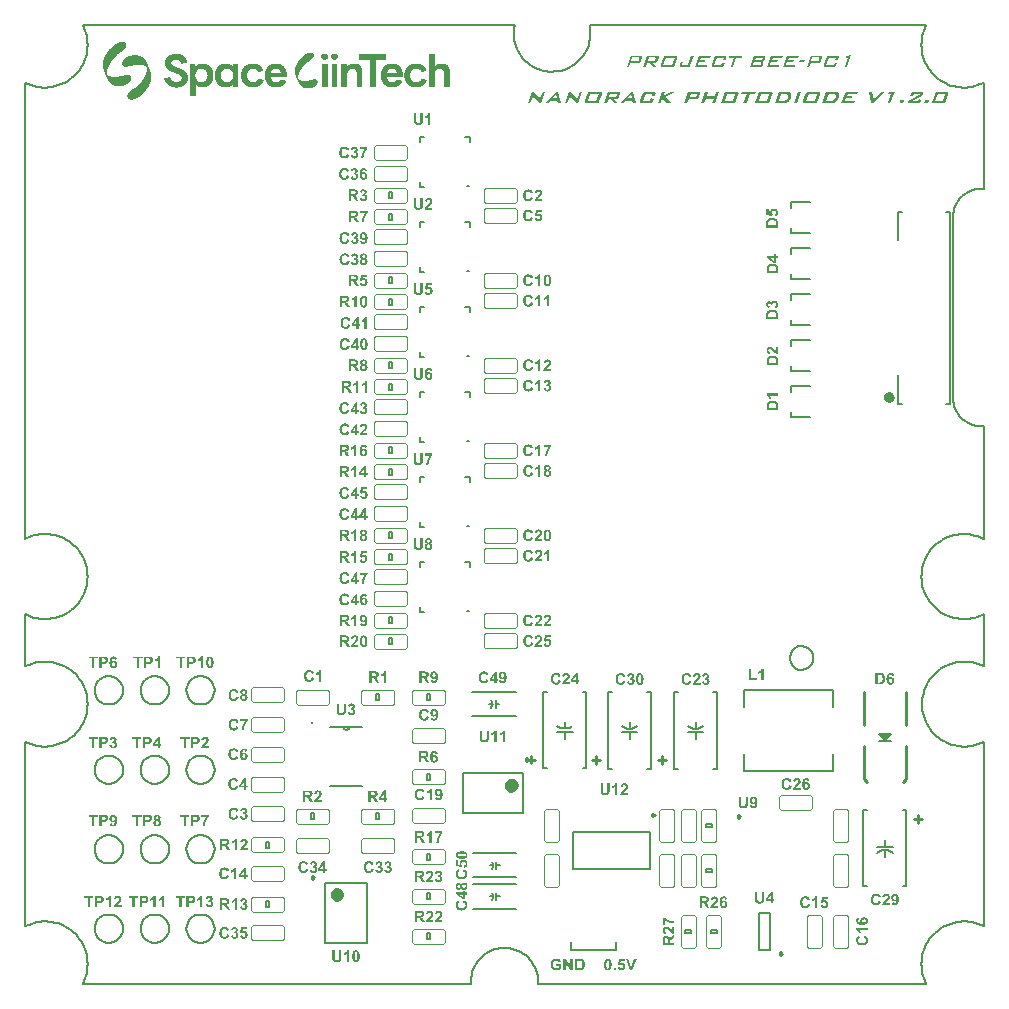
<source format=gbr>
G04*
G04 #@! TF.GenerationSoftware,Altium Limited,Altium Designer,24.1.2 (44)*
G04*
G04 Layer_Color=65535*
%FSLAX44Y44*%
%MOMM*%
G71*
G04*
G04 #@! TF.SameCoordinates,B1001185-6E67-4BF1-ABA2-4279EC4F573C*
G04*
G04*
G04 #@! TF.FilePolarity,Positive*
G04*
G01*
G75*
%ADD10C,0.2000*%
%ADD11C,0.1000*%
%ADD12C,0.1270*%
%ADD13C,0.2500*%
%ADD14C,0.6000*%
%ADD15C,0.5080*%
%ADD16C,0.2540*%
%ADD17C,0.1524*%
%ADD18C,0.1500*%
%ADD19C,0.2540*%
G36*
X102654Y816388D02*
X103493D01*
Y816108D01*
X103773D01*
Y815828D01*
X104053D01*
Y815548D01*
X104333D01*
Y815268D01*
X104613D01*
Y814708D01*
X104893D01*
Y813029D01*
X104613D01*
Y812190D01*
X104333D01*
Y811630D01*
X104053D01*
Y811350D01*
X103773D01*
Y811070D01*
X103493D01*
Y810510D01*
X103213D01*
Y810231D01*
X102934D01*
Y809951D01*
X102654D01*
Y809671D01*
X102374D01*
Y809391D01*
X101814D01*
Y809111D01*
X101534D01*
Y808831D01*
X101254D01*
Y808551D01*
X100974D01*
Y808271D01*
X100415D01*
Y807992D01*
X100135D01*
Y807712D01*
X99575D01*
Y807432D01*
X99295D01*
Y807152D01*
X99015D01*
Y806872D01*
X98456D01*
Y806592D01*
X98176D01*
Y806312D01*
X97896D01*
Y806032D01*
X97336D01*
Y805753D01*
X97056D01*
Y805473D01*
X96776D01*
Y805193D01*
X96496D01*
Y804913D01*
X96217D01*
Y804633D01*
X95937D01*
Y804353D01*
X95657D01*
Y804073D01*
X95377D01*
Y803794D01*
X95097D01*
Y803514D01*
X94817D01*
Y803234D01*
X94537D01*
Y802954D01*
X94257D01*
Y802674D01*
X93978D01*
Y802394D01*
X93698D01*
Y802114D01*
X93418D01*
Y801834D01*
X93138D01*
Y801275D01*
X92858D01*
Y800995D01*
X92578D01*
Y800715D01*
X92298D01*
Y800155D01*
X92019D01*
Y799875D01*
X91739D01*
Y799316D01*
X91459D01*
Y799036D01*
X91179D01*
Y798476D01*
X90899D01*
Y797916D01*
X90619D01*
Y797356D01*
X90339D01*
Y797077D01*
X90059D01*
Y796237D01*
X89780D01*
Y795677D01*
X89500D01*
Y795118D01*
X89220D01*
Y794278D01*
X88940D01*
Y793438D01*
X88660D01*
Y792319D01*
X88380D01*
Y790640D01*
X88100D01*
Y789240D01*
X88380D01*
Y788960D01*
X88660D01*
Y788681D01*
X89220D01*
Y788401D01*
X89500D01*
Y788121D01*
X90059D01*
Y787841D01*
X90899D01*
Y787561D01*
X91739D01*
Y787281D01*
X92858D01*
Y787001D01*
X97336D01*
Y787281D01*
X99015D01*
Y787561D01*
X100415D01*
Y787841D01*
X101814D01*
Y788121D01*
X102934D01*
Y788401D01*
X104613D01*
Y788681D01*
X107411D01*
Y788401D01*
X107971D01*
Y788121D01*
X108531D01*
Y787841D01*
X108811D01*
Y787281D01*
X109091D01*
Y785322D01*
X108811D01*
Y784482D01*
X108531D01*
Y783923D01*
X108251D01*
Y783363D01*
X107971D01*
Y783083D01*
X107691D01*
Y782803D01*
X107411D01*
Y782523D01*
X107132D01*
Y782243D01*
X106852D01*
Y781964D01*
X106572D01*
Y781684D01*
X106292D01*
Y781404D01*
X106012D01*
Y781124D01*
X105452D01*
Y780844D01*
X104893D01*
Y780564D01*
X104333D01*
Y780284D01*
X103773D01*
Y780005D01*
X102934D01*
Y779725D01*
X101814D01*
Y779445D01*
X99855D01*
Y779165D01*
X97616D01*
Y779445D01*
X95377D01*
Y779725D01*
X94537D01*
Y780005D01*
X93698D01*
Y780284D01*
X93138D01*
Y780564D01*
X92578D01*
Y780844D01*
X92019D01*
Y781124D01*
X91739D01*
Y781404D01*
X91459D01*
Y781684D01*
X91179D01*
Y781964D01*
X90899D01*
Y782243D01*
X90619D01*
Y782523D01*
X90339D01*
Y782803D01*
X90059D01*
Y783083D01*
X89780D01*
Y783643D01*
X89500D01*
Y784203D01*
X89220D01*
Y784762D01*
X88940D01*
Y785322D01*
X88660D01*
Y785882D01*
X88380D01*
Y786442D01*
X88100D01*
Y787001D01*
X87821D01*
Y787561D01*
X87541D01*
Y788121D01*
X87261D01*
Y788960D01*
X86981D01*
Y789520D01*
X86701D01*
Y790360D01*
X86421D01*
Y790919D01*
X86141D01*
Y791759D01*
X85861D01*
Y792319D01*
X85582D01*
Y793438D01*
X85302D01*
Y794558D01*
X85022D01*
Y799875D01*
X85302D01*
Y800995D01*
X85582D01*
Y801834D01*
X85861D01*
Y802674D01*
X86141D01*
Y803514D01*
X86421D01*
Y804073D01*
X86701D01*
Y804633D01*
X86981D01*
Y805193D01*
X87261D01*
Y805753D01*
X87541D01*
Y806312D01*
X87821D01*
Y806592D01*
X88100D01*
Y807152D01*
X88380D01*
Y807712D01*
X88660D01*
Y807992D01*
X88940D01*
Y808271D01*
X89220D01*
Y808831D01*
X89500D01*
Y809111D01*
X89780D01*
Y809391D01*
X90059D01*
Y809671D01*
X90339D01*
Y810231D01*
X90619D01*
Y810510D01*
X90899D01*
Y810790D01*
X91179D01*
Y811070D01*
X91459D01*
Y811350D01*
X91739D01*
Y811630D01*
X92019D01*
Y811910D01*
X92298D01*
Y812190D01*
X92578D01*
Y812469D01*
X92858D01*
Y812749D01*
X93138D01*
Y813029D01*
X93698D01*
Y813309D01*
X93978D01*
Y813589D01*
X94257D01*
Y813869D01*
X94817D01*
Y814149D01*
X95097D01*
Y814429D01*
X95377D01*
Y814708D01*
X95937D01*
Y814988D01*
X96217D01*
Y815268D01*
X96776D01*
Y815548D01*
X97336D01*
Y815828D01*
X97896D01*
Y816108D01*
X98736D01*
Y816388D01*
X99855D01*
Y816668D01*
X102654D01*
Y816388D01*
D02*
G37*
G36*
X114688Y804913D02*
X115808D01*
Y804633D01*
X116647D01*
Y804353D01*
X117207D01*
Y804073D01*
X117767D01*
Y803794D01*
X118326D01*
Y803514D01*
X118606D01*
Y803234D01*
X119166D01*
Y802954D01*
X119446D01*
Y802674D01*
X119726D01*
Y802394D01*
X120006D01*
Y802114D01*
X120286D01*
Y801555D01*
X120565D01*
Y801275D01*
X120845D01*
Y800995D01*
X121125D01*
Y800435D01*
X121405D01*
Y799875D01*
X121685D01*
Y799316D01*
X121965D01*
Y798756D01*
X122245D01*
Y798196D01*
X122524D01*
Y797636D01*
X122804D01*
Y797077D01*
X123084D01*
Y796237D01*
X123364D01*
Y795677D01*
X123644D01*
Y794838D01*
X123924D01*
Y794278D01*
X124204D01*
Y793438D01*
X124483D01*
Y792879D01*
X124763D01*
Y792039D01*
X125043D01*
Y791199D01*
X125323D01*
Y790360D01*
X125603D01*
Y788960D01*
X125883D01*
Y785882D01*
X125603D01*
Y784762D01*
Y784482D01*
Y784203D01*
X125323D01*
Y783083D01*
X125043D01*
Y782243D01*
X124763D01*
Y781404D01*
X124483D01*
Y780844D01*
X124204D01*
Y780005D01*
X123924D01*
Y779445D01*
X123644D01*
Y778885D01*
X123364D01*
Y778605D01*
X123084D01*
Y778046D01*
X122804D01*
Y777486D01*
X122524D01*
Y777206D01*
X122245D01*
Y776646D01*
X121965D01*
Y776366D01*
X121685D01*
Y775807D01*
X121405D01*
Y775527D01*
X121125D01*
Y775247D01*
X120845D01*
Y774687D01*
X120565D01*
Y774407D01*
X120286D01*
Y774127D01*
X120006D01*
Y773847D01*
X119726D01*
Y773568D01*
X119446D01*
Y773288D01*
X119166D01*
Y773008D01*
X118886D01*
Y772728D01*
X118606D01*
Y772448D01*
X118326D01*
Y772168D01*
X118047D01*
Y771888D01*
X117767D01*
Y771609D01*
X117487D01*
Y771329D01*
X116927D01*
Y771049D01*
X116647D01*
Y770769D01*
X116367D01*
Y770489D01*
X116087D01*
Y770209D01*
X115528D01*
Y769929D01*
X115248D01*
Y769649D01*
X114688D01*
Y769370D01*
X114408D01*
Y769090D01*
X113848D01*
Y768810D01*
X113289D01*
Y768530D01*
X112729D01*
Y768250D01*
X111889D01*
Y767970D01*
X110490D01*
Y767690D01*
X108251D01*
Y767970D01*
X107411D01*
Y768250D01*
X106852D01*
Y768530D01*
X106572D01*
Y768810D01*
X106292D01*
Y769090D01*
X106012D01*
Y769649D01*
X105732D01*
Y771609D01*
X106012D01*
Y772168D01*
X106292D01*
Y772728D01*
X106572D01*
Y773288D01*
X106852D01*
Y773568D01*
X107132D01*
Y773847D01*
X107411D01*
Y774127D01*
X107691D01*
Y774407D01*
X107971D01*
Y774687D01*
X108251D01*
Y774967D01*
X108531D01*
Y775247D01*
X108811D01*
Y775527D01*
X109091D01*
Y775807D01*
X109650D01*
Y776086D01*
X109930D01*
Y776366D01*
X110210D01*
Y776646D01*
X110770D01*
Y776926D01*
X111050D01*
Y777206D01*
X111609D01*
Y777486D01*
X111889D01*
Y777766D01*
X112169D01*
Y778046D01*
X112729D01*
Y778325D01*
X113009D01*
Y778605D01*
X113289D01*
Y778885D01*
X113569D01*
Y779165D01*
X113848D01*
Y779445D01*
X114408D01*
Y779725D01*
X114688D01*
Y780005D01*
X114968D01*
Y780284D01*
X115248D01*
Y780564D01*
X115528D01*
Y780844D01*
X115808D01*
Y781124D01*
X116087D01*
Y781684D01*
X116367D01*
Y781964D01*
X116647D01*
Y782243D01*
X116927D01*
Y782523D01*
X117207D01*
Y782803D01*
X117487D01*
Y783083D01*
X117767D01*
Y783643D01*
X118047D01*
Y783923D01*
X118326D01*
Y784203D01*
X118606D01*
Y784762D01*
X118886D01*
Y785042D01*
X119166D01*
Y785602D01*
X119446D01*
Y786162D01*
X119726D01*
Y786721D01*
X120006D01*
Y787001D01*
X120286D01*
Y787561D01*
X120565D01*
Y788401D01*
X120845D01*
Y788960D01*
X121125D01*
Y789520D01*
X121405D01*
Y790360D01*
X121685D01*
Y791199D01*
X121965D01*
Y792319D01*
X122245D01*
Y794558D01*
X122524D01*
Y795118D01*
X122245D01*
Y795397D01*
X121965D01*
Y795677D01*
X121685D01*
Y795957D01*
X121125D01*
Y796237D01*
X120565D01*
Y796517D01*
X120006D01*
Y796797D01*
X119166D01*
Y797077D01*
X117767D01*
Y797356D01*
X113289D01*
Y797077D01*
X111330D01*
Y796797D01*
X110210D01*
Y796517D01*
X108811D01*
Y796237D01*
X107691D01*
Y795957D01*
X106012D01*
Y795677D01*
X103213D01*
Y795957D01*
X102654D01*
Y796237D01*
X102094D01*
Y796517D01*
X101814D01*
Y797077D01*
X101534D01*
Y799316D01*
X101814D01*
Y800155D01*
X102094D01*
Y800715D01*
X102374D01*
Y801275D01*
X102654D01*
Y801555D01*
X102934D01*
Y801834D01*
X103213D01*
Y802114D01*
X103493D01*
Y802394D01*
X103773D01*
Y802674D01*
X104053D01*
Y802954D01*
X104613D01*
Y803234D01*
X104893D01*
Y803514D01*
X105452D01*
Y803794D01*
X106012D01*
Y804073D01*
X106572D01*
Y804353D01*
X107132D01*
Y804633D01*
X108251D01*
Y804913D01*
X109370D01*
Y805193D01*
X114688D01*
Y804913D01*
D02*
G37*
G36*
X152191Y793158D02*
X152750D01*
Y792879D01*
X153310D01*
Y792599D01*
X153590D01*
Y792319D01*
X154150D01*
Y792039D01*
X154430D01*
Y791759D01*
X154710D01*
Y791479D01*
X154989D01*
Y791199D01*
X155269D01*
Y790919D01*
X155549D01*
Y790360D01*
X155829D01*
Y790080D01*
X156109D01*
Y789240D01*
X156389D01*
Y788681D01*
X156669D01*
Y787001D01*
X156948D01*
Y785042D01*
X156669D01*
Y783643D01*
X156389D01*
Y783083D01*
X156109D01*
Y782523D01*
X155829D01*
Y781964D01*
X155549D01*
Y781684D01*
X155269D01*
Y781124D01*
X154989D01*
Y780844D01*
X154710D01*
Y780564D01*
X154430D01*
Y780284D01*
X153870D01*
Y780005D01*
X153590D01*
Y779725D01*
X153030D01*
Y779445D01*
X152750D01*
Y779165D01*
X152191D01*
Y778885D01*
X151351D01*
Y778605D01*
X150232D01*
Y778325D01*
X148552D01*
Y778046D01*
X145754D01*
Y778325D01*
X144074D01*
Y778605D01*
X142955D01*
Y778885D01*
X142395D01*
Y779165D01*
X141835D01*
Y779445D01*
X141276D01*
Y779725D01*
X140716D01*
Y780005D01*
X140436D01*
Y780284D01*
X140156D01*
Y780564D01*
X139876D01*
Y780844D01*
X139597D01*
Y781124D01*
X139317D01*
Y781404D01*
X139037D01*
Y781684D01*
X138757D01*
Y781964D01*
X138477D01*
Y782523D01*
X138197D01*
Y782803D01*
X137917D01*
Y783363D01*
X137637D01*
Y784203D01*
X137358D01*
Y784762D01*
X137078D01*
Y785882D01*
X137637D01*
Y786162D01*
X138757D01*
Y786442D01*
X140156D01*
Y786721D01*
X141276D01*
Y787001D01*
X141556D01*
Y786721D01*
X141835D01*
Y786442D01*
X142115D01*
Y785882D01*
X142395D01*
Y785322D01*
X142675D01*
Y785042D01*
X142955D01*
Y784482D01*
X143235D01*
Y784203D01*
X143795D01*
Y783923D01*
X144074D01*
Y783643D01*
X144634D01*
Y783363D01*
X145474D01*
Y783083D01*
X149112D01*
Y783363D01*
X149952D01*
Y783643D01*
X150512D01*
Y783923D01*
X150791D01*
Y784203D01*
X151071D01*
Y784482D01*
X151351D01*
Y785042D01*
X151631D01*
Y786721D01*
X151351D01*
Y787281D01*
X151071D01*
Y787841D01*
X150791D01*
Y788121D01*
X150512D01*
Y788401D01*
X150232D01*
Y788681D01*
X149672D01*
Y788960D01*
X149112D01*
Y789240D01*
X148552D01*
Y789520D01*
X147993D01*
Y789800D01*
X147153D01*
Y790080D01*
X146313D01*
Y790360D01*
X145754D01*
Y790640D01*
X144914D01*
Y790919D01*
X144074D01*
Y791199D01*
X143515D01*
Y791479D01*
X142675D01*
Y791759D01*
X142115D01*
Y792039D01*
X141835D01*
Y792319D01*
X141276D01*
Y792599D01*
X140996D01*
Y792879D01*
X140436D01*
Y793158D01*
X140156D01*
Y793438D01*
X139876D01*
Y793718D01*
X139597D01*
Y793998D01*
X139317D01*
Y794278D01*
X139037D01*
Y794838D01*
X138757D01*
Y795118D01*
X138477D01*
Y795677D01*
X138197D01*
Y796517D01*
X137917D01*
Y797916D01*
X137637D01*
Y799595D01*
X137917D01*
Y800995D01*
X138197D01*
Y801834D01*
X138477D01*
Y802394D01*
X138757D01*
Y802674D01*
X139037D01*
Y803234D01*
X139317D01*
Y803514D01*
X139597D01*
Y803794D01*
X139876D01*
Y804073D01*
X140156D01*
Y804353D01*
X140436D01*
Y804633D01*
X140996D01*
Y804913D01*
X141276D01*
Y805193D01*
X141835D01*
Y805473D01*
X142395D01*
Y805753D01*
X143235D01*
Y806032D01*
X144074D01*
Y806312D01*
X145754D01*
Y806592D01*
X147993D01*
Y806312D01*
X149952D01*
Y806032D01*
X150791D01*
Y805753D01*
X151631D01*
Y805473D01*
X152191D01*
Y805193D01*
X152471D01*
Y804913D01*
X153030D01*
Y804633D01*
X153310D01*
Y804353D01*
X153590D01*
Y804073D01*
X153870D01*
Y803794D01*
X154150D01*
Y803514D01*
X154430D01*
Y803234D01*
X154710D01*
Y802954D01*
X154989D01*
Y802394D01*
X155269D01*
Y802114D01*
X155549D01*
Y801555D01*
X155829D01*
Y800715D01*
X156109D01*
Y799875D01*
X156389D01*
Y799316D01*
X155829D01*
Y799036D01*
X154710D01*
Y798756D01*
X153590D01*
Y798476D01*
X152471D01*
Y798196D01*
X151351D01*
Y798476D01*
X151071D01*
Y799036D01*
X150791D01*
Y799595D01*
X150512D01*
Y800155D01*
X150232D01*
Y800435D01*
X149952D01*
Y800715D01*
X149392D01*
Y800995D01*
X149112D01*
Y801275D01*
X148272D01*
Y801555D01*
X145474D01*
Y801275D01*
X144634D01*
Y800995D01*
X144074D01*
Y800715D01*
X143795D01*
Y800435D01*
X143515D01*
Y800155D01*
X143235D01*
Y799595D01*
X142955D01*
Y798196D01*
X143235D01*
Y797636D01*
X143515D01*
Y797356D01*
X143795D01*
Y797077D01*
X144074D01*
Y796797D01*
X144354D01*
Y796517D01*
X144634D01*
Y796237D01*
X145194D01*
Y795957D01*
X145754D01*
Y795677D01*
X146313D01*
Y795397D01*
X147153D01*
Y795118D01*
X147993D01*
Y794838D01*
X148832D01*
Y794558D01*
X149672D01*
Y794278D01*
X150512D01*
Y793998D01*
X151071D01*
Y793718D01*
X151631D01*
Y793438D01*
X152191D01*
Y793158D01*
D02*
G37*
G36*
X171782Y797916D02*
X172901D01*
Y797636D01*
X173461D01*
Y797356D01*
X174021D01*
Y797077D01*
X174580D01*
Y796797D01*
X174860D01*
Y796517D01*
X175420D01*
Y796237D01*
X175700D01*
Y795957D01*
X175980D01*
Y795677D01*
X176259D01*
Y795397D01*
X176539D01*
Y794838D01*
X176819D01*
Y794558D01*
X177099D01*
Y793998D01*
X177379D01*
Y793438D01*
X177659D01*
Y792879D01*
X177939D01*
Y792039D01*
X178219D01*
Y790919D01*
X178498D01*
Y785602D01*
X178219D01*
Y784482D01*
X177939D01*
Y783643D01*
X177659D01*
Y783083D01*
X177379D01*
Y782523D01*
X177099D01*
Y781964D01*
X176819D01*
Y781684D01*
X176539D01*
Y781404D01*
X176259D01*
Y780844D01*
X175980D01*
Y780564D01*
X175700D01*
Y780284D01*
X175140D01*
Y780005D01*
X174860D01*
Y779725D01*
X174580D01*
Y779445D01*
X174021D01*
Y779165D01*
X173461D01*
Y778885D01*
X172621D01*
Y778605D01*
X171782D01*
Y778325D01*
X167584D01*
Y778605D01*
X166744D01*
Y778885D01*
X165904D01*
Y779165D01*
X165345D01*
Y779445D01*
X165065D01*
Y779725D01*
X164505D01*
Y780005D01*
X164225D01*
Y780284D01*
X163945D01*
Y780564D01*
X163665D01*
Y780844D01*
X163386D01*
Y770489D01*
X158908D01*
Y770769D01*
X158628D01*
Y787561D01*
Y787841D01*
Y797636D01*
X158908D01*
Y797916D01*
X163106D01*
Y796237D01*
X163386D01*
Y795677D01*
X163665D01*
Y795957D01*
X163945D01*
Y796237D01*
X164225D01*
Y796517D01*
X164505D01*
Y796797D01*
X165065D01*
Y797077D01*
X165345D01*
Y797356D01*
X165904D01*
Y797636D01*
X166464D01*
Y797916D01*
X167304D01*
Y798196D01*
X171782D01*
Y797916D01*
D02*
G37*
G36*
X190813D02*
X191932D01*
Y797636D01*
X192492D01*
Y797356D01*
X193052D01*
Y797077D01*
X193332D01*
Y796797D01*
X193891D01*
Y796517D01*
X194171D01*
Y796237D01*
X194451D01*
Y795957D01*
X194731D01*
Y795677D01*
X195011D01*
Y796517D01*
X195291D01*
Y797916D01*
X199489D01*
Y797636D01*
X199769D01*
Y791199D01*
Y790919D01*
Y778885D01*
X199489D01*
Y778605D01*
X195291D01*
Y780005D01*
X195011D01*
Y780844D01*
X194731D01*
Y780564D01*
X194451D01*
Y780284D01*
X194171D01*
Y780005D01*
X193891D01*
Y779725D01*
X193332D01*
Y779445D01*
X193052D01*
Y779165D01*
X192492D01*
Y778885D01*
X191652D01*
Y778605D01*
X190813D01*
Y778325D01*
X186615D01*
Y778605D01*
X185775D01*
Y778885D01*
X184935D01*
Y779165D01*
X184376D01*
Y779445D01*
X183816D01*
Y779725D01*
X183536D01*
Y780005D01*
X182976D01*
Y780284D01*
X182697D01*
Y780564D01*
X182417D01*
Y780844D01*
X182137D01*
Y781404D01*
X181857D01*
Y781684D01*
X181577D01*
Y781964D01*
X181297D01*
Y782523D01*
X181017D01*
Y783083D01*
X180737D01*
Y783643D01*
X180458D01*
Y784482D01*
X180178D01*
Y785602D01*
X179898D01*
Y790919D01*
X180178D01*
Y792039D01*
X180458D01*
Y792879D01*
X180737D01*
Y793438D01*
X181017D01*
Y793998D01*
X181297D01*
Y794558D01*
X181577D01*
Y794838D01*
X181857D01*
Y795397D01*
X182137D01*
Y795677D01*
X182417D01*
Y795957D01*
X182697D01*
Y796237D01*
X182976D01*
Y796517D01*
X183536D01*
Y796797D01*
X183816D01*
Y797077D01*
X184376D01*
Y797356D01*
X184935D01*
Y797636D01*
X185495D01*
Y797916D01*
X186615D01*
Y798196D01*
X190813D01*
Y797916D01*
D02*
G37*
G36*
X205086Y780564D02*
Y780844D01*
X204806D01*
Y781124D01*
X204527D01*
Y781404D01*
X204247D01*
Y781684D01*
X203967D01*
Y781964D01*
X203687D01*
Y782523D01*
X203407D01*
Y782803D01*
X203127D01*
Y783363D01*
X202847D01*
Y784203D01*
X202567D01*
Y785042D01*
X202288D01*
Y786442D01*
X202008D01*
Y790080D01*
X202288D01*
Y791479D01*
X202567D01*
Y792319D01*
X202847D01*
Y793158D01*
X203127D01*
Y793718D01*
X203407D01*
Y793998D01*
X203687D01*
Y794558D01*
X203967D01*
Y794838D01*
X204247D01*
Y795118D01*
X204527D01*
Y795677D01*
X204806D01*
Y795957D01*
X205366D01*
Y796237D01*
X205646D01*
Y796517D01*
X205926D01*
Y796797D01*
X206486D01*
Y797077D01*
X207045D01*
Y797356D01*
X207605D01*
Y797636D01*
X208445D01*
Y797916D01*
X209284D01*
Y798196D01*
X214602D01*
Y797916D01*
X215721D01*
Y797636D01*
X216281D01*
Y797356D01*
X216841D01*
Y797077D01*
X217400D01*
Y796797D01*
X217680D01*
Y796517D01*
X218240D01*
Y796237D01*
X218520D01*
Y795957D01*
X218800D01*
Y795677D01*
X219080D01*
Y795397D01*
X219360D01*
Y794838D01*
X219639D01*
Y794558D01*
X219919D01*
Y793998D01*
X220199D01*
Y793438D01*
X220479D01*
Y792879D01*
X220759D01*
Y792319D01*
X220479D01*
Y792039D01*
X219639D01*
Y791759D01*
X218800D01*
Y791479D01*
X217960D01*
Y791199D01*
X216561D01*
Y791479D01*
X216281D01*
Y792039D01*
X216001D01*
Y792319D01*
X215721D01*
Y792599D01*
X215441D01*
Y792879D01*
X215161D01*
Y793158D01*
X214602D01*
Y793438D01*
X214042D01*
Y793718D01*
X212923D01*
Y793998D01*
X211523D01*
Y793718D01*
X210404D01*
Y793438D01*
X209564D01*
Y793158D01*
X209284D01*
Y792879D01*
X208724D01*
Y792599D01*
X208445D01*
Y792319D01*
X208165D01*
Y791759D01*
X207885D01*
Y791479D01*
X207605D01*
Y790640D01*
X207325D01*
Y789800D01*
X207045D01*
Y786721D01*
X207325D01*
Y785882D01*
X207605D01*
Y785042D01*
X207885D01*
Y784762D01*
X208165D01*
Y784482D01*
X208445D01*
Y784203D01*
X208724D01*
Y783923D01*
X209004D01*
Y783643D01*
X209284D01*
Y783363D01*
X209844D01*
Y783083D01*
X210404D01*
Y782803D01*
X212083D01*
Y782523D01*
X212363D01*
Y782803D01*
X214042D01*
Y783083D01*
X214602D01*
Y783363D01*
X215161D01*
Y783643D01*
X215441D01*
Y783923D01*
X215721D01*
Y784203D01*
X216001D01*
Y784762D01*
X216281D01*
Y785042D01*
X216561D01*
Y785322D01*
X216841D01*
Y785602D01*
X217400D01*
Y785322D01*
X218520D01*
Y785042D01*
X219919D01*
Y784762D01*
X220759D01*
Y784482D01*
X221039D01*
Y783923D01*
X220759D01*
Y783083D01*
X220479D01*
Y782803D01*
X220199D01*
Y782243D01*
X219919D01*
Y781684D01*
X219639D01*
Y781404D01*
X219360D01*
Y781124D01*
X219080D01*
Y780844D01*
X218800D01*
Y780564D01*
X218520D01*
Y780284D01*
X218240D01*
Y780005D01*
X217680D01*
Y779725D01*
X217400D01*
Y779445D01*
X216841D01*
Y779165D01*
X216281D01*
Y778885D01*
X215441D01*
Y778605D01*
X214322D01*
Y778325D01*
X209564D01*
Y778605D01*
X208445D01*
Y778885D01*
X207605D01*
Y779165D01*
X207045D01*
Y779445D01*
X206486D01*
Y779725D01*
X206206D01*
Y780005D01*
X205646D01*
Y780284D01*
X205366D01*
Y780564D01*
X205086D01*
D02*
G37*
G36*
X233913Y797916D02*
X235032D01*
Y797636D01*
X235592D01*
Y797356D01*
X236152D01*
Y797077D01*
X236712D01*
Y796797D01*
X236991D01*
Y796517D01*
X237551D01*
Y796237D01*
X237831D01*
Y795957D01*
X238111D01*
Y795677D01*
X238391D01*
Y795397D01*
X238671D01*
Y794838D01*
X238951D01*
Y794558D01*
X239230D01*
Y793998D01*
X239510D01*
Y793438D01*
X239790D01*
Y792879D01*
X240070D01*
Y792039D01*
X240350D01*
Y790919D01*
X240630D01*
Y788681D01*
X240910D01*
Y787001D01*
X240630D01*
Y786721D01*
X227196D01*
Y785602D01*
X227476D01*
Y785042D01*
X227756D01*
Y784482D01*
X228036D01*
Y784203D01*
X228315D01*
Y783923D01*
X228595D01*
Y783643D01*
X228875D01*
Y783363D01*
X229155D01*
Y783083D01*
X229715D01*
Y782803D01*
X230554D01*
Y782523D01*
X232793D01*
Y782803D01*
X233913D01*
Y783083D01*
X234473D01*
Y783363D01*
X234753D01*
Y783643D01*
X235032D01*
Y783923D01*
X235312D01*
Y784203D01*
X235592D01*
Y784482D01*
X235872D01*
Y784762D01*
X236432D01*
Y785042D01*
X236712D01*
Y784762D01*
X237551D01*
Y784482D01*
X238391D01*
Y784203D01*
X239230D01*
Y783923D01*
X240070D01*
Y783643D01*
X240350D01*
Y783363D01*
X240070D01*
Y782803D01*
X239790D01*
Y782243D01*
X239510D01*
Y781964D01*
X239230D01*
Y781404D01*
X238951D01*
Y781124D01*
X238671D01*
Y780844D01*
X238391D01*
Y780564D01*
X238111D01*
Y780284D01*
X237831D01*
Y780005D01*
X237271D01*
Y779725D01*
X236991D01*
Y779445D01*
X236432D01*
Y779165D01*
X235872D01*
Y778885D01*
X235032D01*
Y778605D01*
X233913D01*
Y778325D01*
X229435D01*
Y778605D01*
X228315D01*
Y778885D01*
X227476D01*
Y779165D01*
X226916D01*
Y779445D01*
X226356D01*
Y779725D01*
X225797D01*
Y780005D01*
X225517D01*
Y780284D01*
X225237D01*
Y780564D01*
X224957D01*
Y780844D01*
X224397D01*
Y781404D01*
X224117D01*
Y781684D01*
X223838D01*
Y781964D01*
X223558D01*
Y782523D01*
X223278D01*
Y782803D01*
X222998D01*
Y783363D01*
X222718D01*
Y784203D01*
X222438D01*
Y785042D01*
X222158D01*
Y786442D01*
X221878D01*
Y790080D01*
X222158D01*
Y791479D01*
X222438D01*
Y792319D01*
X222718D01*
Y793158D01*
X222998D01*
Y793718D01*
X223278D01*
Y793998D01*
X223558D01*
Y794558D01*
X223838D01*
Y794838D01*
X224117D01*
Y795397D01*
X224397D01*
Y795677D01*
X224677D01*
Y795957D01*
X224957D01*
Y796237D01*
X225517D01*
Y796517D01*
X225797D01*
Y796797D01*
X226356D01*
Y797077D01*
X226636D01*
Y797356D01*
X227476D01*
Y797636D01*
X228036D01*
Y797916D01*
X229155D01*
Y798196D01*
X233913D01*
Y797916D01*
D02*
G37*
G36*
X256582Y806032D02*
Y806312D01*
X257142D01*
Y806592D01*
X257702D01*
Y806872D01*
X258262D01*
Y807152D01*
X259101D01*
Y807432D01*
X262180D01*
Y807152D01*
X262740D01*
Y806872D01*
X263019D01*
Y806592D01*
X263299D01*
Y806032D01*
X263579D01*
Y804353D01*
X263299D01*
Y803794D01*
X263019D01*
Y803234D01*
X262740D01*
Y802954D01*
X262460D01*
Y802674D01*
X262180D01*
Y802394D01*
X261900D01*
Y802114D01*
X261620D01*
Y801834D01*
X261340D01*
Y801555D01*
X261060D01*
Y801275D01*
X260780D01*
Y800995D01*
X260221D01*
Y800715D01*
X259941D01*
Y800435D01*
X259661D01*
Y800155D01*
X259101D01*
Y799875D01*
X258821D01*
Y799595D01*
X258262D01*
Y799316D01*
X257982D01*
Y799036D01*
X257702D01*
Y798756D01*
X257422D01*
Y798476D01*
X257142D01*
Y798196D01*
X256582D01*
Y797916D01*
X256303D01*
Y797636D01*
X256023D01*
Y797356D01*
X255743D01*
Y797077D01*
X255463D01*
Y796797D01*
X255183D01*
Y796517D01*
X254903D01*
Y795957D01*
X254623D01*
Y795677D01*
X254343D01*
Y795397D01*
X254063D01*
Y795118D01*
X253784D01*
Y794558D01*
X253504D01*
Y794278D01*
X253224D01*
Y793998D01*
X252944D01*
Y793438D01*
X252664D01*
Y792879D01*
X252384D01*
Y792599D01*
X252104D01*
Y792039D01*
X251824D01*
Y791479D01*
X251545D01*
Y790919D01*
X251265D01*
Y790080D01*
X250985D01*
Y789520D01*
X250705D01*
Y788401D01*
X250425D01*
Y787001D01*
X250145D01*
Y785602D01*
X250425D01*
Y785322D01*
X250705D01*
Y785042D01*
X250985D01*
Y784762D01*
X251545D01*
Y784482D01*
X252104D01*
Y784203D01*
X252944D01*
Y783923D01*
X254343D01*
Y783643D01*
X257142D01*
Y783923D01*
X259101D01*
Y784203D01*
X260501D01*
Y784482D01*
X261620D01*
Y784762D01*
X263019D01*
Y785042D01*
X265818D01*
Y784762D01*
X266378D01*
Y784482D01*
X266658D01*
Y783923D01*
X266938D01*
Y782243D01*
X266658D01*
Y781404D01*
X266378D01*
Y781124D01*
X266098D01*
Y780564D01*
X265818D01*
Y780284D01*
X265538D01*
Y780005D01*
X265258D01*
Y779725D01*
X264979D01*
Y779445D01*
X264699D01*
Y779165D01*
X264139D01*
Y778885D01*
X263579D01*
Y778605D01*
X263019D01*
Y778325D01*
X262460D01*
Y778046D01*
X261620D01*
Y777766D01*
X260221D01*
Y777486D01*
X257142D01*
Y777766D01*
X255463D01*
Y778046D01*
X254623D01*
Y778325D01*
X254063D01*
Y778605D01*
X253504D01*
Y778885D01*
X253224D01*
Y779165D01*
X252944D01*
Y779445D01*
X252664D01*
Y779725D01*
X252384D01*
Y780005D01*
X252104D01*
Y780284D01*
X251824D01*
Y780564D01*
X251545D01*
Y781124D01*
X251265D01*
Y781404D01*
X250985D01*
Y781964D01*
X250705D01*
Y782523D01*
X250425D01*
Y783083D01*
X250145D01*
Y783643D01*
X249865D01*
Y784482D01*
X249586D01*
Y785042D01*
X249306D01*
Y785602D01*
X249026D01*
Y786442D01*
X248746D01*
Y787001D01*
X248466D01*
Y787841D01*
X248186D01*
Y788681D01*
X247906D01*
Y789800D01*
X247626D01*
Y793718D01*
X247906D01*
Y795118D01*
X248186D01*
Y795957D01*
X248466D01*
Y796797D01*
X248746D01*
Y797356D01*
X249026D01*
Y797916D01*
X249306D01*
Y798476D01*
X249586D01*
Y799036D01*
X249865D01*
Y799595D01*
X250145D01*
Y799875D01*
X250425D01*
Y800435D01*
X250705D01*
Y800715D01*
X250985D01*
Y800995D01*
X251265D01*
Y801555D01*
X251545D01*
Y801834D01*
X251824D01*
Y802114D01*
X252104D01*
Y802394D01*
X252384D01*
Y802674D01*
X252664D01*
Y802954D01*
X252944D01*
Y803234D01*
X253224D01*
Y803514D01*
X253504D01*
Y803794D01*
X253784D01*
Y804073D01*
X254063D01*
Y804353D01*
X254343D01*
Y804633D01*
X254623D01*
Y804913D01*
X254903D01*
Y805193D01*
X255463D01*
Y805473D01*
X255743D01*
Y805753D01*
X256023D01*
Y806032D01*
X256303D01*
X256582D01*
D02*
G37*
G36*
X282330Y806312D02*
X282890D01*
Y806032D01*
X283170D01*
Y805753D01*
X283450D01*
Y805193D01*
X283730D01*
Y802674D01*
X283450D01*
Y802394D01*
X283170D01*
Y802114D01*
X282890D01*
Y801834D01*
X282610D01*
Y801555D01*
X281771D01*
Y801275D01*
X280371D01*
Y801555D01*
X279532D01*
Y801834D01*
X278972D01*
Y802114D01*
X278692D01*
Y802674D01*
X278412D01*
Y803234D01*
X278132D01*
Y804913D01*
X278412D01*
Y805473D01*
X278692D01*
Y805753D01*
X278972D01*
Y806032D01*
X279252D01*
Y806312D01*
X279532D01*
Y806592D01*
X282330D01*
Y806312D01*
D02*
G37*
G36*
X274214D02*
X274494D01*
Y806032D01*
X275054D01*
Y805473D01*
X275334D01*
Y805193D01*
X275613D01*
Y802954D01*
X275334D01*
Y802394D01*
X275054D01*
Y802114D01*
X274774D01*
Y801834D01*
X274214D01*
Y801555D01*
X273654D01*
Y801275D01*
X271975D01*
Y801555D01*
X271416D01*
Y801834D01*
X270856D01*
Y802114D01*
X270576D01*
Y802394D01*
X270296D01*
Y802954D01*
X270016D01*
Y804913D01*
Y805193D01*
X270296D01*
Y805473D01*
X270576D01*
Y806032D01*
X271136D01*
Y806312D01*
X271416D01*
Y806592D01*
X274214D01*
Y806312D01*
D02*
G37*
G36*
X299962Y797916D02*
X300802D01*
Y797636D01*
X301642D01*
Y797356D01*
X301921D01*
Y797077D01*
X302481D01*
Y796797D01*
X302761D01*
Y796517D01*
X303041D01*
Y796237D01*
X303321D01*
Y795957D01*
X303601D01*
Y795397D01*
X303880D01*
Y794838D01*
X304160D01*
Y794278D01*
X304440D01*
Y793438D01*
X304720D01*
Y778605D01*
X299962D01*
Y790919D01*
X299682D01*
Y791759D01*
X299403D01*
Y792319D01*
X299123D01*
Y792879D01*
X298843D01*
Y793158D01*
X298563D01*
Y793438D01*
X298003D01*
Y793718D01*
X296884D01*
Y793998D01*
X295764D01*
Y793718D01*
X294645D01*
Y793438D01*
X294085D01*
Y793158D01*
X293525D01*
Y792879D01*
X293245D01*
Y792599D01*
X292966D01*
Y792319D01*
X292686D01*
Y791759D01*
X292406D01*
Y791199D01*
X292126D01*
Y790640D01*
X291846D01*
Y788960D01*
X291566D01*
Y778605D01*
X287088D01*
Y778885D01*
X286808D01*
Y781684D01*
Y781964D01*
Y797636D01*
X287088D01*
Y797916D01*
X291286D01*
Y796237D01*
X291566D01*
Y795677D01*
X291846D01*
Y795957D01*
X292126D01*
Y796237D01*
X292406D01*
Y796517D01*
X292686D01*
Y796797D01*
X293245D01*
Y797077D01*
X293525D01*
Y797356D01*
X294085D01*
Y797636D01*
X294645D01*
Y797916D01*
X295764D01*
Y798196D01*
X299962D01*
Y797916D01*
D02*
G37*
G36*
X352858D02*
X353697D01*
Y797636D01*
X354537D01*
Y797356D01*
X355097D01*
Y797077D01*
X355657D01*
Y796797D01*
X355936D01*
Y796517D01*
X356496D01*
Y796237D01*
X356776D01*
Y795957D01*
X357056D01*
Y795677D01*
X357336D01*
Y795118D01*
X357616D01*
Y794838D01*
X357895D01*
Y794558D01*
X358175D01*
Y793998D01*
X358455D01*
Y793438D01*
X358735D01*
Y792039D01*
X357895D01*
Y791759D01*
X357056D01*
Y791479D01*
X355936D01*
Y791199D01*
X354817D01*
Y791479D01*
X354537D01*
Y791759D01*
X354257D01*
Y792319D01*
X353977D01*
Y792599D01*
X353697D01*
Y792879D01*
X353418D01*
Y793158D01*
X352858D01*
Y793438D01*
X352298D01*
Y793718D01*
X351179D01*
Y793998D01*
X349779D01*
Y793718D01*
X348380D01*
Y793438D01*
X347820D01*
Y793158D01*
X347260D01*
Y792879D01*
X346981D01*
Y792599D01*
X346701D01*
Y792319D01*
X346421D01*
Y792039D01*
X346141D01*
Y791479D01*
X345861D01*
Y790919D01*
X345581D01*
Y790080D01*
X345301D01*
Y786442D01*
X345581D01*
Y785602D01*
X345861D01*
Y785042D01*
X346141D01*
Y784762D01*
X346421D01*
Y784203D01*
X346701D01*
Y783923D01*
X346981D01*
Y783643D01*
X347540D01*
Y783363D01*
X347820D01*
Y783083D01*
X348660D01*
Y782803D01*
X350059D01*
Y782523D01*
X350619D01*
Y782803D01*
X352018D01*
Y783083D01*
X352858D01*
Y783363D01*
X353138D01*
Y783643D01*
X353697D01*
Y783923D01*
X353977D01*
Y784203D01*
X354257D01*
Y784762D01*
X354537D01*
Y785042D01*
X354817D01*
Y785322D01*
X355097D01*
Y785602D01*
X355657D01*
Y785322D01*
X356776D01*
Y785042D01*
X357895D01*
Y784762D01*
X359015D01*
Y784482D01*
X359295D01*
Y783923D01*
X359015D01*
Y783363D01*
X358735D01*
Y782803D01*
X358455D01*
Y782243D01*
X358175D01*
Y781964D01*
X357895D01*
Y781404D01*
X357616D01*
Y781124D01*
X357336D01*
Y780844D01*
X357056D01*
Y780564D01*
X356776D01*
Y780284D01*
X356496D01*
Y780005D01*
X355936D01*
Y779725D01*
X355657D01*
Y779445D01*
X355097D01*
Y779165D01*
X354537D01*
Y778885D01*
X353697D01*
Y778605D01*
X352578D01*
Y778325D01*
X347820D01*
Y778605D01*
X346701D01*
Y778885D01*
X345861D01*
Y779165D01*
X345301D01*
Y779445D01*
X344742D01*
Y779725D01*
X344182D01*
Y780005D01*
X343902D01*
Y780284D01*
X343622D01*
Y780564D01*
X343062D01*
Y780844D01*
X342782D01*
Y781124D01*
X342503D01*
Y781684D01*
X342223D01*
Y781964D01*
X341943D01*
Y782243D01*
X341663D01*
Y782803D01*
X341383D01*
Y783363D01*
X341103D01*
Y783923D01*
X340823D01*
Y784762D01*
X340544D01*
Y786162D01*
X340264D01*
Y790640D01*
X340544D01*
Y791759D01*
X340823D01*
Y792599D01*
X341103D01*
Y793158D01*
X341383D01*
Y793718D01*
X341663D01*
Y794278D01*
X341943D01*
Y794558D01*
X342223D01*
Y794838D01*
X342503D01*
Y795397D01*
X342782D01*
Y795677D01*
X343062D01*
Y795957D01*
X343342D01*
Y796237D01*
X343902D01*
Y796517D01*
X344182D01*
Y796797D01*
X344742D01*
Y797077D01*
X345021D01*
Y797356D01*
X345861D01*
Y797636D01*
X346421D01*
Y797916D01*
X347540D01*
Y798196D01*
X352858D01*
Y797916D01*
D02*
G37*
G36*
X365732Y795957D02*
X366292D01*
Y796237D01*
X366571D01*
Y796517D01*
X366851D01*
Y796797D01*
X367131D01*
Y797077D01*
X367691D01*
Y797356D01*
X367971D01*
Y797636D01*
X368810D01*
Y797916D01*
X369650D01*
Y798196D01*
X374128D01*
Y797916D01*
X374967D01*
Y797636D01*
X375527D01*
Y797356D01*
X376087D01*
Y797077D01*
X376367D01*
Y796797D01*
X376927D01*
Y796517D01*
X377206D01*
Y795957D01*
X377486D01*
Y795677D01*
X377766D01*
Y795118D01*
X378046D01*
Y794838D01*
X378326D01*
Y793998D01*
X378606D01*
Y792599D01*
X378886D01*
Y778885D01*
X378606D01*
Y778605D01*
X374128D01*
Y789800D01*
X373848D01*
Y791479D01*
X373568D01*
Y792319D01*
X373288D01*
Y792599D01*
X373008D01*
Y792879D01*
X372729D01*
Y793158D01*
X372449D01*
Y793438D01*
X371889D01*
Y793718D01*
X371049D01*
Y793998D01*
X369650D01*
Y793718D01*
X368810D01*
Y793438D01*
X367971D01*
Y793158D01*
X367691D01*
Y792879D01*
X367411D01*
Y792599D01*
X367131D01*
Y792319D01*
X366851D01*
Y792039D01*
X366571D01*
Y791479D01*
X366292D01*
Y790919D01*
X366012D01*
Y789800D01*
X365732D01*
Y778605D01*
X360974D01*
Y806592D01*
X365732D01*
Y795957D01*
D02*
G37*
G36*
X324591Y805753D02*
X324871D01*
Y801275D01*
X315915D01*
Y780005D01*
Y779725D01*
Y778605D01*
X311157D01*
Y778885D01*
X310877D01*
Y801275D01*
X302201D01*
Y801555D01*
X301921D01*
Y805753D01*
X302201D01*
Y806032D01*
X324591D01*
Y805753D01*
D02*
G37*
G36*
X283450Y793998D02*
Y793718D01*
Y778885D01*
X283170D01*
Y778605D01*
X278692D01*
Y797916D01*
X283450D01*
Y793998D01*
D02*
G37*
G36*
X275054Y797636D02*
X275334D01*
Y783363D01*
Y783083D01*
Y778885D01*
X275054D01*
Y778605D01*
X270576D01*
Y778885D01*
X270296D01*
Y797636D01*
X270576D01*
Y797916D01*
X275054D01*
Y797636D01*
D02*
G37*
G36*
X332427Y797916D02*
X333267D01*
Y797636D01*
X334106D01*
Y797356D01*
X334666D01*
Y797077D01*
X334946D01*
Y796797D01*
X335506D01*
Y796517D01*
X335786D01*
Y796237D01*
X336065D01*
Y795957D01*
X336345D01*
Y795677D01*
X336625D01*
Y795397D01*
X336905D01*
Y795118D01*
X337185D01*
Y794558D01*
X337465D01*
Y793998D01*
X337745D01*
Y793718D01*
X338025D01*
Y792879D01*
X338304D01*
Y792319D01*
X338584D01*
Y791199D01*
X338864D01*
Y789520D01*
X339144D01*
Y787001D01*
X338864D01*
Y786721D01*
X325430D01*
Y785882D01*
X325710D01*
Y785042D01*
X325990D01*
Y784482D01*
X326270D01*
Y784203D01*
X326550D01*
Y783923D01*
X326830D01*
Y783643D01*
X327110D01*
Y783363D01*
X327389D01*
Y783083D01*
X327949D01*
Y782803D01*
X328789D01*
Y782523D01*
X331308D01*
Y782803D01*
X332147D01*
Y783083D01*
X332707D01*
Y783363D01*
X332987D01*
Y783643D01*
X333267D01*
Y783923D01*
X333547D01*
Y784203D01*
X333827D01*
Y784482D01*
X334106D01*
Y784762D01*
X334666D01*
Y785042D01*
X335226D01*
Y784762D01*
X335786D01*
Y784482D01*
X336625D01*
Y784203D01*
X337465D01*
Y783923D01*
X338304D01*
Y783643D01*
X338584D01*
Y783083D01*
X338304D01*
Y782523D01*
X338025D01*
Y782243D01*
X337745D01*
Y781684D01*
X337465D01*
Y781404D01*
X337185D01*
Y781124D01*
X336905D01*
Y780844D01*
X336625D01*
Y780564D01*
X336345D01*
Y780284D01*
X336065D01*
Y780005D01*
X335506D01*
Y779725D01*
X335226D01*
Y779445D01*
X334666D01*
Y779165D01*
X334106D01*
Y778885D01*
X333267D01*
Y778605D01*
X332147D01*
Y778325D01*
X327669D01*
Y778605D01*
X326550D01*
Y778885D01*
X325710D01*
Y779165D01*
X325151D01*
Y779445D01*
X324591D01*
Y779725D01*
X324311D01*
Y780005D01*
X323751D01*
Y780284D01*
X323471D01*
Y780564D01*
X323191D01*
Y780844D01*
X322912D01*
Y781124D01*
X322632D01*
Y781404D01*
X322352D01*
Y781684D01*
X322072D01*
Y782243D01*
X321792D01*
Y782523D01*
X321512D01*
Y783083D01*
X321232D01*
Y783643D01*
X320952D01*
Y784203D01*
X320673D01*
Y785322D01*
X320393D01*
Y787001D01*
X320113D01*
Y789800D01*
X320393D01*
Y791199D01*
X320673D01*
Y792319D01*
X320952D01*
Y792879D01*
X321232D01*
Y793438D01*
X321512D01*
Y793998D01*
X321792D01*
Y794558D01*
X322072D01*
Y794838D01*
X322352D01*
Y795118D01*
X322632D01*
Y795397D01*
X322912D01*
Y795677D01*
X323191D01*
Y795957D01*
X323471D01*
Y796237D01*
X323751D01*
Y796517D01*
X324031D01*
Y796797D01*
X324591D01*
Y797077D01*
X325151D01*
Y797356D01*
X325710D01*
Y797636D01*
X326270D01*
Y797916D01*
X327389D01*
Y798196D01*
X332427D01*
Y797916D01*
D02*
G37*
G36*
X603393Y764540D02*
X600743D01*
X602160Y768706D01*
X595511D01*
X594095Y764540D01*
X591462D01*
X594861Y774571D01*
X597494D01*
X596228Y770822D01*
X602876D01*
X604142Y774571D01*
X606792D01*
X603393Y764540D01*
D02*
G37*
G36*
X551256Y774554D02*
X551389Y774537D01*
X551689Y774504D01*
X552006Y774437D01*
X552306Y774337D01*
X552439Y774271D01*
X552556Y774204D01*
X552656Y774121D01*
X552739Y774021D01*
X552756Y773988D01*
X552789Y773921D01*
X552839Y773771D01*
X552872Y773571D01*
X552889Y773454D01*
Y773304D01*
Y773155D01*
X552872Y772971D01*
X552839Y772788D01*
X552789Y772571D01*
X552739Y772338D01*
X552656Y772088D01*
X552289Y771022D01*
X549523Y770638D01*
X550140Y772471D01*
X544458D01*
X542508Y766723D01*
X548190D01*
X548907Y768806D01*
X551356Y768289D01*
X550923Y767006D01*
Y766989D01*
X550906Y766939D01*
X550873Y766873D01*
X550839Y766773D01*
X550789Y766673D01*
X550740Y766540D01*
X550589Y766240D01*
X550406Y765923D01*
X550206Y765606D01*
X549973Y765306D01*
X549840Y765190D01*
X549706Y765073D01*
X549673Y765057D01*
X549623Y765023D01*
X549573Y764990D01*
X549490Y764957D01*
X549390Y764907D01*
X549290Y764857D01*
X549156Y764807D01*
X549007Y764757D01*
X548840Y764707D01*
X548657Y764657D01*
X548457Y764623D01*
X548240Y764590D01*
X548007Y764557D01*
X547757Y764540D01*
X541575D01*
X541475Y764557D01*
X541358D01*
X541225Y764573D01*
X540925Y764607D01*
X540609Y764673D01*
X540309Y764757D01*
X540159Y764823D01*
X540042Y764890D01*
X539942Y764973D01*
X539859Y765057D01*
X539842Y765090D01*
X539809Y765156D01*
X539776Y765306D01*
X539742Y765506D01*
X539726Y765623D01*
Y765773D01*
X539742Y765923D01*
X539759Y766106D01*
X539792Y766306D01*
X539826Y766523D01*
X539892Y766756D01*
X539976Y767006D01*
X541708Y772088D01*
Y772105D01*
X541725Y772155D01*
X541758Y772221D01*
X541792Y772321D01*
X541842Y772421D01*
X541892Y772555D01*
X542042Y772855D01*
X542208Y773171D01*
X542408Y773488D01*
X542641Y773788D01*
X542775Y773904D01*
X542908Y774021D01*
X542925D01*
X542942Y774038D01*
X542991Y774071D01*
X543041Y774104D01*
X543125Y774154D01*
X543225Y774187D01*
X543325Y774238D01*
X543458Y774304D01*
X543608Y774354D01*
X543775Y774404D01*
X543958Y774437D01*
X544158Y774488D01*
X544374Y774521D01*
X544608Y774554D01*
X544858Y774571D01*
X551139D01*
X551256Y774554D01*
D02*
G37*
G36*
X561303Y769822D02*
X566702Y764540D01*
X562820D01*
X558737Y768789D01*
X557304Y764540D01*
X554655D01*
X558054Y774571D01*
X560704D01*
X559337Y770538D01*
X565802Y774571D01*
X569318D01*
X561303Y769822D01*
D02*
G37*
G36*
X487606Y764540D02*
X485789D01*
X480691Y770538D01*
X480674Y770555D01*
X480657Y770589D01*
X480624Y770638D01*
X480574Y770705D01*
X480457Y770838D01*
X480383Y770937D01*
X480374Y770905D01*
X480341Y770772D01*
X480291Y770622D01*
Y770605D01*
X480274Y770555D01*
X480257Y770472D01*
X480224Y770372D01*
X480158Y770155D01*
X480124Y770039D01*
X480091Y769939D01*
X478258Y764540D01*
X475859D01*
X479258Y774571D01*
X481057D01*
X486006Y768722D01*
X486023Y768706D01*
X486039Y768689D01*
X486139Y768589D01*
X486273Y768456D01*
X486406Y768272D01*
Y768256D01*
X486439Y768239D01*
X486473Y768122D01*
X486475Y768111D01*
X486489Y768172D01*
X486573Y768472D01*
X486623Y768622D01*
X486656Y768756D01*
Y768772D01*
X486673Y768822D01*
X486689Y768872D01*
X486722Y768956D01*
X486772Y769139D01*
X486823Y769305D01*
X488605Y774571D01*
X491005D01*
X487606Y764540D01*
D02*
G37*
G36*
X456247D02*
X454431D01*
X449332Y770538D01*
X449315Y770555D01*
X449299Y770589D01*
X449265Y770638D01*
X449216Y770705D01*
X449099Y770838D01*
X449025Y770937D01*
X449016Y770905D01*
X448982Y770772D01*
X448932Y770622D01*
Y770605D01*
X448915Y770555D01*
X448899Y770472D01*
X448866Y770372D01*
X448799Y770155D01*
X448766Y770039D01*
X448732Y769939D01*
X446899Y764540D01*
X444500D01*
X447899Y774571D01*
X449699D01*
X454647Y768722D01*
X454664Y768706D01*
X454681Y768689D01*
X454781Y768589D01*
X454914Y768456D01*
X455047Y768272D01*
Y768256D01*
X455081Y768239D01*
X455114Y768122D01*
X455117Y768111D01*
X455131Y768172D01*
X455214Y768472D01*
X455264Y768622D01*
X455297Y768756D01*
Y768772D01*
X455314Y768822D01*
X455331Y768872D01*
X455364Y768956D01*
X455414Y769139D01*
X455464Y769305D01*
X457247Y774571D01*
X459646D01*
X456247Y764540D01*
D02*
G37*
G36*
X737292D02*
X735509D01*
X733243Y774571D01*
X736125D01*
X737542Y767573D01*
X743540Y774571D01*
X746089D01*
X737292Y764540D01*
D02*
G37*
G36*
X799376Y774554D02*
X799492Y774537D01*
X799776Y774504D01*
X800076Y774437D01*
X800359Y774337D01*
X800475Y774271D01*
X800592Y774204D01*
X800692Y774121D01*
X800759Y774021D01*
X800775Y773988D01*
X800809Y773921D01*
X800842Y773771D01*
X800875Y773588D01*
Y773454D01*
Y773321D01*
X800859Y773155D01*
X800842Y772988D01*
X800809Y772788D01*
X800759Y772571D01*
X800709Y772338D01*
X800626Y772088D01*
X798893Y766989D01*
Y766973D01*
X798876Y766923D01*
X798843Y766856D01*
X798809Y766773D01*
X798759Y766656D01*
X798709Y766523D01*
X798559Y766240D01*
X798393Y765906D01*
X798193Y765606D01*
X797960Y765306D01*
X797843Y765190D01*
X797710Y765073D01*
X797676Y765057D01*
X797576Y764990D01*
X797410Y764907D01*
X797193Y764807D01*
X796893Y764707D01*
X796543Y764623D01*
X796127Y764557D01*
X795643Y764540D01*
X788962D01*
X788878Y764557D01*
X788762D01*
X788645Y764573D01*
X788379Y764607D01*
X788079Y764673D01*
X787795Y764757D01*
X787679Y764823D01*
X787562Y764890D01*
X787462Y764973D01*
X787395Y765057D01*
X787379Y765090D01*
X787346Y765156D01*
X787312Y765306D01*
X787296Y765506D01*
X787279Y765623D01*
Y765756D01*
X787296Y765923D01*
X787312Y766090D01*
X787346Y766290D01*
X787395Y766506D01*
X787462Y766739D01*
X787545Y766989D01*
X789278Y772088D01*
Y772105D01*
X789295Y772155D01*
X789328Y772221D01*
X789362Y772321D01*
X789412Y772421D01*
X789462Y772555D01*
X789612Y772855D01*
X789778Y773171D01*
X789978Y773488D01*
X790195Y773788D01*
X790311Y773904D01*
X790445Y774021D01*
X790478Y774038D01*
X790578Y774104D01*
X790745Y774187D01*
X790961Y774304D01*
X791261Y774404D01*
X791611Y774488D01*
X792011Y774554D01*
X792494Y774571D01*
X799259D01*
X799376Y774554D01*
D02*
G37*
G36*
X784130Y767789D02*
X784213Y767773D01*
X784346Y767722D01*
X784413Y767656D01*
X784446Y767589D01*
Y767573D01*
X784463Y767556D01*
Y767506D01*
Y767439D01*
Y767339D01*
X784446Y767223D01*
X784413Y767089D01*
X784363Y766923D01*
X783846Y765406D01*
Y765390D01*
X783813Y765323D01*
X783780Y765240D01*
X783730Y765140D01*
X783613Y764907D01*
X783530Y764807D01*
X783447Y764723D01*
X783430D01*
X783397Y764690D01*
X783347Y764673D01*
X783263Y764640D01*
X783130Y764607D01*
X782980Y764573D01*
X782797Y764557D01*
X782563Y764540D01*
X780831D01*
X780764Y764557D01*
X780697Y764573D01*
X780564Y764623D01*
X780514Y764673D01*
X780464Y764740D01*
Y764757D01*
Y764773D01*
X780447Y764823D01*
Y764907D01*
Y764990D01*
X780464Y765107D01*
X780497Y765240D01*
X780547Y765406D01*
X781064Y766923D01*
X781080Y766939D01*
X781097Y767006D01*
X781131Y767089D01*
X781180Y767189D01*
X781314Y767423D01*
X781380Y767523D01*
X781464Y767606D01*
X781480Y767623D01*
X781514Y767639D01*
X781564Y767673D01*
X781664Y767706D01*
X781780Y767739D01*
X781930Y767773D01*
X782113Y767806D01*
X784080D01*
X784130Y767789D01*
D02*
G37*
G36*
X777565Y774554D02*
X777681D01*
X777965Y774521D01*
X778264Y774454D01*
X778548Y774371D01*
X778681Y774321D01*
X778798Y774254D01*
X778881Y774187D01*
X778964Y774104D01*
X778981Y774088D01*
X779014Y774021D01*
X779064Y773904D01*
X779098Y773738D01*
X779114Y773504D01*
X779098Y773238D01*
X779048Y772888D01*
X778998Y772705D01*
X778931Y772488D01*
X778714Y771855D01*
X778698Y771822D01*
X778664Y771738D01*
X778614Y771588D01*
X778548Y771422D01*
X778448Y771238D01*
X778348Y771055D01*
X778214Y770855D01*
X778081Y770688D01*
X778065Y770672D01*
X777998Y770622D01*
X777898Y770522D01*
X777765Y770422D01*
X777565Y770272D01*
X777315Y770105D01*
X777015Y769939D01*
X776648Y769739D01*
X770017Y766639D01*
X775232D01*
X775732Y768072D01*
X777698Y767506D01*
X777398Y766606D01*
Y766590D01*
X777381Y766556D01*
X777365Y766489D01*
X777331Y766423D01*
X777232Y766206D01*
X777115Y765973D01*
X776965Y765706D01*
X776782Y765440D01*
X776565Y765190D01*
X776448Y765090D01*
X776332Y764990D01*
X776298Y764973D01*
X776198Y764923D01*
X776048Y764840D01*
X775832Y764773D01*
X775532Y764690D01*
X775182Y764607D01*
X774765Y764557D01*
X774532Y764540D01*
X765968D01*
X766318Y765590D01*
X766334Y765623D01*
X766368Y765706D01*
X766418Y765840D01*
X766501Y765990D01*
X766584Y766156D01*
X766701Y766339D01*
X766834Y766523D01*
X766984Y766673D01*
X767001Y766689D01*
X767067Y766739D01*
X767167Y766823D01*
X767317Y766923D01*
X767501Y767039D01*
X767717Y767189D01*
X767984Y767339D01*
X768300Y767506D01*
X776265Y771572D01*
X776598Y772555D01*
X771483D01*
X770800Y770555D01*
X768684Y771088D01*
X769167Y772488D01*
Y772505D01*
X769184Y772538D01*
X769217Y772605D01*
X769233Y772671D01*
X769333Y772888D01*
X769450Y773121D01*
X769600Y773388D01*
X769783Y773654D01*
X769983Y773904D01*
X770100Y774004D01*
X770217Y774104D01*
X770250Y774121D01*
X770350Y774171D01*
X770500Y774254D01*
X770716Y774337D01*
X771016Y774421D01*
X771366Y774504D01*
X771783Y774554D01*
X772016Y774571D01*
X777448D01*
X777565Y774554D01*
D02*
G37*
G36*
X763018Y767789D02*
X763102Y767773D01*
X763235Y767722D01*
X763302Y767656D01*
X763335Y767589D01*
Y767573D01*
X763352Y767556D01*
Y767506D01*
Y767439D01*
Y767339D01*
X763335Y767223D01*
X763302Y767089D01*
X763252Y766923D01*
X762735Y765406D01*
Y765390D01*
X762702Y765323D01*
X762669Y765240D01*
X762618Y765140D01*
X762502Y764907D01*
X762419Y764807D01*
X762335Y764723D01*
X762319D01*
X762285Y764690D01*
X762235Y764673D01*
X762152Y764640D01*
X762019Y764607D01*
X761869Y764573D01*
X761685Y764557D01*
X761452Y764540D01*
X759719D01*
X759653Y764557D01*
X759586Y764573D01*
X759453Y764623D01*
X759403Y764673D01*
X759353Y764740D01*
Y764757D01*
Y764773D01*
X759336Y764823D01*
Y764907D01*
Y764990D01*
X759353Y765107D01*
X759386Y765240D01*
X759436Y765406D01*
X759953Y766923D01*
X759969Y766939D01*
X759986Y767006D01*
X760019Y767089D01*
X760069Y767189D01*
X760202Y767423D01*
X760269Y767523D01*
X760352Y767606D01*
X760369Y767623D01*
X760402Y767639D01*
X760452Y767673D01*
X760552Y767706D01*
X760669Y767739D01*
X760819Y767773D01*
X761002Y767806D01*
X762969D01*
X763018Y767789D01*
D02*
G37*
G36*
X751771Y764540D02*
X749355D01*
X752021Y772371D01*
X749972D01*
X750522Y774004D01*
X755204Y774654D01*
X751771Y764540D01*
D02*
G37*
G36*
X723312Y772555D02*
X715664D01*
X715064Y770772D01*
X719530D01*
X718846Y768756D01*
X714381D01*
X713681Y766723D01*
X721412D01*
X720679Y764540D01*
X710315D01*
X713714Y774571D01*
X723995D01*
X723312Y772555D01*
D02*
G37*
G36*
X704383Y774554D02*
X704600Y774537D01*
X704850Y774504D01*
X705133Y774454D01*
X705433Y774404D01*
X705750Y774337D01*
X706066Y774254D01*
X706366Y774154D01*
X706683Y774021D01*
X706983Y773871D01*
X707249Y773704D01*
X707499Y773504D01*
X707716Y773271D01*
X707733Y773254D01*
X707766Y773204D01*
X707816Y773138D01*
X707866Y773038D01*
X707933Y772905D01*
X707999Y772738D01*
X708083Y772538D01*
X708149Y772321D01*
X708199Y772071D01*
X708232Y771805D01*
X708266Y771505D01*
Y771172D01*
X708232Y770822D01*
X708183Y770439D01*
X708099Y770039D01*
X707966Y769605D01*
Y769589D01*
X707949Y769539D01*
X707916Y769472D01*
X707883Y769372D01*
X707833Y769256D01*
X707766Y769106D01*
X707699Y768956D01*
X707616Y768772D01*
X707416Y768389D01*
X707166Y767956D01*
X706866Y767523D01*
X706533Y767089D01*
X706516Y767073D01*
X706483Y767039D01*
X706433Y766973D01*
X706366Y766906D01*
X706266Y766806D01*
X706166Y766689D01*
X706033Y766573D01*
X705883Y766440D01*
X705566Y766156D01*
X705183Y765856D01*
X704750Y765573D01*
X704284Y765306D01*
X704267D01*
X704250Y765290D01*
X704200Y765273D01*
X704150Y765240D01*
X703984Y765173D01*
X703750Y765090D01*
X703484Y764990D01*
X703167Y764890D01*
X702834Y764807D01*
X702451Y764723D01*
X702401D01*
X702351Y764707D01*
X702267Y764690D01*
X702167Y764673D01*
X702051D01*
X701901Y764657D01*
X701751Y764640D01*
X701568Y764623D01*
X701384Y764607D01*
X700951Y764573D01*
X700468Y764557D01*
X699935Y764540D01*
X694119D01*
X697518Y774571D01*
X704200D01*
X704383Y774554D01*
D02*
G37*
G36*
X690604D02*
X690737Y774537D01*
X691037Y774504D01*
X691354Y774437D01*
X691653Y774337D01*
X691803Y774271D01*
X691920Y774204D01*
X692020Y774121D01*
X692103Y774021D01*
X692120Y773988D01*
X692153Y773921D01*
X692203Y773771D01*
X692237Y773571D01*
Y773454D01*
Y773304D01*
Y773155D01*
X692220Y772971D01*
X692187Y772788D01*
X692137Y772571D01*
X692087Y772338D01*
X692003Y772088D01*
X690270Y766989D01*
Y766973D01*
X690254Y766923D01*
X690220Y766856D01*
X690187Y766773D01*
X690137Y766656D01*
X690087Y766523D01*
X689937Y766240D01*
X689754Y765906D01*
X689554Y765606D01*
X689321Y765306D01*
X689187Y765190D01*
X689054Y765073D01*
X689021Y765057D01*
X688971Y765023D01*
X688921Y764990D01*
X688837Y764957D01*
X688737Y764907D01*
X688637Y764857D01*
X688504Y764807D01*
X688354Y764757D01*
X688188Y764707D01*
X688004Y764657D01*
X687804Y764623D01*
X687588Y764590D01*
X687355Y764557D01*
X687104Y764540D01*
X679573D01*
X679473Y764557D01*
X679357D01*
X679223Y764573D01*
X678923Y764607D01*
X678607Y764673D01*
X678307Y764757D01*
X678157Y764823D01*
X678040Y764890D01*
X677940Y764973D01*
X677857Y765057D01*
X677840Y765090D01*
X677807Y765156D01*
X677774Y765306D01*
X677740Y765506D01*
X677724Y765623D01*
Y765756D01*
X677740Y765923D01*
X677757Y766090D01*
X677790Y766290D01*
X677824Y766506D01*
X677890Y766739D01*
X677973Y766989D01*
X679706Y772088D01*
Y772105D01*
X679723Y772155D01*
X679756Y772221D01*
X679790Y772321D01*
X679840Y772421D01*
X679890Y772555D01*
X680040Y772855D01*
X680206Y773171D01*
X680406Y773488D01*
X680639Y773788D01*
X680773Y773904D01*
X680906Y774021D01*
X680923D01*
X680939Y774038D01*
X680989Y774071D01*
X681039Y774104D01*
X681123Y774154D01*
X681223Y774187D01*
X681323Y774238D01*
X681456Y774304D01*
X681606Y774354D01*
X681773Y774404D01*
X681956Y774437D01*
X682156Y774488D01*
X682372Y774521D01*
X682606Y774554D01*
X682856Y774571D01*
X690487D01*
X690604Y774554D01*
D02*
G37*
G36*
X672625Y764540D02*
X669992D01*
X673391Y774571D01*
X676024D01*
X672625Y764540D01*
D02*
G37*
G36*
X664060Y774554D02*
X664277Y774537D01*
X664527Y774504D01*
X664810Y774454D01*
X665110Y774404D01*
X665427Y774337D01*
X665743Y774254D01*
X666043Y774154D01*
X666360Y774021D01*
X666660Y773871D01*
X666926Y773704D01*
X667176Y773504D01*
X667393Y773271D01*
X667410Y773254D01*
X667443Y773204D01*
X667493Y773138D01*
X667543Y773038D01*
X667609Y772905D01*
X667676Y772738D01*
X667759Y772538D01*
X667826Y772321D01*
X667876Y772071D01*
X667909Y771805D01*
X667943Y771505D01*
Y771172D01*
X667909Y770822D01*
X667859Y770439D01*
X667776Y770039D01*
X667643Y769605D01*
Y769589D01*
X667626Y769539D01*
X667593Y769472D01*
X667560Y769372D01*
X667510Y769256D01*
X667443Y769106D01*
X667376Y768956D01*
X667293Y768772D01*
X667093Y768389D01*
X666843Y767956D01*
X666543Y767523D01*
X666210Y767089D01*
X666193Y767073D01*
X666160Y767039D01*
X666110Y766973D01*
X666043Y766906D01*
X665943Y766806D01*
X665843Y766689D01*
X665710Y766573D01*
X665560Y766440D01*
X665244Y766156D01*
X664860Y765856D01*
X664427Y765573D01*
X663960Y765306D01*
X663944D01*
X663927Y765290D01*
X663877Y765273D01*
X663827Y765240D01*
X663661Y765173D01*
X663427Y765090D01*
X663161Y764990D01*
X662844Y764890D01*
X662511Y764807D01*
X662128Y764723D01*
X662078D01*
X662028Y764707D01*
X661944Y764690D01*
X661844Y764673D01*
X661728D01*
X661578Y764657D01*
X661428Y764640D01*
X661245Y764623D01*
X661061Y764607D01*
X660628Y764573D01*
X660145Y764557D01*
X659612Y764540D01*
X653796D01*
X657196Y774571D01*
X663877D01*
X664060Y774554D01*
D02*
G37*
G36*
X650281D02*
X650414Y774537D01*
X650714Y774504D01*
X651030Y774437D01*
X651330Y774337D01*
X651480Y774271D01*
X651597Y774204D01*
X651697Y774121D01*
X651780Y774021D01*
X651797Y773988D01*
X651830Y773921D01*
X651880Y773771D01*
X651914Y773571D01*
Y773454D01*
Y773304D01*
Y773155D01*
X651897Y772971D01*
X651864Y772788D01*
X651814Y772571D01*
X651764Y772338D01*
X651680Y772088D01*
X649947Y766989D01*
Y766973D01*
X649931Y766923D01*
X649897Y766856D01*
X649864Y766773D01*
X649814Y766656D01*
X649764Y766523D01*
X649614Y766240D01*
X649431Y765906D01*
X649231Y765606D01*
X648998Y765306D01*
X648864Y765190D01*
X648731Y765073D01*
X648698Y765057D01*
X648648Y765023D01*
X648598Y764990D01*
X648514Y764957D01*
X648415Y764907D01*
X648315Y764857D01*
X648181Y764807D01*
X648031Y764757D01*
X647865Y764707D01*
X647681Y764657D01*
X647481Y764623D01*
X647265Y764590D01*
X647031Y764557D01*
X646781Y764540D01*
X639250D01*
X639150Y764557D01*
X639034D01*
X638900Y764573D01*
X638600Y764607D01*
X638284Y764673D01*
X637984Y764757D01*
X637834Y764823D01*
X637717Y764890D01*
X637617Y764973D01*
X637534Y765057D01*
X637517Y765090D01*
X637484Y765156D01*
X637451Y765306D01*
X637417Y765506D01*
X637401Y765623D01*
Y765756D01*
X637417Y765923D01*
X637434Y766090D01*
X637467Y766290D01*
X637501Y766506D01*
X637567Y766739D01*
X637650Y766989D01*
X639383Y772088D01*
Y772105D01*
X639400Y772155D01*
X639433Y772221D01*
X639467Y772321D01*
X639517Y772421D01*
X639567Y772555D01*
X639717Y772855D01*
X639883Y773171D01*
X640083Y773488D01*
X640316Y773788D01*
X640450Y773904D01*
X640583Y774021D01*
X640600D01*
X640616Y774038D01*
X640666Y774071D01*
X640716Y774104D01*
X640800Y774154D01*
X640900Y774187D01*
X641000Y774238D01*
X641133Y774304D01*
X641283Y774354D01*
X641450Y774404D01*
X641633Y774437D01*
X641833Y774488D01*
X642049Y774521D01*
X642283Y774554D01*
X642533Y774571D01*
X650164D01*
X650281Y774554D01*
D02*
G37*
G36*
X637084Y772471D02*
X632635D01*
X629953Y764540D01*
X627320D01*
X630003Y772471D01*
X625570D01*
X626287Y774571D01*
X637800D01*
X637084Y772471D01*
D02*
G37*
G36*
X621555Y774554D02*
X621688Y774537D01*
X621988Y774504D01*
X622304Y774437D01*
X622604Y774337D01*
X622754Y774271D01*
X622871Y774204D01*
X622971Y774121D01*
X623054Y774021D01*
X623071Y773988D01*
X623104Y773921D01*
X623154Y773771D01*
X623188Y773571D01*
Y773454D01*
Y773304D01*
Y773155D01*
X623171Y772971D01*
X623138Y772788D01*
X623088Y772571D01*
X623038Y772338D01*
X622954Y772088D01*
X621221Y766989D01*
Y766973D01*
X621205Y766923D01*
X621171Y766856D01*
X621138Y766773D01*
X621088Y766656D01*
X621038Y766523D01*
X620888Y766240D01*
X620705Y765906D01*
X620505Y765606D01*
X620272Y765306D01*
X620138Y765190D01*
X620005Y765073D01*
X619972Y765057D01*
X619922Y765023D01*
X619872Y764990D01*
X619788Y764957D01*
X619688Y764907D01*
X619589Y764857D01*
X619455Y764807D01*
X619305Y764757D01*
X619139Y764707D01*
X618955Y764657D01*
X618755Y764623D01*
X618539Y764590D01*
X618306Y764557D01*
X618056Y764540D01*
X610524D01*
X610424Y764557D01*
X610308D01*
X610174Y764573D01*
X609874Y764607D01*
X609558Y764673D01*
X609258Y764757D01*
X609108Y764823D01*
X608991Y764890D01*
X608891Y764973D01*
X608808Y765057D01*
X608791Y765090D01*
X608758Y765156D01*
X608725Y765306D01*
X608691Y765506D01*
X608675Y765623D01*
Y765756D01*
X608691Y765923D01*
X608708Y766090D01*
X608741Y766290D01*
X608775Y766506D01*
X608841Y766739D01*
X608925Y766989D01*
X610658Y772088D01*
Y772105D01*
X610674Y772155D01*
X610707Y772221D01*
X610741Y772321D01*
X610791Y772421D01*
X610841Y772555D01*
X610991Y772855D01*
X611157Y773171D01*
X611357Y773488D01*
X611590Y773788D01*
X611724Y773904D01*
X611857Y774021D01*
X611874D01*
X611890Y774038D01*
X611940Y774071D01*
X611990Y774104D01*
X612074Y774154D01*
X612174Y774187D01*
X612274Y774238D01*
X612407Y774304D01*
X612557Y774354D01*
X612724Y774404D01*
X612907Y774437D01*
X613107Y774488D01*
X613323Y774521D01*
X613557Y774554D01*
X613807Y774571D01*
X621438D01*
X621555Y774554D01*
D02*
G37*
G36*
X589396D02*
X589513Y774537D01*
X589763Y774504D01*
X590029Y774454D01*
X590313Y774354D01*
X590546Y774238D01*
X590646Y774154D01*
X590729Y774071D01*
X590746Y774054D01*
X590796Y773971D01*
X590846Y773854D01*
X590896Y773688D01*
X590929Y773471D01*
Y773204D01*
X590879Y772871D01*
X590846Y772705D01*
X590779Y772505D01*
X590046Y770355D01*
Y770339D01*
X590029Y770305D01*
X590013Y770255D01*
X589979Y770189D01*
X589896Y769989D01*
X589780Y769755D01*
X589630Y769505D01*
X589430Y769239D01*
X589213Y769006D01*
X588946Y768789D01*
X588913Y768772D01*
X588863Y768739D01*
X588813Y768722D01*
X588646Y768639D01*
X588413Y768556D01*
X588130Y768456D01*
X587797Y768389D01*
X587397Y768322D01*
X586964Y768306D01*
X581115D01*
X579849Y764540D01*
X577249D01*
X580648Y774571D01*
X589296D01*
X589396Y774554D01*
D02*
G37*
G36*
X536310Y764540D02*
X533461D01*
X533027Y766656D01*
X527129D01*
X525279Y764540D01*
X522747D01*
X531694Y774571D01*
X534094D01*
X536310Y764540D01*
D02*
G37*
G36*
X521414Y774554D02*
X521530Y774537D01*
X521780Y774504D01*
X522047Y774454D01*
X522330Y774354D01*
X522563Y774238D01*
X522663Y774154D01*
X522747Y774071D01*
X522763Y774054D01*
X522813Y773971D01*
X522863Y773854D01*
X522913Y773688D01*
X522947Y773471D01*
Y773204D01*
X522897Y772871D01*
X522863Y772705D01*
X522797Y772505D01*
X522030Y770238D01*
Y770222D01*
X522014Y770189D01*
X521997Y770139D01*
X521964Y770072D01*
X521880Y769872D01*
X521747Y769639D01*
X521597Y769389D01*
X521397Y769122D01*
X521180Y768889D01*
X520914Y768672D01*
X520880Y768656D01*
X520780Y768606D01*
X520614Y768522D01*
X520397Y768439D01*
X520114Y768339D01*
X519781Y768272D01*
X519381Y768206D01*
X518948Y768189D01*
X517881D01*
X521097Y764540D01*
X517598D01*
X514949Y768189D01*
X513099D01*
X511866Y764540D01*
X509267D01*
X512666Y774571D01*
X521314D01*
X521414Y774554D01*
D02*
G37*
G36*
X505751D02*
X505884Y774537D01*
X506184Y774504D01*
X506501Y774437D01*
X506801Y774337D01*
X506951Y774271D01*
X507067Y774204D01*
X507167Y774121D01*
X507251Y774021D01*
X507267Y773988D01*
X507301Y773921D01*
X507351Y773771D01*
X507384Y773571D01*
Y773454D01*
Y773304D01*
Y773155D01*
X507367Y772971D01*
X507334Y772788D01*
X507284Y772571D01*
X507234Y772338D01*
X507151Y772088D01*
X505418Y766989D01*
Y766973D01*
X505401Y766923D01*
X505368Y766856D01*
X505334Y766773D01*
X505284Y766656D01*
X505234Y766523D01*
X505084Y766240D01*
X504901Y765906D01*
X504701Y765606D01*
X504468Y765306D01*
X504335Y765190D01*
X504201Y765073D01*
X504168Y765057D01*
X504118Y765023D01*
X504068Y764990D01*
X503985Y764957D01*
X503885Y764907D01*
X503785Y764857D01*
X503652Y764807D01*
X503502Y764757D01*
X503335Y764707D01*
X503152Y764657D01*
X502952Y764623D01*
X502735Y764590D01*
X502502Y764557D01*
X502252Y764540D01*
X494720D01*
X494621Y764557D01*
X494504D01*
X494371Y764573D01*
X494071Y764607D01*
X493754Y764673D01*
X493454Y764757D01*
X493304Y764823D01*
X493187Y764890D01*
X493088Y764973D01*
X493004Y765057D01*
X492988Y765090D01*
X492954Y765156D01*
X492921Y765306D01*
X492888Y765506D01*
X492871Y765623D01*
Y765756D01*
X492888Y765923D01*
X492904Y766090D01*
X492938Y766290D01*
X492971Y766506D01*
X493038Y766739D01*
X493121Y766989D01*
X494854Y772088D01*
Y772105D01*
X494870Y772155D01*
X494904Y772221D01*
X494937Y772321D01*
X494987Y772421D01*
X495037Y772555D01*
X495187Y772855D01*
X495354Y773171D01*
X495554Y773488D01*
X495787Y773788D01*
X495920Y773904D01*
X496054Y774021D01*
X496070D01*
X496087Y774038D01*
X496137Y774071D01*
X496187Y774104D01*
X496270Y774154D01*
X496370Y774187D01*
X496470Y774238D01*
X496603Y774304D01*
X496753Y774354D01*
X496920Y774404D01*
X497103Y774437D01*
X497303Y774488D01*
X497520Y774521D01*
X497753Y774554D01*
X498003Y774571D01*
X505634D01*
X505751Y774554D01*
D02*
G37*
G36*
X472843Y764540D02*
X469994D01*
X469560Y766656D01*
X463662D01*
X461812Y764540D01*
X459280D01*
X468227Y774571D01*
X470627D01*
X472843Y764540D01*
D02*
G37*
G36*
X706316Y805092D02*
X706424Y805084D01*
X706549Y805076D01*
X706691Y805059D01*
X706833Y805034D01*
X707132Y804967D01*
X707274Y804926D01*
X707416Y804876D01*
X707549Y804809D01*
X707657Y804734D01*
X707757Y804651D01*
X707832Y804559D01*
Y804551D01*
X707849Y804534D01*
X707866Y804501D01*
X707882Y804451D01*
X707899Y804393D01*
X707916Y804318D01*
X707932Y804218D01*
X707949Y804109D01*
X707957Y803984D01*
Y803843D01*
X707941Y803684D01*
X707924Y803510D01*
X707891Y803309D01*
X707841Y803101D01*
X707782Y802868D01*
X707699Y802610D01*
X707341Y801535D01*
X705208Y801202D01*
X705949Y803393D01*
X699618D01*
X697360Y796753D01*
X703692D01*
X704517Y799186D01*
X706408Y798802D01*
X705966Y797503D01*
X705958Y797486D01*
X705941Y797444D01*
X705916Y797369D01*
X705883Y797269D01*
X705833Y797161D01*
X705775Y797028D01*
X705708Y796886D01*
X705633Y796728D01*
X705466Y796403D01*
X705258Y796086D01*
X705150Y795928D01*
X705033Y795787D01*
X704908Y795661D01*
X704775Y795553D01*
X704766Y795545D01*
X704742Y795528D01*
X704700Y795503D01*
X704641Y795470D01*
X704566Y795428D01*
X704475Y795387D01*
X704367Y795337D01*
X704250Y795287D01*
X704108Y795237D01*
X703950Y795187D01*
X703775Y795145D01*
X703584Y795103D01*
X703383Y795070D01*
X703159Y795045D01*
X702925Y795028D01*
X702667Y795020D01*
X697102D01*
X697010Y795028D01*
X696902Y795037D01*
X696768Y795045D01*
X696635Y795062D01*
X696485Y795087D01*
X696185Y795153D01*
X696044Y795195D01*
X695902Y795245D01*
X695769Y795303D01*
X695652Y795378D01*
X695552Y795462D01*
X695477Y795553D01*
Y795562D01*
X695461Y795578D01*
X695452Y795611D01*
X695427Y795661D01*
X695411Y795720D01*
X695394Y795795D01*
X695377Y795886D01*
X695361Y795995D01*
X695352Y796120D01*
Y796261D01*
X695369Y796420D01*
X695386Y796603D01*
X695419Y796795D01*
X695469Y797011D01*
X695527Y797244D01*
X695611Y797503D01*
X697343Y802610D01*
X697352Y802626D01*
X697368Y802668D01*
X697393Y802743D01*
X697427Y802835D01*
X697477Y802951D01*
X697535Y803085D01*
X697602Y803226D01*
X697677Y803384D01*
X697760Y803543D01*
X697852Y803701D01*
X698052Y804026D01*
X698168Y804176D01*
X698285Y804318D01*
X698410Y804451D01*
X698543Y804559D01*
X698551Y804568D01*
X698576Y804584D01*
X698618Y804609D01*
X698676Y804642D01*
X698751Y804684D01*
X698843Y804734D01*
X698951Y804776D01*
X699076Y804834D01*
X699218Y804884D01*
X699376Y804926D01*
X699551Y804976D01*
X699734Y805017D01*
X699943Y805051D01*
X700168Y805076D01*
X700401Y805092D01*
X700659Y805101D01*
X706224D01*
X706316Y805092D01*
D02*
G37*
G36*
X611340D02*
X611449Y805084D01*
X611574Y805076D01*
X611715Y805059D01*
X611857Y805034D01*
X612157Y804967D01*
X612299Y804926D01*
X612440Y804876D01*
X612573Y804809D01*
X612682Y804734D01*
X612782Y804651D01*
X612857Y804559D01*
Y804551D01*
X612873Y804534D01*
X612890Y804501D01*
X612907Y804451D01*
X612923Y804393D01*
X612940Y804318D01*
X612957Y804218D01*
X612973Y804109D01*
X612982Y803984D01*
Y803843D01*
X612965Y803684D01*
X612948Y803510D01*
X612915Y803309D01*
X612865Y803101D01*
X612807Y802868D01*
X612723Y802610D01*
X612365Y801535D01*
X610232Y801202D01*
X610974Y803393D01*
X604642D01*
X602384Y796753D01*
X608716D01*
X609541Y799186D01*
X611432Y798802D01*
X610990Y797503D01*
X610982Y797486D01*
X610965Y797444D01*
X610941Y797369D01*
X610907Y797269D01*
X610857Y797161D01*
X610799Y797028D01*
X610732Y796886D01*
X610657Y796728D01*
X610491Y796403D01*
X610282Y796086D01*
X610174Y795928D01*
X610057Y795787D01*
X609932Y795661D01*
X609799Y795553D01*
X609791Y795545D01*
X609766Y795528D01*
X609724Y795503D01*
X609666Y795470D01*
X609591Y795428D01*
X609499Y795387D01*
X609391Y795337D01*
X609274Y795287D01*
X609133Y795237D01*
X608974Y795187D01*
X608799Y795145D01*
X608608Y795103D01*
X608408Y795070D01*
X608183Y795045D01*
X607950Y795028D01*
X607691Y795020D01*
X602126D01*
X602034Y795028D01*
X601926Y795037D01*
X601793Y795045D01*
X601660Y795062D01*
X601510Y795087D01*
X601210Y795153D01*
X601068Y795195D01*
X600926Y795245D01*
X600793Y795303D01*
X600676Y795378D01*
X600577Y795462D01*
X600502Y795553D01*
Y795562D01*
X600485Y795578D01*
X600476Y795611D01*
X600452Y795661D01*
X600435Y795720D01*
X600418Y795795D01*
X600401Y795886D01*
X600385Y795995D01*
X600377Y796120D01*
Y796261D01*
X600393Y796420D01*
X600410Y796603D01*
X600443Y796795D01*
X600493Y797011D01*
X600551Y797244D01*
X600635Y797503D01*
X602368Y802610D01*
X602376Y802626D01*
X602393Y802668D01*
X602418Y802743D01*
X602451Y802835D01*
X602501Y802951D01*
X602559Y803085D01*
X602626Y803226D01*
X602701Y803384D01*
X602784Y803543D01*
X602876Y803701D01*
X603076Y804026D01*
X603192Y804176D01*
X603309Y804318D01*
X603434Y804451D01*
X603567Y804559D01*
X603576Y804568D01*
X603601Y804584D01*
X603642Y804609D01*
X603701Y804642D01*
X603776Y804684D01*
X603867Y804734D01*
X603976Y804776D01*
X604101Y804834D01*
X604242Y804884D01*
X604400Y804926D01*
X604576Y804976D01*
X604759Y805017D01*
X604967Y805051D01*
X605192Y805076D01*
X605425Y805092D01*
X605684Y805101D01*
X611249D01*
X611340Y805092D01*
D02*
G37*
G36*
X678940Y799344D02*
X674458D01*
X675057Y801102D01*
X679540D01*
X678940Y799344D01*
D02*
G37*
G36*
X582448Y797503D02*
X582439Y797486D01*
X582423Y797444D01*
X582398Y797369D01*
X582365Y797278D01*
X582314Y797161D01*
X582256Y797028D01*
X582198Y796886D01*
X582123Y796728D01*
X582040Y796570D01*
X581948Y796411D01*
X581748Y796086D01*
X581631Y795936D01*
X581515Y795795D01*
X581390Y795661D01*
X581256Y795553D01*
X581248Y795545D01*
X581223Y795528D01*
X581181Y795503D01*
X581123Y795470D01*
X581048Y795428D01*
X580956Y795387D01*
X580848Y795337D01*
X580723Y795287D01*
X580582Y795237D01*
X580423Y795187D01*
X580248Y795145D01*
X580057Y795103D01*
X579849Y795070D01*
X579632Y795045D01*
X579390Y795028D01*
X579132Y795020D01*
X575116D01*
X575025Y795028D01*
X574916Y795037D01*
X574783Y795045D01*
X574650Y795062D01*
X574500Y795087D01*
X574200Y795153D01*
X574058Y795195D01*
X573917Y795245D01*
X573792Y795303D01*
X573675Y795378D01*
X573575Y795462D01*
X573500Y795553D01*
Y795562D01*
X573483Y795578D01*
X573475Y795611D01*
X573458Y795661D01*
X573433Y795720D01*
X573417Y795795D01*
X573400Y795886D01*
X573392Y795995D01*
X573383Y796120D01*
Y796261D01*
X573392Y796420D01*
X573417Y796603D01*
X573450Y796795D01*
X573500Y797011D01*
X573558Y797244D01*
X573642Y797503D01*
X574350Y799594D01*
X576474Y799977D01*
X575375Y796753D01*
X580182D01*
X583023Y805101D01*
X585031D01*
X582448Y797503D01*
D02*
G37*
G36*
X715247Y795020D02*
X713373D01*
X716147Y803193D01*
X714039D01*
X714489Y804518D01*
X718696Y805176D01*
X715247Y795020D01*
D02*
G37*
G36*
X692411Y805092D02*
X692503Y805084D01*
X692611Y805076D01*
X692728Y805059D01*
X692853Y805034D01*
X693111Y804976D01*
X693236Y804934D01*
X693361Y804884D01*
X693478Y804826D01*
X693586Y804759D01*
X693686Y804684D01*
X693761Y804593D01*
X693769Y804584D01*
X693778Y804568D01*
X693794Y804543D01*
X693811Y804501D01*
X693836Y804443D01*
X693861Y804376D01*
X693886Y804301D01*
X693903Y804209D01*
X693919Y804109D01*
X693928Y803993D01*
Y803859D01*
X693919Y803718D01*
X693903Y803568D01*
X693878Y803401D01*
X693828Y803218D01*
X693769Y803026D01*
X693036Y800852D01*
Y800844D01*
X693019Y800802D01*
X692995Y800752D01*
X692970Y800677D01*
X692928Y800594D01*
X692886Y800494D01*
X692828Y800377D01*
X692761Y800260D01*
X692695Y800135D01*
X692611Y800010D01*
X692520Y799877D01*
X692428Y799752D01*
X692320Y799627D01*
X692203Y799502D01*
X692086Y799394D01*
X691953Y799294D01*
X691945Y799286D01*
X691920Y799269D01*
X691878Y799244D01*
X691828Y799219D01*
X691753Y799177D01*
X691670Y799136D01*
X691570Y799094D01*
X691453Y799044D01*
X691328Y798994D01*
X691187Y798952D01*
X691028Y798911D01*
X690862Y798869D01*
X690687Y798844D01*
X690495Y798819D01*
X690295Y798802D01*
X690079Y798794D01*
X684088D01*
X682805Y795020D01*
X680789D01*
X684213Y805101D01*
X692328D01*
X692411Y805092D01*
D02*
G37*
G36*
X673483Y803418D02*
X665768D01*
X664977Y801093D01*
X669692D01*
X669126Y799427D01*
X664410D01*
X663502Y796736D01*
X671292D01*
X670708Y795020D01*
X660903D01*
X664327Y805101D01*
X674058D01*
X673483Y803418D01*
D02*
G37*
G36*
X659936D02*
X652222D01*
X651430Y801093D01*
X656146D01*
X655579Y799427D01*
X650864D01*
X649956Y796736D01*
X657745D01*
X657162Y795020D01*
X647356D01*
X650780Y805101D01*
X660511D01*
X659936Y803418D01*
D02*
G37*
G36*
X644290Y805092D02*
X644382Y805084D01*
X644490Y805076D01*
X644607Y805059D01*
X644732Y805034D01*
X644982Y804976D01*
X645115Y804934D01*
X645240Y804884D01*
X645357Y804826D01*
X645457Y804759D01*
X645557Y804684D01*
X645632Y804593D01*
X645640Y804584D01*
X645648Y804568D01*
X645665Y804543D01*
X645682Y804501D01*
X645707Y804443D01*
X645732Y804376D01*
X645757Y804301D01*
X645773Y804209D01*
X645790Y804109D01*
X645798Y803993D01*
Y803859D01*
X645790Y803718D01*
X645773Y803568D01*
X645748Y803401D01*
X645698Y803218D01*
X645640Y803026D01*
X645257Y801893D01*
Y801885D01*
X645240Y801860D01*
X645223Y801810D01*
X645198Y801752D01*
X645173Y801685D01*
X645132Y801602D01*
X645090Y801510D01*
X645040Y801410D01*
X644915Y801202D01*
X644765Y800985D01*
X644582Y800777D01*
X644482Y800685D01*
X644374Y800594D01*
X644365Y800585D01*
X644349Y800577D01*
X644315Y800552D01*
X644274Y800527D01*
X644215Y800494D01*
X644149Y800460D01*
X644074Y800427D01*
X643990Y800385D01*
X643799Y800319D01*
X643582Y800260D01*
X643465Y800244D01*
X643341Y800235D01*
X643332D01*
X643491Y800210D01*
X643582Y800194D01*
X643665Y800160D01*
X643757Y800127D01*
X643840Y800077D01*
X643915Y800019D01*
X643999Y799952D01*
X644065Y799869D01*
X644124Y799777D01*
Y799769D01*
X644132Y799752D01*
X644149Y799719D01*
X644165Y799677D01*
X644182Y799627D01*
X644199Y799560D01*
X644215Y799485D01*
X644232Y799402D01*
X644240Y799302D01*
X644249Y799194D01*
Y799077D01*
X644240Y798944D01*
X644224Y798811D01*
X644199Y798661D01*
X644157Y798511D01*
X644107Y798344D01*
X643690Y797111D01*
Y797103D01*
X643674Y797061D01*
X643649Y797011D01*
X643624Y796936D01*
X643582Y796844D01*
X643532Y796745D01*
X643465Y796636D01*
X643399Y796511D01*
X643316Y796386D01*
X643224Y796253D01*
X643124Y796128D01*
X643007Y795995D01*
X642882Y795870D01*
X642741Y795745D01*
X642591Y795628D01*
X642424Y795528D01*
X642416Y795520D01*
X642383Y795503D01*
X642333Y795478D01*
X642258Y795453D01*
X642174Y795412D01*
X642066Y795370D01*
X641933Y795320D01*
X641791Y795278D01*
X641633Y795228D01*
X641458Y795178D01*
X641266Y795137D01*
X641058Y795103D01*
X640833Y795070D01*
X640600Y795045D01*
X640350Y795028D01*
X640091Y795020D01*
X632660D01*
X636084Y805101D01*
X644207D01*
X644290Y805092D01*
D02*
G37*
G36*
X625762Y803393D02*
X621313D01*
X618472Y795020D01*
X616464D01*
X619305Y803393D01*
X614873D01*
X615456Y805101D01*
X626345D01*
X625762Y803393D01*
D02*
G37*
G36*
X598960Y803418D02*
X591246D01*
X590454Y801093D01*
X595169D01*
X594603Y799427D01*
X589888D01*
X588979Y796736D01*
X596769D01*
X596186Y795020D01*
X586380D01*
X589804Y805101D01*
X599535D01*
X598960Y803418D01*
D02*
G37*
G36*
X569743Y805092D02*
X569851Y805084D01*
X569976Y805076D01*
X570109Y805059D01*
X570259Y805034D01*
X570551Y804967D01*
X570701Y804926D01*
X570842Y804867D01*
X570967Y804809D01*
X571084Y804734D01*
X571184Y804651D01*
X571259Y804551D01*
Y804543D01*
X571276Y804526D01*
X571292Y804493D01*
X571309Y804443D01*
X571326Y804384D01*
X571342Y804309D01*
X571359Y804218D01*
X571376Y804109D01*
X571384Y803984D01*
Y803843D01*
X571367Y803684D01*
X571351Y803501D01*
X571317Y803309D01*
X571267Y803093D01*
X571209Y802860D01*
X571126Y802610D01*
X569393Y797503D01*
X569384Y797486D01*
X569368Y797444D01*
X569343Y797369D01*
X569310Y797269D01*
X569259Y797161D01*
X569201Y797028D01*
X569134Y796886D01*
X569060Y796728D01*
X568976Y796570D01*
X568885Y796403D01*
X568685Y796086D01*
X568568Y795928D01*
X568451Y795787D01*
X568326Y795661D01*
X568193Y795553D01*
X568185Y795545D01*
X568160Y795528D01*
X568118Y795503D01*
X568060Y795470D01*
X567985Y795428D01*
X567893Y795387D01*
X567785Y795337D01*
X567668Y795287D01*
X567527Y795237D01*
X567368Y795187D01*
X567193Y795145D01*
X567002Y795103D01*
X566802Y795070D01*
X566577Y795045D01*
X566344Y795028D01*
X566085Y795020D01*
X559254D01*
X559162Y795028D01*
X559045Y795037D01*
X558921Y795045D01*
X558779Y795062D01*
X558637Y795087D01*
X558337Y795153D01*
X558187Y795195D01*
X558046Y795245D01*
X557921Y795312D01*
X557804Y795387D01*
X557704Y795470D01*
X557629Y795562D01*
Y795570D01*
X557612Y795586D01*
X557604Y795620D01*
X557588Y795670D01*
X557562Y795728D01*
X557546Y795803D01*
X557529Y795903D01*
X557521Y796011D01*
X557513Y796128D01*
Y796270D01*
X557521Y796436D01*
X557537Y796611D01*
X557571Y796803D01*
X557621Y797020D01*
X557679Y797253D01*
X557762Y797503D01*
X559495Y802610D01*
X559504Y802626D01*
X559520Y802668D01*
X559545Y802743D01*
X559579Y802835D01*
X559629Y802951D01*
X559687Y803085D01*
X559745Y803226D01*
X559820Y803376D01*
X559904Y803534D01*
X559995Y803701D01*
X560195Y804018D01*
X560312Y804168D01*
X560428Y804309D01*
X560553Y804443D01*
X560687Y804551D01*
X560695Y804559D01*
X560720Y804576D01*
X560762Y804601D01*
X560820Y804634D01*
X560895Y804676D01*
X560987Y804726D01*
X561095Y804776D01*
X561220Y804826D01*
X561362Y804876D01*
X561520Y804926D01*
X561695Y804976D01*
X561886Y805017D01*
X562095Y805051D01*
X562320Y805076D01*
X562553Y805092D01*
X562811Y805101D01*
X569651D01*
X569743Y805092D01*
D02*
G37*
G36*
X554055D02*
X554147Y805084D01*
X554255Y805076D01*
X554372Y805059D01*
X554497Y805034D01*
X554755Y804976D01*
X554880Y804934D01*
X555005Y804884D01*
X555121Y804826D01*
X555230Y804759D01*
X555330Y804684D01*
X555405Y804593D01*
X555413Y804584D01*
X555421Y804568D01*
X555438Y804543D01*
X555455Y804501D01*
X555480Y804443D01*
X555505Y804376D01*
X555530Y804301D01*
X555546Y804209D01*
X555563Y804109D01*
X555571Y803993D01*
Y803859D01*
X555563Y803718D01*
X555546Y803568D01*
X555521Y803401D01*
X555471Y803218D01*
X555413Y803026D01*
X554680Y800852D01*
Y800844D01*
X554663Y800802D01*
X554638Y800752D01*
X554613Y800677D01*
X554572Y800594D01*
X554530Y800494D01*
X554472Y800377D01*
X554405Y800260D01*
X554338Y800135D01*
X554255Y800010D01*
X554163Y799877D01*
X554072Y799752D01*
X553963Y799627D01*
X553847Y799502D01*
X553730Y799394D01*
X553597Y799294D01*
X553588Y799286D01*
X553563Y799269D01*
X553522Y799244D01*
X553472Y799219D01*
X553397Y799177D01*
X553314Y799136D01*
X553214Y799094D01*
X553097Y799044D01*
X552972Y798994D01*
X552830Y798952D01*
X552672Y798911D01*
X552505Y798869D01*
X552331Y798844D01*
X552139Y798819D01*
X551939Y798802D01*
X551722Y798794D01*
X550498D01*
X553647Y795020D01*
X550964D01*
X548298Y798794D01*
X545732D01*
X544449Y795020D01*
X542433D01*
X545857Y805101D01*
X553972D01*
X554055Y805092D01*
D02*
G37*
G36*
X539942D02*
X540034Y805084D01*
X540142Y805076D01*
X540259Y805059D01*
X540384Y805034D01*
X540642Y804976D01*
X540767Y804934D01*
X540892Y804884D01*
X541008Y804826D01*
X541117Y804759D01*
X541217Y804684D01*
X541292Y804593D01*
X541300Y804584D01*
X541308Y804568D01*
X541325Y804543D01*
X541342Y804501D01*
X541367Y804443D01*
X541392Y804376D01*
X541417Y804301D01*
X541433Y804209D01*
X541450Y804109D01*
X541458Y803993D01*
Y803859D01*
X541450Y803718D01*
X541433Y803568D01*
X541408Y803401D01*
X541358Y803218D01*
X541300Y803026D01*
X540567Y800852D01*
Y800844D01*
X540550Y800802D01*
X540525Y800752D01*
X540500Y800677D01*
X540459Y800594D01*
X540417Y800494D01*
X540359Y800377D01*
X540292Y800260D01*
X540225Y800135D01*
X540142Y800010D01*
X540050Y799877D01*
X539959Y799752D01*
X539850Y799627D01*
X539734Y799502D01*
X539617Y799394D01*
X539484Y799294D01*
X539476Y799286D01*
X539450Y799269D01*
X539409Y799244D01*
X539359Y799219D01*
X539284Y799177D01*
X539201Y799136D01*
X539101Y799094D01*
X538984Y799044D01*
X538859Y798994D01*
X538717Y798952D01*
X538559Y798911D01*
X538392Y798869D01*
X538218Y798844D01*
X538026Y798819D01*
X537826Y798802D01*
X537609Y798794D01*
X531619D01*
X530336Y795020D01*
X528320D01*
X531744Y805101D01*
X539859D01*
X539942Y805092D01*
D02*
G37*
G36*
X469100Y40608D02*
X469252Y40595D01*
X469417Y40583D01*
X469621Y40557D01*
X469837Y40519D01*
X470281Y40430D01*
X470522Y40367D01*
X470751Y40291D01*
X470992Y40202D01*
X471208Y40100D01*
X471424Y39986D01*
X471627Y39846D01*
X471640Y39834D01*
X471678Y39808D01*
X471729Y39770D01*
X471792Y39706D01*
X471881Y39630D01*
X471970Y39541D01*
X472072Y39427D01*
X472186Y39300D01*
X472288Y39160D01*
X472402Y38995D01*
X472516Y38830D01*
X472631Y38640D01*
X472719Y38437D01*
X472821Y38221D01*
X472897Y37992D01*
X472961Y37751D01*
X471005Y37382D01*
Y37395D01*
X470992Y37420D01*
X470979Y37446D01*
X470967Y37497D01*
X470903Y37624D01*
X470827Y37789D01*
X470713Y37967D01*
X470586Y38157D01*
X470421Y38348D01*
X470218Y38513D01*
X470192Y38525D01*
X470116Y38576D01*
X470002Y38640D01*
X469837Y38729D01*
X469621Y38805D01*
X469379Y38868D01*
X469100Y38919D01*
X468795Y38932D01*
X468668D01*
X468579Y38919D01*
X468478Y38906D01*
X468351Y38894D01*
X468211Y38868D01*
X468059Y38830D01*
X467728Y38729D01*
X467563Y38665D01*
X467398Y38589D01*
X467220Y38487D01*
X467055Y38373D01*
X466903Y38246D01*
X466750Y38106D01*
X466738Y38094D01*
X466712Y38068D01*
X466674Y38017D01*
X466636Y37954D01*
X466573Y37865D01*
X466509Y37763D01*
X466446Y37636D01*
X466369Y37497D01*
X466293Y37332D01*
X466230Y37154D01*
X466166Y36951D01*
X466103Y36735D01*
X466065Y36493D01*
X466026Y36239D01*
X466001Y35960D01*
X465988Y35668D01*
Y35642D01*
Y35592D01*
Y35503D01*
X466001Y35389D01*
X466014Y35236D01*
X466026Y35071D01*
X466052Y34893D01*
X466090Y34690D01*
X466179Y34271D01*
X466242Y34042D01*
X466306Y33826D01*
X466395Y33623D01*
X466496Y33420D01*
X466611Y33229D01*
X466750Y33052D01*
X466763Y33039D01*
X466788Y33014D01*
X466827Y32975D01*
X466890Y32912D01*
X466966Y32848D01*
X467068Y32785D01*
X467169Y32696D01*
X467296Y32620D01*
X467436Y32544D01*
X467589Y32468D01*
X467754Y32391D01*
X467932Y32328D01*
X468135Y32264D01*
X468338Y32226D01*
X468554Y32201D01*
X468782Y32188D01*
X468884D01*
X469011Y32201D01*
X469163Y32213D01*
X469354Y32252D01*
X469557Y32290D01*
X469786Y32353D01*
X470014Y32429D01*
X470027D01*
X470040Y32442D01*
X470116Y32468D01*
X470230Y32518D01*
X470383Y32595D01*
X470548Y32683D01*
X470738Y32772D01*
X470916Y32887D01*
X471094Y33014D01*
Y34258D01*
X468833D01*
Y35909D01*
X473088D01*
Y32010D01*
X473075Y31998D01*
X473062Y31985D01*
X473024Y31947D01*
X472973Y31909D01*
X472910Y31858D01*
X472834Y31794D01*
X472732Y31731D01*
X472631Y31655D01*
X472504Y31579D01*
X472377Y31490D01*
X472224Y31401D01*
X472059Y31312D01*
X471894Y31223D01*
X471703Y31134D01*
X471500Y31045D01*
X471284Y30956D01*
X471272D01*
X471233Y30931D01*
X471170Y30918D01*
X471081Y30880D01*
X470979Y30855D01*
X470853Y30817D01*
X470713Y30766D01*
X470548Y30728D01*
X470383Y30689D01*
X470192Y30639D01*
X469786Y30575D01*
X469354Y30524D01*
X468909Y30499D01*
X468757D01*
X468655Y30512D01*
X468516Y30524D01*
X468363Y30537D01*
X468186Y30550D01*
X467995Y30575D01*
X467792Y30613D01*
X467576Y30651D01*
X467131Y30766D01*
X466903Y30842D01*
X466674Y30931D01*
X466446Y31020D01*
X466230Y31134D01*
X466217Y31147D01*
X466179Y31159D01*
X466128Y31198D01*
X466039Y31248D01*
X465950Y31325D01*
X465836Y31401D01*
X465722Y31502D01*
X465595Y31604D01*
X465455Y31731D01*
X465315Y31871D01*
X465176Y32023D01*
X465036Y32188D01*
X464896Y32366D01*
X464769Y32556D01*
X464642Y32760D01*
X464528Y32975D01*
Y32988D01*
X464502Y33026D01*
X464477Y33103D01*
X464439Y33191D01*
X464401Y33293D01*
X464350Y33433D01*
X464299Y33585D01*
X464249Y33750D01*
X464185Y33941D01*
X464134Y34144D01*
X464083Y34360D01*
X464045Y34588D01*
X463982Y35071D01*
X463969Y35325D01*
X463956Y35592D01*
Y35604D01*
Y35655D01*
Y35744D01*
X463969Y35846D01*
X463982Y35985D01*
X463994Y36138D01*
X464007Y36316D01*
X464033Y36506D01*
X464071Y36709D01*
X464109Y36925D01*
X464223Y37382D01*
X464299Y37611D01*
X464388Y37840D01*
X464477Y38068D01*
X464591Y38297D01*
X464604Y38310D01*
X464617Y38348D01*
X464655Y38411D01*
X464706Y38500D01*
X464782Y38589D01*
X464858Y38703D01*
X464947Y38830D01*
X465061Y38970D01*
X465188Y39122D01*
X465328Y39262D01*
X465480Y39414D01*
X465645Y39567D01*
X465823Y39719D01*
X466026Y39859D01*
X466230Y39999D01*
X466458Y40126D01*
X466471D01*
X466496Y40151D01*
X466560Y40176D01*
X466623Y40202D01*
X466725Y40240D01*
X466827Y40278D01*
X466954Y40329D01*
X467106Y40380D01*
X467271Y40418D01*
X467436Y40469D01*
X467639Y40507D01*
X467843Y40545D01*
X468059Y40570D01*
X468300Y40595D01*
X468795Y40621D01*
X468973D01*
X469100Y40608D01*
D02*
G37*
G36*
X482676Y30677D02*
X480695D01*
X476745Y37065D01*
Y30677D01*
X474916D01*
Y40443D01*
X476822D01*
X480847Y33903D01*
Y40443D01*
X482676D01*
Y30677D01*
D02*
G37*
G36*
X533298D02*
X531190D01*
X527710Y40443D01*
X529844D01*
X532308Y33217D01*
X534708Y40443D01*
X536804D01*
X533298Y30677D01*
D02*
G37*
G36*
X526860Y38563D02*
X523342D01*
X523037Y36900D01*
X523050D01*
X523062Y36913D01*
X523100Y36925D01*
X523151Y36951D01*
X523278Y37001D01*
X523430Y37065D01*
X523634Y37116D01*
X523850Y37167D01*
X524078Y37205D01*
X524319Y37217D01*
X524446D01*
X524523Y37205D01*
X524637Y37192D01*
X524764Y37167D01*
X524904Y37141D01*
X525056Y37103D01*
X525209Y37052D01*
X525386Y36989D01*
X525551Y36925D01*
X525729Y36836D01*
X525907Y36722D01*
X526085Y36608D01*
X526263Y36468D01*
X526428Y36303D01*
X526440Y36290D01*
X526466Y36265D01*
X526504Y36214D01*
X526567Y36138D01*
X526631Y36049D01*
X526707Y35935D01*
X526783Y35808D01*
X526860Y35668D01*
X526936Y35503D01*
X527025Y35325D01*
X527088Y35134D01*
X527152Y34919D01*
X527215Y34703D01*
X527253Y34461D01*
X527279Y34207D01*
X527291Y33941D01*
Y33928D01*
Y33890D01*
Y33826D01*
X527279Y33737D01*
X527266Y33636D01*
X527253Y33509D01*
X527228Y33369D01*
X527202Y33217D01*
X527126Y32887D01*
X526999Y32531D01*
X526923Y32341D01*
X526821Y32163D01*
X526720Y31972D01*
X526593Y31794D01*
X526580Y31782D01*
X526555Y31744D01*
X526491Y31680D01*
X526415Y31591D01*
X526326Y31490D01*
X526199Y31388D01*
X526059Y31274D01*
X525907Y31147D01*
X525729Y31032D01*
X525526Y30905D01*
X525310Y30804D01*
X525081Y30702D01*
X524827Y30613D01*
X524548Y30550D01*
X524256Y30512D01*
X523951Y30499D01*
X523824D01*
X523723Y30512D01*
X523608Y30524D01*
X523481Y30537D01*
X523329Y30563D01*
X523176Y30588D01*
X522821Y30677D01*
X522643Y30740D01*
X522453Y30804D01*
X522275Y30893D01*
X522097Y30982D01*
X521919Y31096D01*
X521754Y31223D01*
X521741Y31236D01*
X521716Y31261D01*
X521678Y31299D01*
X521614Y31350D01*
X521551Y31426D01*
X521475Y31515D01*
X521399Y31617D01*
X521310Y31744D01*
X521221Y31871D01*
X521132Y32010D01*
X521043Y32175D01*
X520967Y32353D01*
X520891Y32531D01*
X520827Y32734D01*
X520776Y32937D01*
X520738Y33166D01*
X522605Y33369D01*
Y33356D01*
Y33344D01*
X522618Y33268D01*
X522656Y33153D01*
X522694Y33001D01*
X522745Y32848D01*
X522834Y32683D01*
X522935Y32518D01*
X523062Y32366D01*
X523075Y32353D01*
X523138Y32315D01*
X523215Y32252D01*
X523329Y32188D01*
X523456Y32112D01*
X523608Y32061D01*
X523773Y32010D01*
X523964Y31998D01*
X523989D01*
X524066Y32010D01*
X524167Y32023D01*
X524307Y32061D01*
X524459Y32112D01*
X524624Y32201D01*
X524789Y32315D01*
X524954Y32468D01*
X524967Y32493D01*
X525018Y32556D01*
X525081Y32671D01*
X525158Y32836D01*
X525234Y33039D01*
X525297Y33280D01*
X525348Y33572D01*
X525361Y33915D01*
Y33928D01*
Y33953D01*
Y34004D01*
Y34068D01*
X525348Y34144D01*
X525336Y34220D01*
X525310Y34423D01*
X525259Y34639D01*
X525196Y34868D01*
X525094Y35084D01*
X524954Y35274D01*
X524942Y35300D01*
X524878Y35350D01*
X524789Y35414D01*
X524675Y35503D01*
X524523Y35592D01*
X524345Y35655D01*
X524142Y35706D01*
X523913Y35731D01*
X523837D01*
X523773Y35719D01*
X523710Y35706D01*
X523621Y35693D01*
X523430Y35642D01*
X523215Y35554D01*
X522973Y35427D01*
X522846Y35350D01*
X522719Y35261D01*
X522605Y35147D01*
X522478Y35020D01*
X520967Y35236D01*
X521932Y40316D01*
X526860D01*
Y38563D01*
D02*
G37*
G36*
X519189Y30677D02*
X517322D01*
Y32544D01*
X519189D01*
Y30677D01*
D02*
G37*
G36*
X488772Y40430D02*
X488899D01*
X489039Y40418D01*
X489344Y40392D01*
X489661Y40367D01*
X489953Y40316D01*
X490093Y40291D01*
X490220Y40253D01*
X490233D01*
X490258Y40240D01*
X490309Y40227D01*
X490360Y40202D01*
X490436Y40176D01*
X490525Y40138D01*
X490728Y40049D01*
X490957Y39922D01*
X491211Y39770D01*
X491452Y39580D01*
X491693Y39351D01*
X491706Y39338D01*
X491719Y39325D01*
X491757Y39287D01*
X491795Y39237D01*
X491846Y39173D01*
X491909Y39097D01*
X492036Y38906D01*
X492188Y38678D01*
X492341Y38411D01*
X492493Y38106D01*
X492620Y37763D01*
Y37751D01*
X492633Y37725D01*
X492646Y37675D01*
X492671Y37598D01*
X492696Y37509D01*
X492722Y37395D01*
X492760Y37268D01*
X492785Y37128D01*
X492811Y36976D01*
X492849Y36798D01*
X492874Y36608D01*
X492900Y36405D01*
X492925Y36189D01*
X492938Y35960D01*
X492951Y35465D01*
Y35452D01*
Y35414D01*
Y35350D01*
Y35261D01*
X492938Y35160D01*
Y35033D01*
X492925Y34906D01*
X492912Y34753D01*
X492874Y34423D01*
X492823Y34080D01*
X492747Y33725D01*
X492646Y33382D01*
Y33369D01*
X492633Y33331D01*
X492608Y33280D01*
X492582Y33204D01*
X492544Y33115D01*
X492493Y33014D01*
X492379Y32772D01*
X492227Y32493D01*
X492049Y32201D01*
X491833Y31921D01*
X491592Y31655D01*
X491566Y31629D01*
X491503Y31579D01*
X491388Y31490D01*
X491223Y31375D01*
X491033Y31248D01*
X490792Y31121D01*
X490525Y30994D01*
X490207Y30880D01*
X490195D01*
X490182Y30867D01*
X490144D01*
X490093Y30855D01*
X490029Y30829D01*
X489941Y30817D01*
X489852Y30804D01*
X489750Y30778D01*
X489623Y30766D01*
X489496Y30740D01*
X489204Y30715D01*
X488861Y30689D01*
X488467Y30677D01*
X484759D01*
Y40443D01*
X488658D01*
X488772Y40430D01*
D02*
G37*
G36*
X512737Y40481D02*
X512851Y40469D01*
X512991Y40443D01*
X513144Y40405D01*
X513309Y40367D01*
X513486Y40316D01*
X513664Y40253D01*
X513855Y40164D01*
X514033Y40062D01*
X514210Y39948D01*
X514388Y39808D01*
X514566Y39656D01*
X514718Y39478D01*
X514731Y39465D01*
X514756Y39427D01*
X514807Y39351D01*
X514871Y39249D01*
X514934Y39110D01*
X515023Y38944D01*
X515112Y38754D01*
X515201Y38525D01*
X515290Y38271D01*
X515366Y37979D01*
X515455Y37649D01*
X515518Y37281D01*
X515582Y36887D01*
X515633Y36455D01*
X515658Y35998D01*
X515671Y35490D01*
Y35477D01*
Y35465D01*
Y35427D01*
Y35363D01*
Y35300D01*
Y35223D01*
X515658Y35033D01*
X515645Y34804D01*
X515620Y34550D01*
X515595Y34258D01*
X515556Y33953D01*
X515506Y33623D01*
X515429Y33293D01*
X515353Y32963D01*
X515264Y32633D01*
X515150Y32315D01*
X515023Y32010D01*
X514871Y31731D01*
X514706Y31490D01*
X514693Y31477D01*
X514668Y31451D01*
X514629Y31401D01*
X514566Y31337D01*
X514477Y31261D01*
X514388Y31172D01*
X514261Y31083D01*
X514134Y30994D01*
X513982Y30905D01*
X513817Y30817D01*
X513639Y30728D01*
X513436Y30651D01*
X513232Y30588D01*
X513004Y30537D01*
X512750Y30512D01*
X512496Y30499D01*
X512432D01*
X512356Y30512D01*
X512254D01*
X512140Y30537D01*
X512001Y30563D01*
X511848Y30588D01*
X511670Y30639D01*
X511493Y30689D01*
X511315Y30766D01*
X511124Y30855D01*
X510921Y30956D01*
X510731Y31083D01*
X510553Y31236D01*
X510362Y31401D01*
X510197Y31591D01*
X510184Y31604D01*
X510159Y31642D01*
X510121Y31706D01*
X510057Y31807D01*
X509994Y31934D01*
X509930Y32087D01*
X509841Y32277D01*
X509765Y32493D01*
X509689Y32747D01*
X509613Y33026D01*
X509537Y33344D01*
X509473Y33699D01*
X509410Y34093D01*
X509372Y34525D01*
X509346Y34995D01*
X509333Y35503D01*
Y35515D01*
Y35541D01*
Y35566D01*
Y35630D01*
Y35693D01*
X509346Y35770D01*
Y35960D01*
X509359Y36189D01*
X509384Y36443D01*
X509410Y36735D01*
X509448Y37039D01*
X509499Y37357D01*
X509562Y37687D01*
X509638Y38030D01*
X509740Y38348D01*
X509841Y38665D01*
X509968Y38970D01*
X510121Y39249D01*
X510286Y39491D01*
X510299Y39503D01*
X510324Y39529D01*
X510362Y39580D01*
X510426Y39643D01*
X510515Y39719D01*
X510616Y39808D01*
X510731Y39897D01*
X510858Y39999D01*
X511010Y40087D01*
X511175Y40176D01*
X511353Y40265D01*
X511556Y40342D01*
X511759Y40405D01*
X511988Y40456D01*
X512242Y40481D01*
X512496Y40494D01*
X512635D01*
X512737Y40481D01*
D02*
G37*
G36*
X289983Y367686D02*
X290110D01*
X290262Y367660D01*
X290440Y367648D01*
X290631Y367610D01*
X290847Y367571D01*
X291075Y367508D01*
X291317Y367444D01*
X291558Y367356D01*
X291799Y367254D01*
X292040Y367127D01*
X292282Y366987D01*
X292510Y366822D01*
X292726Y366632D01*
X292739Y366619D01*
X292752Y366606D01*
X292790Y366568D01*
X292840Y366517D01*
X292891Y366454D01*
X292955Y366378D01*
X293018Y366276D01*
X293095Y366175D01*
X293183Y366060D01*
X293260Y365920D01*
X293349Y365781D01*
X293425Y365616D01*
X293514Y365438D01*
X293590Y365260D01*
X293666Y365057D01*
X293729Y364841D01*
X291774Y364371D01*
Y364384D01*
X291761Y364409D01*
X291748Y364447D01*
X291736Y364498D01*
X291685Y364638D01*
X291621Y364803D01*
X291520Y364993D01*
X291393Y365197D01*
X291228Y365387D01*
X291037Y365565D01*
X291012Y365590D01*
X290935Y365641D01*
X290821Y365705D01*
X290669Y365793D01*
X290478Y365870D01*
X290250Y365946D01*
X289983Y365997D01*
X289704Y366009D01*
X289602D01*
X289526Y365997D01*
X289437Y365984D01*
X289323Y365971D01*
X289081Y365908D01*
X288802Y365819D01*
X288662Y365755D01*
X288510Y365679D01*
X288357Y365590D01*
X288218Y365476D01*
X288078Y365362D01*
X287951Y365222D01*
X287938Y365209D01*
X287926Y365184D01*
X287887Y365133D01*
X287849Y365070D01*
X287799Y364993D01*
X287735Y364879D01*
X287672Y364765D01*
X287621Y364612D01*
X287557Y364447D01*
X287494Y364269D01*
X287430Y364054D01*
X287379Y363825D01*
X287341Y363584D01*
X287303Y363304D01*
X287291Y363012D01*
X287278Y362695D01*
Y362669D01*
Y362618D01*
Y362517D01*
X287291Y362390D01*
X287303Y362238D01*
X287316Y362072D01*
X287329Y361869D01*
X287367Y361666D01*
X287443Y361234D01*
X287557Y360802D01*
X287633Y360587D01*
X287722Y360396D01*
X287824Y360218D01*
X287938Y360053D01*
X287951Y360040D01*
X287964Y360015D01*
X288002Y359977D01*
X288053Y359939D01*
X288129Y359875D01*
X288205Y359812D01*
X288294Y359736D01*
X288408Y359672D01*
X288650Y359520D01*
X288942Y359405D01*
X289107Y359355D01*
X289284Y359316D01*
X289475Y359291D01*
X289666Y359278D01*
X289742D01*
X289792Y359291D01*
X289945Y359304D01*
X290135Y359342D01*
X290339Y359405D01*
X290567Y359482D01*
X290796Y359609D01*
X291012Y359774D01*
X291024Y359786D01*
X291037Y359799D01*
X291101Y359875D01*
X291202Y359990D01*
X291329Y360167D01*
X291393Y360269D01*
X291469Y360383D01*
X291532Y360510D01*
X291596Y360663D01*
X291672Y360815D01*
X291723Y360980D01*
X291786Y361171D01*
X291837Y361361D01*
X293755Y360764D01*
Y360752D01*
X293729Y360688D01*
X293704Y360612D01*
X293666Y360498D01*
X293615Y360371D01*
X293564Y360218D01*
X293488Y360040D01*
X293399Y359863D01*
X293196Y359469D01*
X293082Y359266D01*
X292942Y359075D01*
X292802Y358872D01*
X292637Y358694D01*
X292472Y358516D01*
X292282Y358364D01*
X292269Y358351D01*
X292231Y358326D01*
X292180Y358288D01*
X292104Y358250D01*
X292002Y358186D01*
X291875Y358123D01*
X291736Y358046D01*
X291583Y357983D01*
X291405Y357907D01*
X291202Y357831D01*
X290986Y357767D01*
X290758Y357716D01*
X290516Y357665D01*
X290250Y357627D01*
X289983Y357602D01*
X289691Y357589D01*
X289602D01*
X289500Y357602D01*
X289373Y357615D01*
X289208Y357627D01*
X289005Y357665D01*
X288802Y357704D01*
X288561Y357754D01*
X288319Y357831D01*
X288053Y357907D01*
X287786Y358021D01*
X287519Y358148D01*
X287253Y358301D01*
X286986Y358478D01*
X286732Y358681D01*
X286490Y358910D01*
X286478Y358923D01*
X286440Y358974D01*
X286376Y359050D01*
X286300Y359151D01*
X286198Y359291D01*
X286097Y359456D01*
X285982Y359647D01*
X285868Y359863D01*
X285754Y360117D01*
X285640Y360383D01*
X285538Y360688D01*
X285436Y361006D01*
X285360Y361361D01*
X285297Y361730D01*
X285259Y362136D01*
X285246Y362555D01*
Y362568D01*
Y362580D01*
Y362618D01*
Y362657D01*
X285259Y362784D01*
X285271Y362961D01*
X285284Y363165D01*
X285309Y363393D01*
X285347Y363660D01*
X285398Y363939D01*
X285474Y364244D01*
X285551Y364549D01*
X285652Y364866D01*
X285779Y365184D01*
X285919Y365489D01*
X286084Y365793D01*
X286287Y366073D01*
X286503Y366340D01*
X286516Y366352D01*
X286567Y366403D01*
X286630Y366467D01*
X286732Y366555D01*
X286859Y366657D01*
X287011Y366771D01*
X287189Y366898D01*
X287392Y367025D01*
X287608Y367152D01*
X287862Y367267D01*
X288129Y367381D01*
X288421Y367483D01*
X288738Y367571D01*
X289081Y367635D01*
X289437Y367686D01*
X289805Y367699D01*
X289881D01*
X289983Y367686D01*
D02*
G37*
G36*
X309008Y366035D02*
X308995Y366022D01*
X308969Y365997D01*
X308931Y365959D01*
X308868Y365895D01*
X308792Y365806D01*
X308715Y365705D01*
X308614Y365590D01*
X308500Y365463D01*
X308385Y365311D01*
X308258Y365146D01*
X308131Y364955D01*
X307979Y364752D01*
X307839Y364536D01*
X307687Y364308D01*
X307534Y364054D01*
X307382Y363787D01*
X307369Y363774D01*
X307344Y363723D01*
X307306Y363647D01*
X307255Y363533D01*
X307179Y363393D01*
X307103Y363241D01*
X307014Y363050D01*
X306925Y362847D01*
X306823Y362631D01*
X306722Y362390D01*
X306620Y362123D01*
X306518Y361856D01*
X306315Y361285D01*
X306137Y360675D01*
Y360663D01*
X306125Y360599D01*
X306099Y360510D01*
X306074Y360396D01*
X306036Y360256D01*
X305998Y360091D01*
X305960Y359901D01*
X305921Y359697D01*
X305883Y359482D01*
X305845Y359240D01*
X305782Y358758D01*
X305731Y358250D01*
X305718Y357754D01*
X303915D01*
Y357780D01*
Y357843D01*
X303928Y357958D01*
Y358097D01*
X303953Y358288D01*
X303966Y358504D01*
X303991Y358758D01*
X304029Y359024D01*
X304080Y359329D01*
X304131Y359647D01*
X304194Y359990D01*
X304283Y360345D01*
X304372Y360714D01*
X304474Y361095D01*
X304601Y361488D01*
X304740Y361882D01*
X304753Y361907D01*
X304778Y361971D01*
X304817Y362085D01*
X304880Y362238D01*
X304969Y362428D01*
X305058Y362631D01*
X305172Y362885D01*
X305299Y363139D01*
X305439Y363431D01*
X305604Y363723D01*
X305769Y364041D01*
X305960Y364358D01*
X306163Y364689D01*
X306379Y365019D01*
X306607Y365336D01*
X306849Y365654D01*
X302619D01*
Y367394D01*
X309008D01*
Y366035D01*
D02*
G37*
G36*
X300511Y361361D02*
X301718D01*
Y359723D01*
X300511D01*
Y357754D01*
X298695D01*
Y359723D01*
X294707D01*
Y361348D01*
X298924Y367559D01*
X300511D01*
Y361361D01*
D02*
G37*
G36*
X306303Y349554D02*
X306391D01*
X306506Y349529D01*
X306633Y349516D01*
X306760Y349491D01*
X307052Y349415D01*
X307357Y349300D01*
X307509Y349224D01*
X307661Y349148D01*
X307814Y349047D01*
X307953Y348932D01*
X307966Y348919D01*
X307992Y348907D01*
X308017Y348869D01*
X308068Y348818D01*
X308131Y348754D01*
X308195Y348678D01*
X308271Y348577D01*
X308347Y348475D01*
X308423Y348348D01*
X308512Y348221D01*
X308589Y348069D01*
X308665Y347904D01*
X308728Y347738D01*
X308792Y347548D01*
X308855Y347345D01*
X308893Y347129D01*
X307077Y346938D01*
Y346951D01*
Y346964D01*
X307064Y347027D01*
X307039Y347129D01*
X307001Y347243D01*
X306963Y347383D01*
X306899Y347510D01*
X306823Y347637D01*
X306722Y347751D01*
X306709Y347764D01*
X306671Y347789D01*
X306607Y347840D01*
X306531Y347891D01*
X306417Y347929D01*
X306303Y347980D01*
X306163Y348005D01*
X305998Y348018D01*
X305972D01*
X305896Y348005D01*
X305795Y347992D01*
X305655Y347954D01*
X305502Y347891D01*
X305325Y347789D01*
X305159Y347662D01*
X304994Y347484D01*
X304982Y347459D01*
X304956Y347421D01*
X304931Y347370D01*
X304893Y347307D01*
X304855Y347230D01*
X304817Y347129D01*
X304778Y347002D01*
X304740Y346862D01*
X304690Y346710D01*
X304652Y346532D01*
X304613Y346316D01*
X304575Y346100D01*
X304537Y345846D01*
X304512Y345567D01*
X304486Y345262D01*
X304499Y345275D01*
X304524Y345300D01*
X304563Y345338D01*
X304613Y345389D01*
X304677Y345452D01*
X304766Y345529D01*
X304855Y345605D01*
X304969Y345681D01*
X305223Y345833D01*
X305515Y345973D01*
X305680Y346024D01*
X305858Y346062D01*
X306036Y346087D01*
X306226Y346100D01*
X306341D01*
X306417Y346087D01*
X306518Y346075D01*
X306645Y346049D01*
X306772Y346024D01*
X306912Y345986D01*
X307064Y345935D01*
X307230Y345884D01*
X307395Y345808D01*
X307572Y345719D01*
X307738Y345617D01*
X307903Y345490D01*
X308068Y345364D01*
X308233Y345198D01*
X308246Y345186D01*
X308271Y345160D01*
X308309Y345109D01*
X308360Y345033D01*
X308423Y344944D01*
X308500Y344843D01*
X308576Y344716D01*
X308652Y344576D01*
X308728Y344424D01*
X308804Y344246D01*
X308881Y344055D01*
X308944Y343852D01*
X308995Y343624D01*
X309033Y343395D01*
X309058Y343154D01*
X309071Y342887D01*
Y342874D01*
Y342823D01*
Y342747D01*
X309058Y342633D01*
X309046Y342506D01*
X309020Y342366D01*
X308995Y342201D01*
X308957Y342023D01*
X308919Y341833D01*
X308855Y341642D01*
X308779Y341439D01*
X308703Y341236D01*
X308589Y341033D01*
X308474Y340842D01*
X308335Y340652D01*
X308182Y340474D01*
X308169Y340461D01*
X308144Y340436D01*
X308093Y340385D01*
X308030Y340334D01*
X307941Y340271D01*
X307839Y340195D01*
X307712Y340106D01*
X307572Y340029D01*
X307420Y339941D01*
X307242Y339852D01*
X307064Y339776D01*
X306861Y339712D01*
X306645Y339661D01*
X306430Y339610D01*
X306188Y339585D01*
X305934Y339572D01*
X305871D01*
X305795Y339585D01*
X305693D01*
X305566Y339610D01*
X305413Y339636D01*
X305248Y339674D01*
X305071Y339712D01*
X304880Y339776D01*
X304690Y339852D01*
X304486Y339941D01*
X304283Y340055D01*
X304080Y340182D01*
X303877Y340334D01*
X303686Y340512D01*
X303496Y340715D01*
X303483Y340728D01*
X303458Y340766D01*
X303407Y340842D01*
X303343Y340931D01*
X303280Y341058D01*
X303204Y341223D01*
X303115Y341401D01*
X303026Y341617D01*
X302937Y341871D01*
X302848Y342150D01*
X302772Y342455D01*
X302708Y342798D01*
X302645Y343166D01*
X302594Y343573D01*
X302569Y344017D01*
X302556Y344487D01*
Y344500D01*
Y344513D01*
Y344551D01*
Y344602D01*
Y344665D01*
X302569Y344741D01*
Y344932D01*
X302581Y345148D01*
X302607Y345402D01*
X302645Y345681D01*
X302683Y345986D01*
X302734Y346303D01*
X302797Y346621D01*
X302873Y346938D01*
X302975Y347268D01*
X303089Y347573D01*
X303216Y347865D01*
X303369Y348132D01*
X303547Y348373D01*
X303559Y348386D01*
X303597Y348424D01*
X303648Y348488D01*
X303724Y348564D01*
X303826Y348653D01*
X303940Y348754D01*
X304080Y348856D01*
X304245Y348970D01*
X304410Y349085D01*
X304613Y349186D01*
X304817Y349288D01*
X305045Y349377D01*
X305287Y349453D01*
X305553Y349516D01*
X305820Y349554D01*
X306112Y349567D01*
X306226D01*
X306303Y349554D01*
D02*
G37*
G36*
X289919Y349682D02*
X290047D01*
X290199Y349656D01*
X290377Y349643D01*
X290567Y349605D01*
X290783Y349567D01*
X291012Y349504D01*
X291253Y349440D01*
X291494Y349351D01*
X291736Y349250D01*
X291977Y349123D01*
X292218Y348983D01*
X292447Y348818D01*
X292663Y348627D01*
X292675Y348615D01*
X292688Y348602D01*
X292726Y348564D01*
X292777Y348513D01*
X292828Y348450D01*
X292891Y348373D01*
X292955Y348272D01*
X293031Y348170D01*
X293120Y348056D01*
X293196Y347916D01*
X293285Y347776D01*
X293361Y347611D01*
X293450Y347434D01*
X293526Y347256D01*
X293603Y347053D01*
X293666Y346837D01*
X291710Y346367D01*
Y346380D01*
X291698Y346405D01*
X291685Y346443D01*
X291672Y346494D01*
X291621Y346633D01*
X291558Y346799D01*
X291456Y346989D01*
X291329Y347192D01*
X291164Y347383D01*
X290974Y347561D01*
X290948Y347586D01*
X290872Y347637D01*
X290758Y347700D01*
X290605Y347789D01*
X290415Y347865D01*
X290186Y347942D01*
X289919Y347992D01*
X289640Y348005D01*
X289538D01*
X289462Y347992D01*
X289373Y347980D01*
X289259Y347967D01*
X289018Y347904D01*
X288738Y347815D01*
X288599Y347751D01*
X288446Y347675D01*
X288294Y347586D01*
X288154Y347472D01*
X288015Y347357D01*
X287887Y347218D01*
X287875Y347205D01*
X287862Y347180D01*
X287824Y347129D01*
X287786Y347065D01*
X287735Y346989D01*
X287672Y346875D01*
X287608Y346760D01*
X287557Y346608D01*
X287494Y346443D01*
X287430Y346265D01*
X287367Y346049D01*
X287316Y345821D01*
X287278Y345579D01*
X287240Y345300D01*
X287227Y345008D01*
X287214Y344690D01*
Y344665D01*
Y344614D01*
Y344513D01*
X287227Y344386D01*
X287240Y344233D01*
X287253Y344068D01*
X287265Y343865D01*
X287303Y343662D01*
X287379Y343230D01*
X287494Y342798D01*
X287570Y342582D01*
X287659Y342392D01*
X287761Y342214D01*
X287875Y342049D01*
X287887Y342036D01*
X287900Y342011D01*
X287938Y341973D01*
X287989Y341935D01*
X288065Y341871D01*
X288141Y341808D01*
X288230Y341731D01*
X288345Y341668D01*
X288586Y341515D01*
X288878Y341401D01*
X289043Y341350D01*
X289221Y341312D01*
X289412Y341287D01*
X289602Y341274D01*
X289678D01*
X289729Y341287D01*
X289881Y341300D01*
X290072Y341338D01*
X290275Y341401D01*
X290504Y341477D01*
X290732Y341604D01*
X290948Y341769D01*
X290961Y341782D01*
X290974Y341795D01*
X291037Y341871D01*
X291139Y341985D01*
X291266Y342163D01*
X291329Y342265D01*
X291405Y342379D01*
X291469Y342506D01*
X291532Y342658D01*
X291609Y342811D01*
X291659Y342976D01*
X291723Y343166D01*
X291774Y343357D01*
X293691Y342760D01*
Y342747D01*
X293666Y342684D01*
X293641Y342608D01*
X293603Y342493D01*
X293552Y342366D01*
X293501Y342214D01*
X293425Y342036D01*
X293336Y341858D01*
X293133Y341465D01*
X293018Y341261D01*
X292879Y341071D01*
X292739Y340868D01*
X292574Y340690D01*
X292409Y340512D01*
X292218Y340360D01*
X292206Y340347D01*
X292167Y340322D01*
X292117Y340284D01*
X292040Y340245D01*
X291939Y340182D01*
X291812Y340118D01*
X291672Y340042D01*
X291520Y339979D01*
X291342Y339902D01*
X291139Y339826D01*
X290923Y339763D01*
X290694Y339712D01*
X290453Y339661D01*
X290186Y339623D01*
X289919Y339598D01*
X289627Y339585D01*
X289538D01*
X289437Y339598D01*
X289310Y339610D01*
X289145Y339623D01*
X288942Y339661D01*
X288738Y339699D01*
X288497Y339750D01*
X288256Y339826D01*
X287989Y339902D01*
X287722Y340017D01*
X287456Y340144D01*
X287189Y340296D01*
X286922Y340474D01*
X286668Y340677D01*
X286427Y340906D01*
X286414Y340919D01*
X286376Y340969D01*
X286313Y341045D01*
X286236Y341147D01*
X286135Y341287D01*
X286033Y341452D01*
X285919Y341642D01*
X285805Y341858D01*
X285690Y342112D01*
X285576Y342379D01*
X285474Y342684D01*
X285373Y343001D01*
X285297Y343357D01*
X285233Y343725D01*
X285195Y344132D01*
X285182Y344551D01*
Y344563D01*
Y344576D01*
Y344614D01*
Y344652D01*
X285195Y344779D01*
X285208Y344957D01*
X285221Y345160D01*
X285246Y345389D01*
X285284Y345656D01*
X285335Y345935D01*
X285411Y346240D01*
X285487Y346545D01*
X285589Y346862D01*
X285716Y347180D01*
X285856Y347484D01*
X286021Y347789D01*
X286224Y348069D01*
X286440Y348335D01*
X286452Y348348D01*
X286503Y348399D01*
X286567Y348462D01*
X286668Y348551D01*
X286795Y348653D01*
X286948Y348767D01*
X287125Y348894D01*
X287329Y349021D01*
X287545Y349148D01*
X287799Y349262D01*
X288065Y349377D01*
X288357Y349478D01*
X288675Y349567D01*
X289018Y349631D01*
X289373Y349682D01*
X289742Y349694D01*
X289818D01*
X289919Y349682D01*
D02*
G37*
G36*
X300448Y343357D02*
X301654D01*
Y341719D01*
X300448D01*
Y339750D01*
X298632D01*
Y341719D01*
X294644D01*
Y343344D01*
X298860Y349554D01*
X300448D01*
Y343357D01*
D02*
G37*
G36*
X289939Y439809D02*
X290066D01*
X290218Y439784D01*
X290396Y439771D01*
X290586Y439733D01*
X290802Y439695D01*
X291031Y439631D01*
X291272Y439568D01*
X291513Y439479D01*
X291755Y439377D01*
X291996Y439250D01*
X292237Y439111D01*
X292466Y438946D01*
X292682Y438755D01*
X292694Y438742D01*
X292707Y438730D01*
X292745Y438691D01*
X292796Y438641D01*
X292847Y438577D01*
X292910Y438501D01*
X292974Y438399D01*
X293050Y438298D01*
X293139Y438184D01*
X293215Y438044D01*
X293304Y437904D01*
X293380Y437739D01*
X293469Y437561D01*
X293545Y437383D01*
X293622Y437180D01*
X293685Y436964D01*
X291729Y436494D01*
Y436507D01*
X291717Y436533D01*
X291704Y436571D01*
X291691Y436621D01*
X291640Y436761D01*
X291577Y436926D01*
X291475Y437117D01*
X291348Y437320D01*
X291183Y437510D01*
X290993Y437688D01*
X290967Y437714D01*
X290891Y437764D01*
X290777Y437828D01*
X290624Y437917D01*
X290434Y437993D01*
X290205Y438069D01*
X289939Y438120D01*
X289659Y438133D01*
X289558D01*
X289481Y438120D01*
X289393Y438107D01*
X289278Y438095D01*
X289037Y438031D01*
X288757Y437942D01*
X288618Y437879D01*
X288465Y437803D01*
X288313Y437714D01*
X288173Y437599D01*
X288034Y437485D01*
X287907Y437345D01*
X287894Y437333D01*
X287881Y437307D01*
X287843Y437256D01*
X287805Y437193D01*
X287754Y437117D01*
X287691Y437002D01*
X287627Y436888D01*
X287576Y436736D01*
X287513Y436571D01*
X287449Y436393D01*
X287386Y436177D01*
X287335Y435948D01*
X287297Y435707D01*
X287259Y435428D01*
X287246Y435135D01*
X287234Y434818D01*
Y434793D01*
Y434742D01*
Y434640D01*
X287246Y434513D01*
X287259Y434361D01*
X287272Y434196D01*
X287284Y433993D01*
X287322Y433789D01*
X287399Y433358D01*
X287513Y432926D01*
X287589Y432710D01*
X287678Y432519D01*
X287780Y432341D01*
X287894Y432176D01*
X287907Y432164D01*
X287919Y432138D01*
X287957Y432100D01*
X288008Y432062D01*
X288084Y431999D01*
X288161Y431935D01*
X288249Y431859D01*
X288364Y431795D01*
X288605Y431643D01*
X288897Y431529D01*
X289062Y431478D01*
X289240Y431440D01*
X289431Y431414D01*
X289621Y431402D01*
X289697D01*
X289748Y431414D01*
X289900Y431427D01*
X290091Y431465D01*
X290294Y431529D01*
X290523Y431605D01*
X290751Y431732D01*
X290967Y431897D01*
X290980Y431910D01*
X290993Y431922D01*
X291056Y431999D01*
X291158Y432113D01*
X291285Y432291D01*
X291348Y432392D01*
X291425Y432507D01*
X291488Y432634D01*
X291551Y432786D01*
X291628Y432938D01*
X291679Y433103D01*
X291742Y433294D01*
X291793Y433484D01*
X293710Y432888D01*
Y432875D01*
X293685Y432811D01*
X293660Y432735D01*
X293622Y432621D01*
X293571Y432494D01*
X293520Y432341D01*
X293444Y432164D01*
X293355Y431986D01*
X293152Y431592D01*
X293037Y431389D01*
X292898Y431199D01*
X292758Y430995D01*
X292593Y430817D01*
X292428Y430640D01*
X292237Y430487D01*
X292225Y430475D01*
X292187Y430449D01*
X292136Y430411D01*
X292059Y430373D01*
X291958Y430309D01*
X291831Y430246D01*
X291691Y430170D01*
X291539Y430106D01*
X291361Y430030D01*
X291158Y429954D01*
X290942Y429890D01*
X290713Y429840D01*
X290472Y429789D01*
X290205Y429751D01*
X289939Y429725D01*
X289646Y429713D01*
X289558D01*
X289456Y429725D01*
X289329Y429738D01*
X289164Y429751D01*
X288961Y429789D01*
X288757Y429827D01*
X288516Y429878D01*
X288275Y429954D01*
X288008Y430030D01*
X287742Y430144D01*
X287475Y430271D01*
X287208Y430424D01*
X286941Y430602D01*
X286687Y430805D01*
X286446Y431033D01*
X286433Y431046D01*
X286395Y431097D01*
X286332Y431173D01*
X286256Y431275D01*
X286154Y431414D01*
X286052Y431580D01*
X285938Y431770D01*
X285824Y431986D01*
X285709Y432240D01*
X285595Y432507D01*
X285494Y432811D01*
X285392Y433129D01*
X285316Y433484D01*
X285252Y433853D01*
X285214Y434259D01*
X285201Y434678D01*
Y434691D01*
Y434704D01*
Y434742D01*
Y434780D01*
X285214Y434907D01*
X285227Y435085D01*
X285240Y435288D01*
X285265Y435517D01*
X285303Y435783D01*
X285354Y436063D01*
X285430Y436367D01*
X285506Y436672D01*
X285608Y436990D01*
X285735Y437307D01*
X285875Y437612D01*
X286040Y437917D01*
X286243Y438196D01*
X286459Y438463D01*
X286472Y438476D01*
X286522Y438526D01*
X286586Y438590D01*
X286687Y438679D01*
X286814Y438780D01*
X286967Y438895D01*
X287145Y439022D01*
X287348Y439149D01*
X287564Y439276D01*
X287818Y439390D01*
X288084Y439504D01*
X288377Y439606D01*
X288694Y439695D01*
X289037Y439758D01*
X289393Y439809D01*
X289761Y439822D01*
X289837D01*
X289939Y439809D01*
D02*
G37*
G36*
X308722Y437764D02*
X305204D01*
X304899Y436101D01*
X304912D01*
X304925Y436113D01*
X304963Y436126D01*
X305014Y436152D01*
X305140Y436202D01*
X305293Y436266D01*
X305496Y436317D01*
X305712Y436367D01*
X305941Y436405D01*
X306182Y436418D01*
X306309D01*
X306385Y436405D01*
X306499Y436393D01*
X306626Y436367D01*
X306766Y436342D01*
X306919Y436304D01*
X307071Y436253D01*
X307249Y436190D01*
X307414Y436126D01*
X307592Y436037D01*
X307769Y435923D01*
X307947Y435809D01*
X308125Y435669D01*
X308290Y435504D01*
X308303Y435491D01*
X308328Y435466D01*
X308366Y435415D01*
X308430Y435339D01*
X308493Y435250D01*
X308570Y435135D01*
X308646Y435009D01*
X308722Y434869D01*
X308798Y434704D01*
X308887Y434526D01*
X308951Y434335D01*
X309014Y434119D01*
X309077Y433904D01*
X309116Y433662D01*
X309141Y433408D01*
X309154Y433142D01*
Y433129D01*
Y433091D01*
Y433027D01*
X309141Y432938D01*
X309128Y432837D01*
X309116Y432710D01*
X309090Y432570D01*
X309065Y432418D01*
X308989Y432088D01*
X308862Y431732D01*
X308785Y431541D01*
X308684Y431364D01*
X308582Y431173D01*
X308455Y430995D01*
X308442Y430983D01*
X308417Y430945D01*
X308354Y430881D01*
X308277Y430792D01*
X308188Y430690D01*
X308062Y430589D01*
X307922Y430475D01*
X307769Y430348D01*
X307592Y430233D01*
X307388Y430106D01*
X307173Y430005D01*
X306944Y429903D01*
X306690Y429814D01*
X306411Y429751D01*
X306118Y429713D01*
X305814Y429700D01*
X305687D01*
X305585Y429713D01*
X305471Y429725D01*
X305344Y429738D01*
X305191Y429763D01*
X305039Y429789D01*
X304683Y429878D01*
X304506Y429941D01*
X304315Y430005D01*
X304137Y430094D01*
X303959Y430182D01*
X303782Y430297D01*
X303617Y430424D01*
X303604Y430437D01*
X303578Y430462D01*
X303540Y430500D01*
X303477Y430551D01*
X303413Y430627D01*
X303337Y430716D01*
X303261Y430817D01*
X303172Y430945D01*
X303083Y431072D01*
X302994Y431211D01*
X302905Y431376D01*
X302829Y431554D01*
X302753Y431732D01*
X302689Y431935D01*
X302639Y432138D01*
X302600Y432367D01*
X304467Y432570D01*
Y432557D01*
Y432545D01*
X304480Y432468D01*
X304518Y432354D01*
X304556Y432202D01*
X304607Y432049D01*
X304696Y431884D01*
X304798Y431719D01*
X304925Y431567D01*
X304937Y431554D01*
X305001Y431516D01*
X305077Y431452D01*
X305191Y431389D01*
X305318Y431313D01*
X305471Y431262D01*
X305636Y431211D01*
X305826Y431199D01*
X305852D01*
X305928Y431211D01*
X306029Y431224D01*
X306169Y431262D01*
X306322Y431313D01*
X306487Y431402D01*
X306652Y431516D01*
X306817Y431668D01*
X306830Y431694D01*
X306880Y431757D01*
X306944Y431872D01*
X307020Y432037D01*
X307096Y432240D01*
X307160Y432481D01*
X307211Y432773D01*
X307223Y433116D01*
Y433129D01*
Y433154D01*
Y433205D01*
Y433269D01*
X307211Y433345D01*
X307198Y433421D01*
X307173Y433624D01*
X307122Y433840D01*
X307058Y434069D01*
X306957Y434285D01*
X306817Y434475D01*
X306804Y434501D01*
X306741Y434551D01*
X306652Y434615D01*
X306537Y434704D01*
X306385Y434793D01*
X306207Y434856D01*
X306004Y434907D01*
X305776Y434932D01*
X305699D01*
X305636Y434920D01*
X305572Y434907D01*
X305483Y434894D01*
X305293Y434843D01*
X305077Y434754D01*
X304836Y434627D01*
X304709Y434551D01*
X304582Y434462D01*
X304467Y434348D01*
X304340Y434221D01*
X302829Y434437D01*
X303794Y439517D01*
X308722D01*
Y437764D01*
D02*
G37*
G36*
X300467Y433484D02*
X301673D01*
Y431846D01*
X300467D01*
Y429878D01*
X298651D01*
Y431846D01*
X294663D01*
Y433472D01*
X298879Y439682D01*
X300467D01*
Y433484D01*
D02*
G37*
G36*
X289888Y421818D02*
X290015D01*
X290167Y421792D01*
X290345Y421779D01*
X290536Y421741D01*
X290751Y421703D01*
X290980Y421640D01*
X291221Y421576D01*
X291463Y421487D01*
X291704Y421386D01*
X291945Y421259D01*
X292187Y421119D01*
X292415Y420954D01*
X292631Y420763D01*
X292644Y420751D01*
X292656Y420738D01*
X292694Y420700D01*
X292745Y420649D01*
X292796Y420586D01*
X292860Y420509D01*
X292923Y420408D01*
X292999Y420306D01*
X293088Y420192D01*
X293164Y420052D01*
X293253Y419912D01*
X293330Y419747D01*
X293418Y419570D01*
X293495Y419392D01*
X293571Y419189D01*
X293634Y418973D01*
X291679Y418503D01*
Y418516D01*
X291666Y418541D01*
X291653Y418579D01*
X291640Y418630D01*
X291590Y418769D01*
X291526Y418935D01*
X291425Y419125D01*
X291297Y419328D01*
X291132Y419519D01*
X290942Y419697D01*
X290917Y419722D01*
X290840Y419773D01*
X290726Y419836D01*
X290574Y419925D01*
X290383Y420001D01*
X290154Y420078D01*
X289888Y420128D01*
X289608Y420141D01*
X289507D01*
X289431Y420128D01*
X289342Y420116D01*
X289227Y420103D01*
X288986Y420039D01*
X288707Y419951D01*
X288567Y419887D01*
X288415Y419811D01*
X288262Y419722D01*
X288123Y419608D01*
X287983Y419493D01*
X287856Y419354D01*
X287843Y419341D01*
X287830Y419316D01*
X287792Y419265D01*
X287754Y419201D01*
X287703Y419125D01*
X287640Y419011D01*
X287576Y418896D01*
X287526Y418744D01*
X287462Y418579D01*
X287399Y418401D01*
X287335Y418185D01*
X287284Y417957D01*
X287246Y417715D01*
X287208Y417436D01*
X287195Y417144D01*
X287183Y416826D01*
Y416801D01*
Y416750D01*
Y416649D01*
X287195Y416522D01*
X287208Y416369D01*
X287221Y416204D01*
X287234Y416001D01*
X287272Y415798D01*
X287348Y415366D01*
X287462Y414934D01*
X287538Y414718D01*
X287627Y414528D01*
X287729Y414350D01*
X287843Y414185D01*
X287856Y414172D01*
X287868Y414147D01*
X287907Y414109D01*
X287957Y414071D01*
X288034Y414007D01*
X288110Y413943D01*
X288199Y413867D01*
X288313Y413804D01*
X288554Y413651D01*
X288846Y413537D01*
X289011Y413486D01*
X289189Y413448D01*
X289380Y413423D01*
X289570Y413410D01*
X289646D01*
X289697Y413423D01*
X289850Y413436D01*
X290040Y413474D01*
X290243Y413537D01*
X290472Y413613D01*
X290701Y413740D01*
X290917Y413905D01*
X290929Y413918D01*
X290942Y413931D01*
X291005Y414007D01*
X291107Y414121D01*
X291234Y414299D01*
X291297Y414401D01*
X291374Y414515D01*
X291437Y414642D01*
X291501Y414794D01*
X291577Y414947D01*
X291628Y415112D01*
X291691Y415302D01*
X291742Y415493D01*
X293660Y414896D01*
Y414883D01*
X293634Y414820D01*
X293609Y414744D01*
X293571Y414629D01*
X293520Y414502D01*
X293469Y414350D01*
X293393Y414172D01*
X293304Y413994D01*
X293101Y413601D01*
X292987Y413397D01*
X292847Y413207D01*
X292707Y413004D01*
X292542Y412826D01*
X292377Y412648D01*
X292187Y412496D01*
X292174Y412483D01*
X292136Y412458D01*
X292085Y412420D01*
X292009Y412381D01*
X291907Y412318D01*
X291780Y412254D01*
X291640Y412178D01*
X291488Y412115D01*
X291310Y412038D01*
X291107Y411962D01*
X290891Y411899D01*
X290662Y411848D01*
X290421Y411797D01*
X290154Y411759D01*
X289888Y411734D01*
X289596Y411721D01*
X289507D01*
X289405Y411734D01*
X289278Y411746D01*
X289113Y411759D01*
X288910Y411797D01*
X288707Y411835D01*
X288465Y411886D01*
X288224Y411962D01*
X287957Y412038D01*
X287691Y412153D01*
X287424Y412280D01*
X287157Y412432D01*
X286891Y412610D01*
X286637Y412813D01*
X286395Y413042D01*
X286383Y413055D01*
X286345Y413105D01*
X286281Y413181D01*
X286205Y413283D01*
X286103Y413423D01*
X286002Y413588D01*
X285887Y413778D01*
X285773Y413994D01*
X285659Y414248D01*
X285544Y414515D01*
X285443Y414820D01*
X285341Y415137D01*
X285265Y415493D01*
X285201Y415861D01*
X285163Y416268D01*
X285151Y416687D01*
Y416699D01*
Y416712D01*
Y416750D01*
Y416788D01*
X285163Y416915D01*
X285176Y417093D01*
X285189Y417296D01*
X285214Y417525D01*
X285252Y417792D01*
X285303Y418071D01*
X285379Y418376D01*
X285455Y418681D01*
X285557Y418998D01*
X285684Y419316D01*
X285824Y419620D01*
X285989Y419925D01*
X286192Y420205D01*
X286408Y420471D01*
X286421Y420484D01*
X286472Y420535D01*
X286535Y420598D01*
X286637Y420687D01*
X286764Y420789D01*
X286916Y420903D01*
X287094Y421030D01*
X287297Y421157D01*
X287513Y421284D01*
X287767Y421398D01*
X288034Y421513D01*
X288326Y421614D01*
X288643Y421703D01*
X288986Y421767D01*
X289342Y421818D01*
X289710Y421830D01*
X289786D01*
X289888Y421818D01*
D02*
G37*
G36*
X307998Y415493D02*
X309205D01*
Y413855D01*
X307998D01*
Y411886D01*
X306182D01*
Y413855D01*
X302194D01*
Y415480D01*
X306411Y421690D01*
X307998D01*
Y415493D01*
D02*
G37*
G36*
X300416D02*
X301623D01*
Y413855D01*
X300416D01*
Y411886D01*
X298600D01*
Y413855D01*
X294612D01*
Y415480D01*
X298829Y421690D01*
X300416D01*
Y415493D01*
D02*
G37*
G36*
X289935Y511689D02*
X290062D01*
X290215Y511664D01*
X290393Y511651D01*
X290583Y511613D01*
X290799Y511575D01*
X291028Y511511D01*
X291269Y511448D01*
X291510Y511359D01*
X291751Y511257D01*
X291993Y511130D01*
X292234Y510990D01*
X292463Y510825D01*
X292679Y510635D01*
X292691Y510622D01*
X292704Y510610D01*
X292742Y510571D01*
X292793Y510521D01*
X292844Y510457D01*
X292907Y510381D01*
X292971Y510279D01*
X293047Y510178D01*
X293136Y510063D01*
X293212Y509924D01*
X293301Y509784D01*
X293377Y509619D01*
X293466Y509441D01*
X293542Y509263D01*
X293618Y509060D01*
X293682Y508844D01*
X291726Y508374D01*
Y508387D01*
X291713Y508412D01*
X291701Y508451D01*
X291688Y508501D01*
X291637Y508641D01*
X291574Y508806D01*
X291472Y508997D01*
X291345Y509200D01*
X291180Y509390D01*
X290989Y509568D01*
X290964Y509594D01*
X290888Y509644D01*
X290774Y509708D01*
X290621Y509797D01*
X290431Y509873D01*
X290202Y509949D01*
X289935Y510000D01*
X289656Y510013D01*
X289554D01*
X289478Y510000D01*
X289389Y509987D01*
X289275Y509975D01*
X289034Y509911D01*
X288754Y509822D01*
X288615Y509759D01*
X288462Y509682D01*
X288310Y509594D01*
X288170Y509479D01*
X288030Y509365D01*
X287903Y509225D01*
X287891Y509212D01*
X287878Y509187D01*
X287840Y509136D01*
X287802Y509073D01*
X287751Y508997D01*
X287687Y508882D01*
X287624Y508768D01*
X287573Y508616D01*
X287510Y508451D01*
X287446Y508273D01*
X287383Y508057D01*
X287332Y507828D01*
X287294Y507587D01*
X287256Y507308D01*
X287243Y507015D01*
X287230Y506698D01*
Y506673D01*
Y506622D01*
Y506520D01*
X287243Y506393D01*
X287256Y506241D01*
X287268Y506076D01*
X287281Y505872D01*
X287319Y505669D01*
X287395Y505237D01*
X287510Y504806D01*
X287586Y504590D01*
X287675Y504399D01*
X287776Y504221D01*
X287891Y504056D01*
X287903Y504044D01*
X287916Y504018D01*
X287954Y503980D01*
X288005Y503942D01*
X288081Y503879D01*
X288157Y503815D01*
X288246Y503739D01*
X288361Y503675D01*
X288602Y503523D01*
X288894Y503409D01*
X289059Y503358D01*
X289237Y503320D01*
X289427Y503294D01*
X289618Y503282D01*
X289694D01*
X289745Y503294D01*
X289897Y503307D01*
X290088Y503345D01*
X290291Y503409D01*
X290520Y503485D01*
X290748Y503612D01*
X290964Y503777D01*
X290977Y503790D01*
X290989Y503802D01*
X291053Y503879D01*
X291155Y503993D01*
X291282Y504171D01*
X291345Y504272D01*
X291421Y504386D01*
X291485Y504514D01*
X291548Y504666D01*
X291625Y504818D01*
X291675Y504983D01*
X291739Y505174D01*
X291790Y505364D01*
X293707Y504767D01*
Y504755D01*
X293682Y504691D01*
X293657Y504615D01*
X293618Y504501D01*
X293568Y504374D01*
X293517Y504221D01*
X293441Y504044D01*
X293352Y503866D01*
X293148Y503472D01*
X293034Y503269D01*
X292894Y503078D01*
X292755Y502875D01*
X292590Y502697D01*
X292425Y502520D01*
X292234Y502367D01*
X292221Y502355D01*
X292183Y502329D01*
X292132Y502291D01*
X292056Y502253D01*
X291955Y502189D01*
X291828Y502126D01*
X291688Y502050D01*
X291536Y501986D01*
X291358Y501910D01*
X291155Y501834D01*
X290939Y501770D01*
X290710Y501720D01*
X290469Y501669D01*
X290202Y501631D01*
X289935Y501605D01*
X289643Y501592D01*
X289554D01*
X289453Y501605D01*
X289326Y501618D01*
X289161Y501631D01*
X288958Y501669D01*
X288754Y501707D01*
X288513Y501758D01*
X288272Y501834D01*
X288005Y501910D01*
X287738Y502024D01*
X287472Y502151D01*
X287205Y502304D01*
X286938Y502481D01*
X286684Y502685D01*
X286443Y502913D01*
X286430Y502926D01*
X286392Y502977D01*
X286329Y503053D01*
X286252Y503155D01*
X286151Y503294D01*
X286049Y503459D01*
X285935Y503650D01*
X285821Y503866D01*
X285706Y504120D01*
X285592Y504386D01*
X285490Y504691D01*
X285389Y505009D01*
X285313Y505364D01*
X285249Y505733D01*
X285211Y506139D01*
X285198Y506558D01*
Y506571D01*
Y506584D01*
Y506622D01*
Y506660D01*
X285211Y506787D01*
X285224Y506965D01*
X285236Y507168D01*
X285262Y507396D01*
X285300Y507663D01*
X285351Y507943D01*
X285427Y508247D01*
X285503Y508552D01*
X285605Y508870D01*
X285732Y509187D01*
X285871Y509492D01*
X286036Y509797D01*
X286240Y510076D01*
X286456Y510343D01*
X286468Y510355D01*
X286519Y510406D01*
X286583Y510470D01*
X286684Y510559D01*
X286811Y510660D01*
X286964Y510775D01*
X287141Y510902D01*
X287345Y511029D01*
X287561Y511156D01*
X287815Y511270D01*
X288081Y511384D01*
X288373Y511486D01*
X288691Y511575D01*
X289034Y511638D01*
X289389Y511689D01*
X289758Y511702D01*
X289834D01*
X289935Y511689D01*
D02*
G37*
G36*
X305874Y511562D02*
X305988Y511549D01*
X306128Y511524D01*
X306280Y511498D01*
X306445Y511460D01*
X306611Y511422D01*
X306788Y511359D01*
X306979Y511283D01*
X307157Y511206D01*
X307347Y511092D01*
X307525Y510978D01*
X307690Y510838D01*
X307855Y510686D01*
X307868Y510673D01*
X307880Y510648D01*
X307919Y510610D01*
X307969Y510559D01*
X308020Y510495D01*
X308071Y510406D01*
X308211Y510216D01*
X308338Y509975D01*
X308439Y509695D01*
X308528Y509390D01*
X308541Y509225D01*
X308554Y509060D01*
Y509047D01*
Y509009D01*
X308541Y508933D01*
X308528Y508844D01*
X308515Y508743D01*
X308477Y508616D01*
X308439Y508476D01*
X308376Y508324D01*
X308300Y508158D01*
X308211Y507993D01*
X308096Y507816D01*
X307957Y507650D01*
X307792Y507473D01*
X307614Y507308D01*
X307398Y507155D01*
X307144Y507003D01*
X307157D01*
X307182Y506990D01*
X307220Y506977D01*
X307284Y506965D01*
X307360Y506939D01*
X307436Y506914D01*
X307626Y506825D01*
X307842Y506723D01*
X308058Y506584D01*
X308274Y506406D01*
X308477Y506190D01*
Y506177D01*
X308503Y506165D01*
X308528Y506126D01*
X308554Y506076D01*
X308643Y505949D01*
X308731Y505771D01*
X308820Y505542D01*
X308909Y505288D01*
X308960Y504996D01*
X308985Y504679D01*
Y504666D01*
Y504628D01*
Y504552D01*
X308973Y504463D01*
X308960Y504348D01*
X308935Y504221D01*
X308909Y504082D01*
X308871Y503917D01*
X308820Y503751D01*
X308757Y503574D01*
X308681Y503396D01*
X308592Y503205D01*
X308477Y503015D01*
X308350Y502837D01*
X308211Y502659D01*
X308046Y502481D01*
X308033Y502469D01*
X308008Y502443D01*
X307944Y502393D01*
X307880Y502342D01*
X307779Y502278D01*
X307677Y502202D01*
X307550Y502113D01*
X307398Y502037D01*
X307233Y501948D01*
X307055Y501859D01*
X306864Y501783D01*
X306661Y501720D01*
X306433Y501669D01*
X306204Y501618D01*
X305950Y501592D01*
X305696Y501580D01*
X305569D01*
X305480Y501592D01*
X305366Y501605D01*
X305226Y501618D01*
X305086Y501643D01*
X304921Y501669D01*
X304578Y501758D01*
X304401Y501821D01*
X304210Y501897D01*
X304032Y501986D01*
X303842Y502088D01*
X303664Y502202D01*
X303499Y502329D01*
X303486Y502342D01*
X303461Y502367D01*
X303423Y502405D01*
X303359Y502469D01*
X303296Y502545D01*
X303220Y502634D01*
X303131Y502748D01*
X303055Y502863D01*
X302966Y503002D01*
X302877Y503155D01*
X302788Y503320D01*
X302712Y503498D01*
X302635Y503688D01*
X302585Y503879D01*
X302534Y504094D01*
X302496Y504323D01*
X304312Y504552D01*
Y504539D01*
Y504526D01*
X304324Y504488D01*
Y504437D01*
X304363Y504310D01*
X304401Y504158D01*
X304452Y503980D01*
X304540Y503802D01*
X304642Y503637D01*
X304769Y503485D01*
X304782Y503472D01*
X304832Y503434D01*
X304921Y503371D01*
X305023Y503307D01*
X305163Y503243D01*
X305315Y503180D01*
X305506Y503142D01*
X305696Y503129D01*
X305721D01*
X305798Y503142D01*
X305899Y503155D01*
X306026Y503180D01*
X306179Y503231D01*
X306344Y503307D01*
X306509Y503421D01*
X306661Y503561D01*
X306674Y503586D01*
X306725Y503637D01*
X306788Y503739D01*
X306864Y503879D01*
X306941Y504044D01*
X307004Y504247D01*
X307055Y504488D01*
X307068Y504755D01*
Y504767D01*
Y504793D01*
Y504818D01*
Y504869D01*
X307042Y504996D01*
X307017Y505161D01*
X306979Y505339D01*
X306903Y505530D01*
X306814Y505720D01*
X306687Y505885D01*
X306674Y505898D01*
X306623Y505949D01*
X306534Y506012D01*
X306433Y506101D01*
X306293Y506177D01*
X306141Y506241D01*
X305963Y506292D01*
X305760Y506304D01*
X305696D01*
X305620Y506292D01*
X305518D01*
X305391Y506266D01*
X305252Y506241D01*
X305086Y506203D01*
X304909Y506152D01*
X305112Y507676D01*
X305239D01*
X305379Y507688D01*
X305544Y507701D01*
X305734Y507739D01*
X305925Y507803D01*
X306103Y507879D01*
X306268Y507993D01*
X306280Y508006D01*
X306331Y508057D01*
X306395Y508133D01*
X306471Y508247D01*
X306547Y508374D01*
X306611Y508539D01*
X306661Y508730D01*
X306674Y508933D01*
Y508959D01*
Y509009D01*
X306661Y509111D01*
X306636Y509212D01*
X306598Y509339D01*
X306547Y509479D01*
X306471Y509606D01*
X306369Y509720D01*
X306357Y509733D01*
X306318Y509771D01*
X306255Y509822D01*
X306166Y509873D01*
X306052Y509924D01*
X305925Y509975D01*
X305772Y510013D01*
X305595Y510025D01*
X305518D01*
X305429Y510013D01*
X305315Y509987D01*
X305175Y509936D01*
X305048Y509886D01*
X304909Y509797D01*
X304769Y509682D01*
X304756Y509670D01*
X304718Y509619D01*
X304655Y509543D01*
X304591Y509441D01*
X304515Y509301D01*
X304452Y509136D01*
X304401Y508946D01*
X304363Y508717D01*
X302635Y509009D01*
Y509022D01*
X302648Y509047D01*
X302661Y509098D01*
X302673Y509162D01*
X302686Y509238D01*
X302712Y509314D01*
X302775Y509517D01*
X302839Y509746D01*
X302940Y509987D01*
X303042Y510216D01*
X303169Y510432D01*
X303181Y510457D01*
X303232Y510521D01*
X303321Y510622D01*
X303435Y510737D01*
X303575Y510876D01*
X303753Y511016D01*
X303956Y511143D01*
X304185Y511270D01*
X304198D01*
X304210Y511283D01*
X304248Y511295D01*
X304299Y511321D01*
X304439Y511371D01*
X304617Y511422D01*
X304832Y511473D01*
X305074Y511524D01*
X305353Y511562D01*
X305645Y511575D01*
X305785D01*
X305874Y511562D01*
D02*
G37*
G36*
X300464Y505364D02*
X301670D01*
Y503726D01*
X300464D01*
Y501758D01*
X298648D01*
Y503726D01*
X294660D01*
Y505352D01*
X298876Y511562D01*
X300464D01*
Y505364D01*
D02*
G37*
G36*
X289986Y493695D02*
X290113D01*
X290266Y493670D01*
X290443Y493657D01*
X290634Y493619D01*
X290850Y493581D01*
X291078Y493517D01*
X291320Y493454D01*
X291561Y493365D01*
X291802Y493263D01*
X292044Y493136D01*
X292285Y492997D01*
X292514Y492832D01*
X292729Y492641D01*
X292742Y492628D01*
X292755Y492616D01*
X292793Y492578D01*
X292844Y492527D01*
X292894Y492463D01*
X292958Y492387D01*
X293022Y492285D01*
X293098Y492184D01*
X293187Y492070D01*
X293263Y491930D01*
X293352Y491790D01*
X293428Y491625D01*
X293517Y491447D01*
X293593Y491269D01*
X293669Y491066D01*
X293733Y490850D01*
X291777Y490381D01*
Y490393D01*
X291764Y490419D01*
X291751Y490457D01*
X291739Y490508D01*
X291688Y490647D01*
X291625Y490812D01*
X291523Y491003D01*
X291396Y491206D01*
X291231Y491396D01*
X291040Y491574D01*
X291015Y491600D01*
X290939Y491651D01*
X290824Y491714D01*
X290672Y491803D01*
X290481Y491879D01*
X290253Y491955D01*
X289986Y492006D01*
X289707Y492019D01*
X289605D01*
X289529Y492006D01*
X289440Y491993D01*
X289326Y491981D01*
X289084Y491917D01*
X288805Y491828D01*
X288665Y491765D01*
X288513Y491689D01*
X288361Y491600D01*
X288221Y491485D01*
X288081Y491371D01*
X287954Y491231D01*
X287941Y491219D01*
X287929Y491193D01*
X287891Y491143D01*
X287853Y491079D01*
X287802Y491003D01*
X287738Y490888D01*
X287675Y490774D01*
X287624Y490622D01*
X287561Y490457D01*
X287497Y490279D01*
X287433Y490063D01*
X287383Y489834D01*
X287345Y489593D01*
X287306Y489314D01*
X287294Y489022D01*
X287281Y488704D01*
Y488679D01*
Y488628D01*
Y488526D01*
X287294Y488399D01*
X287306Y488247D01*
X287319Y488082D01*
X287332Y487879D01*
X287370Y487675D01*
X287446Y487244D01*
X287561Y486812D01*
X287637Y486596D01*
X287726Y486405D01*
X287827Y486228D01*
X287941Y486063D01*
X287954Y486050D01*
X287967Y486024D01*
X288005Y485986D01*
X288056Y485948D01*
X288132Y485885D01*
X288208Y485821D01*
X288297Y485745D01*
X288411Y485681D01*
X288653Y485529D01*
X288945Y485415D01*
X289110Y485364D01*
X289288Y485326D01*
X289478Y485300D01*
X289669Y485288D01*
X289745D01*
X289796Y485300D01*
X289948Y485313D01*
X290139Y485351D01*
X290342Y485415D01*
X290570Y485491D01*
X290799Y485618D01*
X291015Y485783D01*
X291028Y485796D01*
X291040Y485808D01*
X291104Y485885D01*
X291205Y485999D01*
X291332Y486177D01*
X291396Y486278D01*
X291472Y486393D01*
X291536Y486520D01*
X291599Y486672D01*
X291675Y486824D01*
X291726Y486990D01*
X291790Y487180D01*
X291840Y487371D01*
X293758Y486774D01*
Y486761D01*
X293733Y486698D01*
X293707Y486621D01*
X293669Y486507D01*
X293618Y486380D01*
X293568Y486228D01*
X293491Y486050D01*
X293403Y485872D01*
X293199Y485478D01*
X293085Y485275D01*
X292945Y485085D01*
X292806Y484881D01*
X292640Y484704D01*
X292475Y484526D01*
X292285Y484373D01*
X292272Y484361D01*
X292234Y484335D01*
X292183Y484297D01*
X292107Y484259D01*
X292006Y484196D01*
X291879Y484132D01*
X291739Y484056D01*
X291586Y483992D01*
X291409Y483916D01*
X291205Y483840D01*
X290989Y483777D01*
X290761Y483726D01*
X290520Y483675D01*
X290253Y483637D01*
X289986Y483611D01*
X289694Y483599D01*
X289605D01*
X289504Y483611D01*
X289377Y483624D01*
X289212Y483637D01*
X289008Y483675D01*
X288805Y483713D01*
X288564Y483764D01*
X288323Y483840D01*
X288056Y483916D01*
X287789Y484030D01*
X287522Y484157D01*
X287256Y484310D01*
X286989Y484488D01*
X286735Y484691D01*
X286494Y484920D01*
X286481Y484932D01*
X286443Y484983D01*
X286379Y485059D01*
X286303Y485161D01*
X286202Y485300D01*
X286100Y485466D01*
X285986Y485656D01*
X285871Y485872D01*
X285757Y486126D01*
X285643Y486393D01*
X285541Y486698D01*
X285440Y487015D01*
X285363Y487371D01*
X285300Y487739D01*
X285262Y488145D01*
X285249Y488564D01*
Y488577D01*
Y488590D01*
Y488628D01*
Y488666D01*
X285262Y488793D01*
X285275Y488971D01*
X285287Y489174D01*
X285313Y489403D01*
X285351Y489669D01*
X285401Y489949D01*
X285478Y490253D01*
X285554Y490558D01*
X285655Y490876D01*
X285783Y491193D01*
X285922Y491498D01*
X286087Y491803D01*
X286290Y492082D01*
X286506Y492349D01*
X286519Y492362D01*
X286570Y492412D01*
X286633Y492476D01*
X286735Y492565D01*
X286862Y492667D01*
X287014Y492781D01*
X287192Y492908D01*
X287395Y493035D01*
X287611Y493162D01*
X287865Y493276D01*
X288132Y493390D01*
X288424Y493492D01*
X288742Y493581D01*
X289084Y493644D01*
X289440Y493695D01*
X289808Y493708D01*
X289885D01*
X289986Y493695D01*
D02*
G37*
G36*
X306077Y493568D02*
X306191Y493555D01*
X306344Y493543D01*
X306496Y493517D01*
X306661Y493479D01*
X307030Y493390D01*
X307220Y493327D01*
X307411Y493251D01*
X307588Y493162D01*
X307779Y493047D01*
X307944Y492933D01*
X308109Y492794D01*
X308122Y492781D01*
X308147Y492755D01*
X308185Y492717D01*
X308236Y492654D01*
X308300Y492578D01*
X308376Y492489D01*
X308439Y492387D01*
X308528Y492260D01*
X308604Y492120D01*
X308668Y491981D01*
X308808Y491651D01*
X308858Y491460D01*
X308897Y491269D01*
X308922Y491066D01*
X308935Y490850D01*
Y490838D01*
Y490825D01*
Y490787D01*
Y490736D01*
X308922Y490609D01*
X308909Y490444D01*
X308871Y490253D01*
X308833Y490038D01*
X308769Y489822D01*
X308693Y489593D01*
Y489580D01*
X308681Y489568D01*
X308643Y489492D01*
X308592Y489365D01*
X308515Y489212D01*
X308401Y489022D01*
X308274Y488818D01*
X308122Y488590D01*
X307944Y488349D01*
X307931Y488323D01*
X307880Y488272D01*
X307792Y488171D01*
X307665Y488031D01*
X307487Y487853D01*
X307284Y487637D01*
X307017Y487383D01*
X306877Y487244D01*
X306712Y487091D01*
X306699Y487079D01*
X306674Y487053D01*
X306636Y487015D01*
X306572Y486964D01*
X306420Y486824D01*
X306242Y486647D01*
X306052Y486469D01*
X305874Y486291D01*
X305709Y486139D01*
X305645Y486063D01*
X305595Y486012D01*
X305582Y485999D01*
X305556Y485961D01*
X305506Y485910D01*
X305455Y485847D01*
X305328Y485681D01*
X305214Y485504D01*
X308935D01*
Y483764D01*
X302381D01*
Y483777D01*
Y483802D01*
X302394Y483865D01*
X302407Y483929D01*
X302419Y484018D01*
X302445Y484119D01*
X302470Y484234D01*
X302496Y484361D01*
X302585Y484653D01*
X302699Y484970D01*
X302839Y485300D01*
X303016Y485631D01*
X303029Y485643D01*
X303042Y485669D01*
X303080Y485720D01*
X303131Y485796D01*
X303194Y485885D01*
X303270Y485986D01*
X303359Y486113D01*
X303474Y486253D01*
X303613Y486418D01*
X303766Y486596D01*
X303931Y486786D01*
X304121Y487002D01*
X304337Y487218D01*
X304578Y487459D01*
X304832Y487714D01*
X305112Y487980D01*
X305125Y487993D01*
X305163Y488031D01*
X305226Y488094D01*
X305315Y488171D01*
X305417Y488272D01*
X305531Y488374D01*
X305785Y488628D01*
X306052Y488895D01*
X306306Y489149D01*
X306420Y489276D01*
X306509Y489390D01*
X306598Y489492D01*
X306661Y489580D01*
Y489593D01*
X306674Y489606D01*
X306725Y489682D01*
X306788Y489796D01*
X306864Y489936D01*
X306928Y490114D01*
X306992Y490304D01*
X307042Y490508D01*
X307055Y490723D01*
Y490736D01*
Y490749D01*
Y490825D01*
X307042Y490939D01*
X307017Y491079D01*
X306966Y491231D01*
X306915Y491396D01*
X306826Y491549D01*
X306712Y491689D01*
X306699Y491701D01*
X306649Y491739D01*
X306572Y491803D01*
X306471Y491866D01*
X306344Y491917D01*
X306179Y491981D01*
X306001Y492019D01*
X305785Y492032D01*
X305683D01*
X305582Y492019D01*
X305455Y491993D01*
X305302Y491943D01*
X305150Y491879D01*
X304998Y491790D01*
X304858Y491676D01*
X304845Y491663D01*
X304807Y491612D01*
X304744Y491524D01*
X304680Y491396D01*
X304617Y491231D01*
X304553Y491028D01*
X304502Y490787D01*
X304464Y490508D01*
X302597Y490685D01*
Y490698D01*
X302610Y490749D01*
X302623Y490838D01*
X302635Y490939D01*
X302661Y491066D01*
X302699Y491206D01*
X302737Y491371D01*
X302788Y491549D01*
X302927Y491904D01*
X303004Y492095D01*
X303105Y492273D01*
X303220Y492451D01*
X303347Y492616D01*
X303486Y492768D01*
X303639Y492908D01*
X303651Y492920D01*
X303677Y492933D01*
X303728Y492971D01*
X303791Y493009D01*
X303880Y493060D01*
X303982Y493124D01*
X304109Y493187D01*
X304248Y493251D01*
X304388Y493302D01*
X304566Y493365D01*
X304744Y493428D01*
X304934Y493479D01*
X305137Y493517D01*
X305366Y493555D01*
X305595Y493568D01*
X305836Y493581D01*
X305975D01*
X306077Y493568D01*
D02*
G37*
G36*
X300515Y487371D02*
X301721D01*
Y485732D01*
X300515D01*
Y483764D01*
X298698D01*
Y485732D01*
X294711D01*
Y487358D01*
X298927Y493568D01*
X300515D01*
Y487371D01*
D02*
G37*
G36*
X290913Y583840D02*
X291040D01*
X291193Y583814D01*
X291371Y583802D01*
X291561Y583764D01*
X291777Y583726D01*
X292006Y583662D01*
X292247Y583599D01*
X292488Y583510D01*
X292729Y583408D01*
X292971Y583281D01*
X293212Y583141D01*
X293441Y582976D01*
X293657Y582786D01*
X293669Y582773D01*
X293682Y582760D01*
X293720Y582722D01*
X293771Y582671D01*
X293822Y582608D01*
X293885Y582532D01*
X293949Y582430D01*
X294025Y582328D01*
X294114Y582214D01*
X294190Y582075D01*
X294279Y581935D01*
X294355Y581770D01*
X294444Y581592D01*
X294520Y581414D01*
X294596Y581211D01*
X294660Y580995D01*
X292704Y580525D01*
Y580538D01*
X292691Y580563D01*
X292679Y580601D01*
X292666Y580652D01*
X292615Y580792D01*
X292552Y580957D01*
X292450Y581147D01*
X292323Y581351D01*
X292158Y581541D01*
X291967Y581719D01*
X291942Y581744D01*
X291866Y581795D01*
X291751Y581859D01*
X291599Y581948D01*
X291409Y582024D01*
X291180Y582100D01*
X290913Y582151D01*
X290634Y582163D01*
X290532D01*
X290456Y582151D01*
X290367Y582138D01*
X290253Y582125D01*
X290012Y582062D01*
X289732Y581973D01*
X289592Y581909D01*
X289440Y581833D01*
X289288Y581744D01*
X289148Y581630D01*
X289008Y581516D01*
X288881Y581376D01*
X288869Y581363D01*
X288856Y581338D01*
X288818Y581287D01*
X288780Y581224D01*
X288729Y581147D01*
X288665Y581033D01*
X288602Y580919D01*
X288551Y580766D01*
X288488Y580601D01*
X288424Y580424D01*
X288361Y580208D01*
X288310Y579979D01*
X288272Y579738D01*
X288234Y579458D01*
X288221Y579166D01*
X288208Y578849D01*
Y578823D01*
Y578773D01*
Y578671D01*
X288221Y578544D01*
X288234Y578391D01*
X288246Y578226D01*
X288259Y578023D01*
X288297Y577820D01*
X288373Y577388D01*
X288488Y576956D01*
X288564Y576740D01*
X288653Y576550D01*
X288754Y576372D01*
X288869Y576207D01*
X288881Y576194D01*
X288894Y576169D01*
X288932Y576131D01*
X288983Y576093D01*
X289059Y576029D01*
X289135Y575966D01*
X289224Y575890D01*
X289338Y575826D01*
X289580Y575674D01*
X289872Y575559D01*
X290037Y575509D01*
X290215Y575471D01*
X290405Y575445D01*
X290596Y575432D01*
X290672D01*
X290723Y575445D01*
X290875Y575458D01*
X291066Y575496D01*
X291269Y575559D01*
X291497Y575636D01*
X291726Y575763D01*
X291942Y575928D01*
X291955Y575940D01*
X291967Y575953D01*
X292031Y576029D01*
X292132Y576144D01*
X292260Y576321D01*
X292323Y576423D01*
X292399Y576537D01*
X292463Y576664D01*
X292526Y576817D01*
X292602Y576969D01*
X292653Y577134D01*
X292717Y577325D01*
X292768Y577515D01*
X294685Y576918D01*
Y576906D01*
X294660Y576842D01*
X294634Y576766D01*
X294596Y576652D01*
X294545Y576525D01*
X294495Y576372D01*
X294419Y576194D01*
X294330Y576017D01*
X294126Y575623D01*
X294012Y575420D01*
X293872Y575229D01*
X293733Y575026D01*
X293568Y574848D01*
X293403Y574670D01*
X293212Y574518D01*
X293199Y574505D01*
X293161Y574480D01*
X293110Y574442D01*
X293034Y574404D01*
X292933Y574340D01*
X292806Y574277D01*
X292666Y574201D01*
X292514Y574137D01*
X292336Y574061D01*
X292132Y573985D01*
X291917Y573921D01*
X291688Y573870D01*
X291447Y573820D01*
X291180Y573781D01*
X290913Y573756D01*
X290621Y573743D01*
X290532D01*
X290431Y573756D01*
X290304Y573769D01*
X290139Y573781D01*
X289935Y573820D01*
X289732Y573858D01*
X289491Y573908D01*
X289250Y573985D01*
X288983Y574061D01*
X288716Y574175D01*
X288449Y574302D01*
X288183Y574454D01*
X287916Y574632D01*
X287662Y574836D01*
X287421Y575064D01*
X287408Y575077D01*
X287370Y575128D01*
X287306Y575204D01*
X287230Y575305D01*
X287129Y575445D01*
X287027Y575610D01*
X286913Y575801D01*
X286798Y576017D01*
X286684Y576271D01*
X286570Y576537D01*
X286468Y576842D01*
X286367Y577160D01*
X286290Y577515D01*
X286227Y577883D01*
X286189Y578290D01*
X286176Y578709D01*
Y578722D01*
Y578734D01*
Y578773D01*
Y578811D01*
X286189Y578938D01*
X286202Y579115D01*
X286214Y579319D01*
X286240Y579547D01*
X286278Y579814D01*
X286329Y580093D01*
X286405Y580398D01*
X286481Y580703D01*
X286583Y581020D01*
X286710Y581338D01*
X286849Y581643D01*
X287014Y581948D01*
X287218Y582227D01*
X287433Y582494D01*
X287446Y582506D01*
X287497Y582557D01*
X287561Y582621D01*
X287662Y582710D01*
X287789Y582811D01*
X287941Y582925D01*
X288119Y583052D01*
X288323Y583179D01*
X288538Y583306D01*
X288792Y583421D01*
X289059Y583535D01*
X289351Y583637D01*
X289669Y583726D01*
X290012Y583789D01*
X290367Y583840D01*
X290735Y583853D01*
X290812D01*
X290913Y583840D01*
D02*
G37*
G36*
X308325Y573908D02*
X306458D01*
Y580957D01*
X306445Y580944D01*
X306407Y580919D01*
X306357Y580868D01*
X306280Y580804D01*
X306179Y580728D01*
X306064Y580627D01*
X305925Y580538D01*
X305772Y580424D01*
X305607Y580309D01*
X305417Y580195D01*
X305214Y580081D01*
X305010Y579966D01*
X304540Y579738D01*
X304045Y579547D01*
Y581249D01*
X304058D01*
X304083Y581262D01*
X304121Y581274D01*
X304172Y581300D01*
X304236Y581325D01*
X304324Y581363D01*
X304515Y581452D01*
X304744Y581567D01*
X305010Y581732D01*
X305302Y581922D01*
X305620Y582151D01*
X305633Y582163D01*
X305658Y582176D01*
X305696Y582214D01*
X305760Y582265D01*
X305836Y582328D01*
X305912Y582417D01*
X306090Y582595D01*
X306293Y582836D01*
X306483Y583103D01*
X306661Y583395D01*
X306737Y583560D01*
X306801Y583726D01*
X308325D01*
Y573908D01*
D02*
G37*
G36*
X301442Y577515D02*
X302648D01*
Y575877D01*
X301442D01*
Y573908D01*
X299625D01*
Y575877D01*
X295638D01*
Y577503D01*
X299854Y583713D01*
X301442D01*
Y577515D01*
D02*
G37*
G36*
X290139Y565835D02*
X290266D01*
X290418Y565810D01*
X290596Y565797D01*
X290786Y565759D01*
X291002Y565721D01*
X291231Y565658D01*
X291472Y565594D01*
X291713Y565505D01*
X291955Y565404D01*
X292196Y565277D01*
X292437Y565137D01*
X292666Y564972D01*
X292882Y564781D01*
X292894Y564769D01*
X292907Y564756D01*
X292945Y564718D01*
X292996Y564667D01*
X293047Y564604D01*
X293110Y564527D01*
X293174Y564426D01*
X293250Y564324D01*
X293339Y564210D01*
X293415Y564070D01*
X293504Y563931D01*
X293580Y563765D01*
X293669Y563588D01*
X293745Y563410D01*
X293822Y563207D01*
X293885Y562991D01*
X291929Y562521D01*
Y562533D01*
X291917Y562559D01*
X291904Y562597D01*
X291891Y562648D01*
X291840Y562788D01*
X291777Y562953D01*
X291675Y563143D01*
X291548Y563346D01*
X291383Y563537D01*
X291193Y563715D01*
X291167Y563740D01*
X291091Y563791D01*
X290977Y563854D01*
X290824Y563943D01*
X290634Y564019D01*
X290405Y564096D01*
X290139Y564146D01*
X289859Y564159D01*
X289758D01*
X289681Y564146D01*
X289592Y564134D01*
X289478Y564121D01*
X289237Y564058D01*
X288958Y563969D01*
X288818Y563905D01*
X288665Y563829D01*
X288513Y563740D01*
X288373Y563626D01*
X288234Y563511D01*
X288107Y563372D01*
X288094Y563359D01*
X288081Y563334D01*
X288043Y563283D01*
X288005Y563219D01*
X287954Y563143D01*
X287891Y563029D01*
X287827Y562915D01*
X287776Y562762D01*
X287713Y562597D01*
X287649Y562419D01*
X287586Y562203D01*
X287535Y561975D01*
X287497Y561733D01*
X287459Y561454D01*
X287446Y561162D01*
X287433Y560844D01*
Y560819D01*
Y560768D01*
Y560667D01*
X287446Y560540D01*
X287459Y560387D01*
X287472Y560222D01*
X287484Y560019D01*
X287522Y559816D01*
X287599Y559384D01*
X287713Y558952D01*
X287789Y558736D01*
X287878Y558546D01*
X287980Y558368D01*
X288094Y558203D01*
X288107Y558190D01*
X288119Y558165D01*
X288157Y558127D01*
X288208Y558088D01*
X288284Y558025D01*
X288361Y557962D01*
X288449Y557885D01*
X288564Y557822D01*
X288805Y557669D01*
X289097Y557555D01*
X289262Y557504D01*
X289440Y557466D01*
X289631Y557441D01*
X289821Y557428D01*
X289897D01*
X289948Y557441D01*
X290100Y557453D01*
X290291Y557492D01*
X290494Y557555D01*
X290723Y557631D01*
X290951Y557758D01*
X291167Y557923D01*
X291180Y557936D01*
X291193Y557949D01*
X291256Y558025D01*
X291358Y558139D01*
X291485Y558317D01*
X291548Y558419D01*
X291625Y558533D01*
X291688Y558660D01*
X291751Y558812D01*
X291828Y558965D01*
X291879Y559130D01*
X291942Y559320D01*
X291993Y559511D01*
X293911Y558914D01*
Y558901D01*
X293885Y558838D01*
X293860Y558762D01*
X293822Y558647D01*
X293771Y558520D01*
X293720Y558368D01*
X293644Y558190D01*
X293555Y558012D01*
X293352Y557619D01*
X293237Y557415D01*
X293098Y557225D01*
X292958Y557022D01*
X292793Y556844D01*
X292628Y556666D01*
X292437Y556514D01*
X292425Y556501D01*
X292386Y556476D01*
X292336Y556437D01*
X292260Y556399D01*
X292158Y556336D01*
X292031Y556272D01*
X291891Y556196D01*
X291739Y556133D01*
X291561Y556057D01*
X291358Y555980D01*
X291142Y555917D01*
X290913Y555866D01*
X290672Y555815D01*
X290405Y555777D01*
X290139Y555752D01*
X289846Y555739D01*
X289758D01*
X289656Y555752D01*
X289529Y555764D01*
X289364Y555777D01*
X289161Y555815D01*
X288958Y555853D01*
X288716Y555904D01*
X288475Y555980D01*
X288208Y556057D01*
X287941Y556171D01*
X287675Y556298D01*
X287408Y556450D01*
X287141Y556628D01*
X286887Y556831D01*
X286646Y557060D01*
X286633Y557072D01*
X286595Y557123D01*
X286532Y557200D01*
X286456Y557301D01*
X286354Y557441D01*
X286252Y557606D01*
X286138Y557796D01*
X286024Y558012D01*
X285910Y558266D01*
X285795Y558533D01*
X285694Y558838D01*
X285592Y559155D01*
X285516Y559511D01*
X285452Y559879D01*
X285414Y560286D01*
X285401Y560705D01*
Y560717D01*
Y560730D01*
Y560768D01*
Y560806D01*
X285414Y560933D01*
X285427Y561111D01*
X285440Y561314D01*
X285465Y561543D01*
X285503Y561810D01*
X285554Y562089D01*
X285630Y562394D01*
X285706Y562699D01*
X285808Y563016D01*
X285935Y563334D01*
X286075Y563638D01*
X286240Y563943D01*
X286443Y564223D01*
X286659Y564489D01*
X286672Y564502D01*
X286722Y564553D01*
X286786Y564616D01*
X286887Y564705D01*
X287014Y564807D01*
X287167Y564921D01*
X287345Y565048D01*
X287548Y565175D01*
X287764Y565302D01*
X288018Y565416D01*
X288284Y565531D01*
X288577Y565632D01*
X288894Y565721D01*
X289237Y565785D01*
X289592Y565835D01*
X289961Y565848D01*
X290037D01*
X290139Y565835D01*
D02*
G37*
G36*
X300667Y559511D02*
X301873D01*
Y557873D01*
X300667D01*
Y555904D01*
X298851D01*
Y557873D01*
X294863D01*
Y559498D01*
X299079Y565709D01*
X300667D01*
Y559511D01*
D02*
G37*
G36*
X306166Y565709D02*
X306280Y565696D01*
X306420Y565670D01*
X306572Y565632D01*
X306737Y565594D01*
X306915Y565543D01*
X307093Y565480D01*
X307284Y565391D01*
X307461Y565289D01*
X307639Y565175D01*
X307817Y565035D01*
X307995Y564883D01*
X308147Y564705D01*
X308160Y564692D01*
X308185Y564654D01*
X308236Y564578D01*
X308300Y564477D01*
X308363Y564337D01*
X308452Y564172D01*
X308541Y563981D01*
X308630Y563753D01*
X308719Y563499D01*
X308795Y563207D01*
X308884Y562876D01*
X308947Y562508D01*
X309011Y562114D01*
X309062Y561683D01*
X309087Y561225D01*
X309100Y560717D01*
Y560705D01*
Y560692D01*
Y560654D01*
Y560590D01*
Y560527D01*
Y560451D01*
X309087Y560260D01*
X309074Y560032D01*
X309049Y559778D01*
X309023Y559486D01*
X308985Y559181D01*
X308935Y558851D01*
X308858Y558520D01*
X308782Y558190D01*
X308693Y557860D01*
X308579Y557542D01*
X308452Y557238D01*
X308300Y556958D01*
X308134Y556717D01*
X308122Y556704D01*
X308096Y556679D01*
X308058Y556628D01*
X307995Y556564D01*
X307906Y556488D01*
X307817Y556399D01*
X307690Y556311D01*
X307563Y556222D01*
X307411Y556133D01*
X307246Y556044D01*
X307068Y555955D01*
X306864Y555879D01*
X306661Y555815D01*
X306433Y555764D01*
X306179Y555739D01*
X305925Y555726D01*
X305861D01*
X305785Y555739D01*
X305683D01*
X305569Y555764D01*
X305429Y555790D01*
X305277Y555815D01*
X305099Y555866D01*
X304921Y555917D01*
X304744Y555993D01*
X304553Y556082D01*
X304350Y556184D01*
X304159Y556311D01*
X303982Y556463D01*
X303791Y556628D01*
X303626Y556819D01*
X303613Y556831D01*
X303588Y556869D01*
X303550Y556933D01*
X303486Y557034D01*
X303423Y557161D01*
X303359Y557314D01*
X303270Y557504D01*
X303194Y557720D01*
X303118Y557974D01*
X303042Y558254D01*
X302966Y558571D01*
X302902Y558927D01*
X302839Y559320D01*
X302801Y559752D01*
X302775Y560222D01*
X302762Y560730D01*
Y560743D01*
Y560768D01*
Y560794D01*
Y560857D01*
Y560921D01*
X302775Y560997D01*
Y561187D01*
X302788Y561416D01*
X302813Y561670D01*
X302839Y561962D01*
X302877Y562267D01*
X302927Y562584D01*
X302991Y562915D01*
X303067Y563257D01*
X303169Y563575D01*
X303270Y563892D01*
X303397Y564197D01*
X303550Y564477D01*
X303715Y564718D01*
X303728Y564731D01*
X303753Y564756D01*
X303791Y564807D01*
X303855Y564870D01*
X303944Y564947D01*
X304045Y565035D01*
X304159Y565124D01*
X304286Y565226D01*
X304439Y565315D01*
X304604Y565404D01*
X304782Y565493D01*
X304985Y565569D01*
X305188Y565632D01*
X305417Y565683D01*
X305671Y565709D01*
X305925Y565721D01*
X306064D01*
X306166Y565709D01*
D02*
G37*
G36*
X290028Y655698D02*
X290154D01*
X290307Y655673D01*
X290485Y655660D01*
X290675Y655622D01*
X290891Y655584D01*
X291120Y655521D01*
X291361Y655457D01*
X291602Y655368D01*
X291844Y655267D01*
X292085Y655140D01*
X292326Y655000D01*
X292555Y654835D01*
X292771Y654644D01*
X292783Y654632D01*
X292796Y654619D01*
X292834Y654581D01*
X292885Y654530D01*
X292936Y654467D01*
X292999Y654390D01*
X293063Y654289D01*
X293139Y654187D01*
X293228Y654073D01*
X293304Y653933D01*
X293393Y653793D01*
X293469Y653628D01*
X293558Y653451D01*
X293634Y653273D01*
X293710Y653070D01*
X293774Y652854D01*
X291818Y652384D01*
Y652396D01*
X291805Y652422D01*
X291793Y652460D01*
X291780Y652511D01*
X291729Y652651D01*
X291666Y652816D01*
X291564Y653006D01*
X291437Y653209D01*
X291272Y653400D01*
X291082Y653578D01*
X291056Y653603D01*
X290980Y653654D01*
X290866Y653717D01*
X290713Y653806D01*
X290523Y653882D01*
X290294Y653959D01*
X290028Y654009D01*
X289748Y654022D01*
X289646D01*
X289570Y654009D01*
X289481Y653997D01*
X289367Y653984D01*
X289126Y653921D01*
X288846Y653832D01*
X288707Y653768D01*
X288554Y653692D01*
X288402Y653603D01*
X288262Y653489D01*
X288123Y653374D01*
X287995Y653235D01*
X287983Y653222D01*
X287970Y653197D01*
X287932Y653146D01*
X287894Y653082D01*
X287843Y653006D01*
X287780Y652892D01*
X287716Y652777D01*
X287665Y652625D01*
X287602Y652460D01*
X287538Y652282D01*
X287475Y652066D01*
X287424Y651838D01*
X287386Y651596D01*
X287348Y651317D01*
X287335Y651025D01*
X287322Y650707D01*
Y650682D01*
Y650631D01*
Y650530D01*
X287335Y650403D01*
X287348Y650250D01*
X287360Y650085D01*
X287373Y649882D01*
X287411Y649679D01*
X287488Y649247D01*
X287602Y648815D01*
X287678Y648599D01*
X287767Y648409D01*
X287868Y648231D01*
X287983Y648066D01*
X287995Y648053D01*
X288008Y648028D01*
X288046Y647990D01*
X288097Y647952D01*
X288173Y647888D01*
X288249Y647824D01*
X288338Y647748D01*
X288453Y647685D01*
X288694Y647532D01*
X288986Y647418D01*
X289151Y647367D01*
X289329Y647329D01*
X289520Y647304D01*
X289710Y647291D01*
X289786D01*
X289837Y647304D01*
X289989Y647317D01*
X290180Y647355D01*
X290383Y647418D01*
X290612Y647494D01*
X290840Y647621D01*
X291056Y647786D01*
X291069Y647799D01*
X291082Y647812D01*
X291145Y647888D01*
X291247Y648002D01*
X291374Y648180D01*
X291437Y648282D01*
X291513Y648396D01*
X291577Y648523D01*
X291640Y648675D01*
X291717Y648828D01*
X291767Y648993D01*
X291831Y649183D01*
X291882Y649374D01*
X293799Y648777D01*
Y648764D01*
X293774Y648701D01*
X293749Y648625D01*
X293710Y648510D01*
X293660Y648383D01*
X293609Y648231D01*
X293533Y648053D01*
X293444Y647875D01*
X293241Y647482D01*
X293126Y647278D01*
X292987Y647088D01*
X292847Y646885D01*
X292682Y646707D01*
X292517Y646529D01*
X292326Y646377D01*
X292313Y646364D01*
X292275Y646339D01*
X292225Y646301D01*
X292148Y646262D01*
X292047Y646199D01*
X291920Y646135D01*
X291780Y646059D01*
X291628Y645996D01*
X291450Y645919D01*
X291247Y645843D01*
X291031Y645780D01*
X290802Y645729D01*
X290561Y645678D01*
X290294Y645640D01*
X290028Y645615D01*
X289735Y645602D01*
X289646D01*
X289545Y645615D01*
X289418Y645627D01*
X289253Y645640D01*
X289050Y645678D01*
X288846Y645716D01*
X288605Y645767D01*
X288364Y645843D01*
X288097Y645919D01*
X287830Y646034D01*
X287564Y646161D01*
X287297Y646313D01*
X287030Y646491D01*
X286776Y646694D01*
X286535Y646923D01*
X286522Y646936D01*
X286484Y646986D01*
X286421Y647063D01*
X286345Y647164D01*
X286243Y647304D01*
X286141Y647469D01*
X286027Y647659D01*
X285913Y647875D01*
X285798Y648129D01*
X285684Y648396D01*
X285583Y648701D01*
X285481Y649018D01*
X285405Y649374D01*
X285341Y649742D01*
X285303Y650149D01*
X285290Y650568D01*
Y650580D01*
Y650593D01*
Y650631D01*
Y650669D01*
X285303Y650796D01*
X285316Y650974D01*
X285329Y651177D01*
X285354Y651406D01*
X285392Y651673D01*
X285443Y651952D01*
X285519Y652257D01*
X285595Y652562D01*
X285697Y652879D01*
X285824Y653197D01*
X285963Y653501D01*
X286129Y653806D01*
X286332Y654086D01*
X286548Y654352D01*
X286560Y654365D01*
X286611Y654416D01*
X286675Y654479D01*
X286776Y654568D01*
X286903Y654670D01*
X287056Y654784D01*
X287234Y654911D01*
X287437Y655038D01*
X287653Y655165D01*
X287907Y655279D01*
X288173Y655394D01*
X288465Y655495D01*
X288783Y655584D01*
X289126Y655648D01*
X289481Y655698D01*
X289850Y655711D01*
X289926D01*
X290028Y655698D01*
D02*
G37*
G36*
X305776Y655572D02*
X305877D01*
X306004Y655546D01*
X306157Y655521D01*
X306322Y655483D01*
X306499Y655444D01*
X306690Y655381D01*
X306880Y655305D01*
X307084Y655203D01*
X307287Y655102D01*
X307490Y654962D01*
X307693Y654809D01*
X307896Y654632D01*
X308074Y654428D01*
X308087Y654416D01*
X308112Y654378D01*
X308163Y654302D01*
X308227Y654213D01*
X308290Y654086D01*
X308379Y653921D01*
X308468Y653743D01*
X308557Y653527D01*
X308646Y653273D01*
X308722Y652993D01*
X308811Y652689D01*
X308874Y652346D01*
X308938Y651965D01*
X308989Y651558D01*
X309014Y651114D01*
X309027Y650644D01*
Y650631D01*
Y650619D01*
Y650580D01*
Y650530D01*
Y650390D01*
X309014Y650212D01*
X309001Y649984D01*
X308976Y649730D01*
X308938Y649450D01*
X308900Y649158D01*
X308849Y648840D01*
X308785Y648523D01*
X308709Y648193D01*
X308608Y647875D01*
X308493Y647570D01*
X308366Y647278D01*
X308214Y647012D01*
X308036Y646770D01*
X308023Y646758D01*
X307985Y646720D01*
X307934Y646656D01*
X307858Y646593D01*
X307757Y646491D01*
X307642Y646402D01*
X307503Y646288D01*
X307338Y646186D01*
X307173Y646072D01*
X306969Y645958D01*
X306766Y645869D01*
X306525Y645780D01*
X306283Y645704D01*
X306029Y645640D01*
X305750Y645602D01*
X305458Y645589D01*
X305344D01*
X305268Y645602D01*
X305166D01*
X305064Y645627D01*
X304937Y645640D01*
X304798Y645666D01*
X304506Y645742D01*
X304188Y645843D01*
X303883Y645996D01*
X303743Y646085D01*
X303604Y646186D01*
X303591Y646199D01*
X303578Y646212D01*
X303540Y646250D01*
X303489Y646301D01*
X303439Y646364D01*
X303375Y646440D01*
X303299Y646542D01*
X303235Y646643D01*
X303159Y646770D01*
X303083Y646897D01*
X303007Y647050D01*
X302931Y647215D01*
X302867Y647393D01*
X302804Y647583D01*
X302753Y647799D01*
X302715Y648015D01*
X304531Y648218D01*
Y648193D01*
X304544Y648129D01*
X304569Y648028D01*
X304594Y647901D01*
X304645Y647774D01*
X304696Y647634D01*
X304772Y647507D01*
X304861Y647393D01*
X304874Y647380D01*
X304912Y647355D01*
X304975Y647317D01*
X305064Y647266D01*
X305166Y647215D01*
X305293Y647177D01*
X305433Y647151D01*
X305598Y647139D01*
X305623D01*
X305699Y647151D01*
X305801Y647164D01*
X305941Y647202D01*
X306093Y647266D01*
X306258Y647355D01*
X306423Y647482D01*
X306576Y647659D01*
Y647672D01*
X306588Y647685D01*
X306614Y647723D01*
X306639Y647774D01*
X306677Y647837D01*
X306715Y647913D01*
X306753Y648015D01*
X306791Y648142D01*
X306842Y648269D01*
X306880Y648434D01*
X306931Y648612D01*
X306969Y648815D01*
X307007Y649044D01*
X307045Y649298D01*
X307071Y649564D01*
X307096Y649869D01*
X307084Y649856D01*
X307058Y649831D01*
X307020Y649793D01*
X306969Y649742D01*
X306906Y649679D01*
X306817Y649615D01*
X306715Y649539D01*
X306614Y649463D01*
X306347Y649310D01*
X306055Y649183D01*
X305890Y649133D01*
X305712Y649094D01*
X305522Y649069D01*
X305331Y649056D01*
X305217D01*
X305140Y649069D01*
X305039Y649082D01*
X304925Y649107D01*
X304785Y649133D01*
X304645Y649171D01*
X304493Y649209D01*
X304340Y649272D01*
X304175Y649349D01*
X303997Y649437D01*
X303832Y649539D01*
X303667Y649653D01*
X303502Y649793D01*
X303337Y649945D01*
X303324Y649958D01*
X303299Y649984D01*
X303261Y650034D01*
X303210Y650110D01*
X303147Y650199D01*
X303070Y650301D01*
X303007Y650428D01*
X302931Y650568D01*
X302842Y650733D01*
X302778Y650898D01*
X302702Y651101D01*
X302639Y651304D01*
X302588Y651520D01*
X302550Y651761D01*
X302524Y652003D01*
X302512Y652270D01*
Y652282D01*
Y652333D01*
Y652409D01*
X302524Y652511D01*
X302537Y652638D01*
X302562Y652790D01*
X302588Y652955D01*
X302626Y653133D01*
X302664Y653311D01*
X302728Y653514D01*
X302791Y653705D01*
X302880Y653908D01*
X302981Y654111D01*
X303096Y654302D01*
X303235Y654492D01*
X303388Y654670D01*
X303401Y654682D01*
X303426Y654708D01*
X303477Y654759D01*
X303553Y654809D01*
X303629Y654886D01*
X303743Y654962D01*
X303858Y655038D01*
X303997Y655127D01*
X304150Y655216D01*
X304328Y655292D01*
X304506Y655368D01*
X304709Y655444D01*
X304925Y655495D01*
X305140Y655546D01*
X305382Y655572D01*
X305636Y655584D01*
X305699D01*
X305776Y655572D01*
D02*
G37*
G36*
X298384D02*
X298498Y655559D01*
X298638Y655533D01*
X298790Y655508D01*
X298956Y655470D01*
X299121Y655432D01*
X299298Y655368D01*
X299489Y655292D01*
X299667Y655216D01*
X299857Y655102D01*
X300035Y654987D01*
X300200Y654848D01*
X300365Y654695D01*
X300378Y654682D01*
X300391Y654657D01*
X300429Y654619D01*
X300480Y654568D01*
X300530Y654505D01*
X300581Y654416D01*
X300721Y654225D01*
X300848Y653984D01*
X300949Y653705D01*
X301038Y653400D01*
X301051Y653235D01*
X301064Y653070D01*
Y653057D01*
Y653019D01*
X301051Y652943D01*
X301038Y652854D01*
X301026Y652752D01*
X300988Y652625D01*
X300949Y652485D01*
X300886Y652333D01*
X300810Y652168D01*
X300721Y652003D01*
X300607Y651825D01*
X300467Y651660D01*
X300302Y651482D01*
X300124Y651317D01*
X299908Y651165D01*
X299654Y651012D01*
X299667D01*
X299692Y651000D01*
X299730Y650987D01*
X299794Y650974D01*
X299870Y650949D01*
X299946Y650923D01*
X300137Y650834D01*
X300353Y650733D01*
X300569Y650593D01*
X300784Y650415D01*
X300988Y650199D01*
Y650187D01*
X301013Y650174D01*
X301038Y650136D01*
X301064Y650085D01*
X301153Y649958D01*
X301242Y649780D01*
X301331Y649552D01*
X301419Y649298D01*
X301470Y649006D01*
X301496Y648688D01*
Y648675D01*
Y648637D01*
Y648561D01*
X301483Y648472D01*
X301470Y648358D01*
X301445Y648231D01*
X301419Y648091D01*
X301381Y647926D01*
X301331Y647761D01*
X301267Y647583D01*
X301191Y647405D01*
X301102Y647215D01*
X300988Y647024D01*
X300861Y646847D01*
X300721Y646669D01*
X300556Y646491D01*
X300543Y646478D01*
X300518Y646453D01*
X300454Y646402D01*
X300391Y646351D01*
X300289Y646288D01*
X300187Y646212D01*
X300061Y646123D01*
X299908Y646047D01*
X299743Y645958D01*
X299565Y645869D01*
X299375Y645792D01*
X299172Y645729D01*
X298943Y645678D01*
X298714Y645627D01*
X298460Y645602D01*
X298206Y645589D01*
X298079D01*
X297990Y645602D01*
X297876Y645615D01*
X297736Y645627D01*
X297597Y645653D01*
X297432Y645678D01*
X297089Y645767D01*
X296911Y645831D01*
X296720Y645907D01*
X296543Y645996D01*
X296352Y646097D01*
X296174Y646212D01*
X296009Y646339D01*
X295996Y646351D01*
X295971Y646377D01*
X295933Y646415D01*
X295870Y646478D01*
X295806Y646554D01*
X295730Y646643D01*
X295641Y646758D01*
X295565Y646872D01*
X295476Y647012D01*
X295387Y647164D01*
X295298Y647329D01*
X295222Y647507D01*
X295146Y647698D01*
X295095Y647888D01*
X295044Y648104D01*
X295006Y648333D01*
X296822Y648561D01*
Y648548D01*
Y648536D01*
X296835Y648498D01*
Y648447D01*
X296873Y648320D01*
X296911Y648167D01*
X296962Y647990D01*
X297051Y647812D01*
X297152Y647647D01*
X297279Y647494D01*
X297292Y647482D01*
X297343Y647443D01*
X297432Y647380D01*
X297533Y647317D01*
X297673Y647253D01*
X297825Y647189D01*
X298016Y647151D01*
X298206Y647139D01*
X298232D01*
X298308Y647151D01*
X298410Y647164D01*
X298536Y647189D01*
X298689Y647240D01*
X298854Y647317D01*
X299019Y647431D01*
X299172Y647570D01*
X299184Y647596D01*
X299235Y647647D01*
X299298Y647748D01*
X299375Y647888D01*
X299451Y648053D01*
X299514Y648256D01*
X299565Y648498D01*
X299578Y648764D01*
Y648777D01*
Y648802D01*
Y648828D01*
Y648879D01*
X299552Y649006D01*
X299527Y649171D01*
X299489Y649349D01*
X299413Y649539D01*
X299324Y649730D01*
X299197Y649895D01*
X299184Y649907D01*
X299133Y649958D01*
X299044Y650022D01*
X298943Y650110D01*
X298803Y650187D01*
X298651Y650250D01*
X298473Y650301D01*
X298270Y650314D01*
X298206D01*
X298130Y650301D01*
X298029D01*
X297901Y650276D01*
X297762Y650250D01*
X297597Y650212D01*
X297419Y650161D01*
X297622Y651685D01*
X297749D01*
X297889Y651698D01*
X298054Y651711D01*
X298244Y651749D01*
X298435Y651812D01*
X298613Y651889D01*
X298778Y652003D01*
X298790Y652016D01*
X298841Y652066D01*
X298905Y652142D01*
X298981Y652257D01*
X299057Y652384D01*
X299121Y652549D01*
X299172Y652739D01*
X299184Y652943D01*
Y652968D01*
Y653019D01*
X299172Y653120D01*
X299146Y653222D01*
X299108Y653349D01*
X299057Y653489D01*
X298981Y653616D01*
X298879Y653730D01*
X298867Y653743D01*
X298829Y653781D01*
X298765Y653832D01*
X298676Y653882D01*
X298562Y653933D01*
X298435Y653984D01*
X298283Y654022D01*
X298105Y654035D01*
X298029D01*
X297940Y654022D01*
X297825Y653997D01*
X297686Y653946D01*
X297559Y653895D01*
X297419Y653806D01*
X297279Y653692D01*
X297267Y653679D01*
X297228Y653628D01*
X297165Y653552D01*
X297101Y653451D01*
X297025Y653311D01*
X296962Y653146D01*
X296911Y652955D01*
X296873Y652727D01*
X295146Y653019D01*
Y653031D01*
X295158Y653057D01*
X295171Y653108D01*
X295184Y653171D01*
X295196Y653247D01*
X295222Y653324D01*
X295285Y653527D01*
X295349Y653755D01*
X295450Y653997D01*
X295552Y654225D01*
X295679Y654441D01*
X295692Y654467D01*
X295742Y654530D01*
X295831Y654632D01*
X295946Y654746D01*
X296085Y654886D01*
X296263Y655025D01*
X296466Y655152D01*
X296695Y655279D01*
X296708D01*
X296720Y655292D01*
X296758Y655305D01*
X296809Y655330D01*
X296949Y655381D01*
X297127Y655432D01*
X297343Y655483D01*
X297584Y655533D01*
X297863Y655572D01*
X298155Y655584D01*
X298295D01*
X298384Y655572D01*
D02*
G37*
G36*
X290002Y637684D02*
X290129D01*
X290282Y637658D01*
X290459Y637645D01*
X290650Y637607D01*
X290866Y637569D01*
X291094Y637506D01*
X291336Y637442D01*
X291577Y637353D01*
X291818Y637252D01*
X292059Y637125D01*
X292301Y636985D01*
X292529Y636820D01*
X292745Y636629D01*
X292758Y636617D01*
X292771Y636604D01*
X292809Y636566D01*
X292860Y636515D01*
X292910Y636452D01*
X292974Y636376D01*
X293037Y636274D01*
X293114Y636172D01*
X293202Y636058D01*
X293279Y635918D01*
X293368Y635779D01*
X293444Y635614D01*
X293533Y635436D01*
X293609Y635258D01*
X293685Y635055D01*
X293749Y634839D01*
X291793Y634369D01*
Y634382D01*
X291780Y634407D01*
X291767Y634445D01*
X291755Y634496D01*
X291704Y634636D01*
X291640Y634801D01*
X291539Y634991D01*
X291412Y635194D01*
X291247Y635385D01*
X291056Y635563D01*
X291031Y635588D01*
X290955Y635639D01*
X290840Y635702D01*
X290688Y635791D01*
X290497Y635868D01*
X290269Y635944D01*
X290002Y635994D01*
X289723Y636007D01*
X289621D01*
X289545Y635994D01*
X289456Y635982D01*
X289342Y635969D01*
X289100Y635906D01*
X288821Y635817D01*
X288681Y635753D01*
X288529Y635677D01*
X288377Y635588D01*
X288237Y635474D01*
X288097Y635359D01*
X287970Y635220D01*
X287957Y635207D01*
X287945Y635182D01*
X287907Y635131D01*
X287868Y635067D01*
X287818Y634991D01*
X287754Y634877D01*
X287691Y634763D01*
X287640Y634610D01*
X287576Y634445D01*
X287513Y634267D01*
X287449Y634051D01*
X287399Y633823D01*
X287360Y633582D01*
X287322Y633302D01*
X287310Y633010D01*
X287297Y632692D01*
Y632667D01*
Y632616D01*
Y632515D01*
X287310Y632388D01*
X287322Y632235D01*
X287335Y632070D01*
X287348Y631867D01*
X287386Y631664D01*
X287462Y631232D01*
X287576Y630800D01*
X287653Y630584D01*
X287742Y630394D01*
X287843Y630216D01*
X287957Y630051D01*
X287970Y630038D01*
X287983Y630013D01*
X288021Y629975D01*
X288072Y629937D01*
X288148Y629873D01*
X288224Y629810D01*
X288313Y629733D01*
X288427Y629670D01*
X288669Y629518D01*
X288961Y629403D01*
X289126Y629352D01*
X289304Y629314D01*
X289494Y629289D01*
X289685Y629276D01*
X289761D01*
X289812Y629289D01*
X289964Y629302D01*
X290154Y629340D01*
X290358Y629403D01*
X290586Y629479D01*
X290815Y629606D01*
X291031Y629771D01*
X291043Y629784D01*
X291056Y629797D01*
X291120Y629873D01*
X291221Y629987D01*
X291348Y630165D01*
X291412Y630267D01*
X291488Y630381D01*
X291551Y630508D01*
X291615Y630661D01*
X291691Y630813D01*
X291742Y630978D01*
X291805Y631169D01*
X291856Y631359D01*
X293774Y630762D01*
Y630749D01*
X293749Y630686D01*
X293723Y630610D01*
X293685Y630495D01*
X293634Y630368D01*
X293584Y630216D01*
X293507Y630038D01*
X293418Y629860D01*
X293215Y629467D01*
X293101Y629263D01*
X292961Y629073D01*
X292822Y628870D01*
X292656Y628692D01*
X292491Y628514D01*
X292301Y628362D01*
X292288Y628349D01*
X292250Y628324D01*
X292199Y628286D01*
X292123Y628247D01*
X292021Y628184D01*
X291894Y628120D01*
X291755Y628044D01*
X291602Y627981D01*
X291425Y627905D01*
X291221Y627828D01*
X291005Y627765D01*
X290777Y627714D01*
X290536Y627663D01*
X290269Y627625D01*
X290002Y627600D01*
X289710Y627587D01*
X289621D01*
X289520Y627600D01*
X289393Y627612D01*
X289227Y627625D01*
X289024Y627663D01*
X288821Y627701D01*
X288580Y627752D01*
X288338Y627828D01*
X288072Y627905D01*
X287805Y628019D01*
X287538Y628146D01*
X287272Y628298D01*
X287005Y628476D01*
X286751Y628679D01*
X286510Y628908D01*
X286497Y628921D01*
X286459Y628971D01*
X286395Y629048D01*
X286319Y629149D01*
X286217Y629289D01*
X286116Y629454D01*
X286002Y629645D01*
X285887Y629860D01*
X285773Y630114D01*
X285659Y630381D01*
X285557Y630686D01*
X285455Y631003D01*
X285379Y631359D01*
X285316Y631727D01*
X285278Y632134D01*
X285265Y632553D01*
Y632565D01*
Y632578D01*
Y632616D01*
Y632654D01*
X285278Y632781D01*
X285290Y632959D01*
X285303Y633162D01*
X285329Y633391D01*
X285367Y633658D01*
X285417Y633937D01*
X285494Y634242D01*
X285570Y634547D01*
X285671Y634864D01*
X285798Y635182D01*
X285938Y635486D01*
X286103Y635791D01*
X286306Y636071D01*
X286522Y636337D01*
X286535Y636350D01*
X286586Y636401D01*
X286649Y636464D01*
X286751Y636553D01*
X286878Y636655D01*
X287030Y636769D01*
X287208Y636896D01*
X287411Y637023D01*
X287627Y637150D01*
X287881Y637265D01*
X288148Y637379D01*
X288440Y637480D01*
X288757Y637569D01*
X289100Y637633D01*
X289456Y637684D01*
X289824Y637696D01*
X289900D01*
X290002Y637684D01*
D02*
G37*
G36*
X298359Y637557D02*
X298473Y637544D01*
X298613Y637519D01*
X298765Y637493D01*
X298930Y637455D01*
X299095Y637417D01*
X299273Y637353D01*
X299464Y637277D01*
X299641Y637201D01*
X299832Y637087D01*
X300010Y636972D01*
X300175Y636833D01*
X300340Y636680D01*
X300353Y636668D01*
X300365Y636642D01*
X300403Y636604D01*
X300454Y636553D01*
X300505Y636490D01*
X300556Y636401D01*
X300695Y636210D01*
X300823Y635969D01*
X300924Y635690D01*
X301013Y635385D01*
X301026Y635220D01*
X301038Y635055D01*
Y635042D01*
Y635004D01*
X301026Y634928D01*
X301013Y634839D01*
X301000Y634737D01*
X300962Y634610D01*
X300924Y634470D01*
X300861Y634318D01*
X300784Y634153D01*
X300695Y633988D01*
X300581Y633810D01*
X300441Y633645D01*
X300276Y633467D01*
X300099Y633302D01*
X299883Y633150D01*
X299629Y632997D01*
X299641D01*
X299667Y632985D01*
X299705Y632972D01*
X299768Y632959D01*
X299845Y632934D01*
X299921Y632908D01*
X300111Y632820D01*
X300327Y632718D01*
X300543Y632578D01*
X300759Y632400D01*
X300962Y632184D01*
Y632172D01*
X300988Y632159D01*
X301013Y632121D01*
X301038Y632070D01*
X301127Y631943D01*
X301216Y631765D01*
X301305Y631537D01*
X301394Y631283D01*
X301445Y630991D01*
X301470Y630673D01*
Y630661D01*
Y630622D01*
Y630546D01*
X301458Y630457D01*
X301445Y630343D01*
X301419Y630216D01*
X301394Y630076D01*
X301356Y629911D01*
X301305Y629746D01*
X301242Y629568D01*
X301165Y629390D01*
X301077Y629200D01*
X300962Y629010D01*
X300835Y628832D01*
X300695Y628654D01*
X300530Y628476D01*
X300518Y628463D01*
X300492Y628438D01*
X300429Y628387D01*
X300365Y628336D01*
X300264Y628273D01*
X300162Y628197D01*
X300035Y628108D01*
X299883Y628032D01*
X299718Y627943D01*
X299540Y627854D01*
X299349Y627778D01*
X299146Y627714D01*
X298918Y627663D01*
X298689Y627612D01*
X298435Y627587D01*
X298181Y627574D01*
X298054D01*
X297965Y627587D01*
X297851Y627600D01*
X297711Y627612D01*
X297571Y627638D01*
X297406Y627663D01*
X297063Y627752D01*
X296886Y627816D01*
X296695Y627892D01*
X296517Y627981D01*
X296327Y628082D01*
X296149Y628197D01*
X295984Y628324D01*
X295971Y628336D01*
X295946Y628362D01*
X295908Y628400D01*
X295844Y628463D01*
X295781Y628540D01*
X295704Y628629D01*
X295616Y628743D01*
X295539Y628857D01*
X295450Y628997D01*
X295361Y629149D01*
X295273Y629314D01*
X295196Y629492D01*
X295120Y629683D01*
X295069Y629873D01*
X295019Y630089D01*
X294981Y630318D01*
X296797Y630546D01*
Y630533D01*
Y630521D01*
X296809Y630483D01*
Y630432D01*
X296847Y630305D01*
X296886Y630153D01*
X296936Y629975D01*
X297025Y629797D01*
X297127Y629632D01*
X297254Y629479D01*
X297267Y629467D01*
X297317Y629429D01*
X297406Y629365D01*
X297508Y629302D01*
X297647Y629238D01*
X297800Y629175D01*
X297990Y629137D01*
X298181Y629124D01*
X298206D01*
X298283Y629137D01*
X298384Y629149D01*
X298511Y629175D01*
X298664Y629225D01*
X298829Y629302D01*
X298994Y629416D01*
X299146Y629556D01*
X299159Y629581D01*
X299210Y629632D01*
X299273Y629733D01*
X299349Y629873D01*
X299426Y630038D01*
X299489Y630241D01*
X299540Y630483D01*
X299552Y630749D01*
Y630762D01*
Y630788D01*
Y630813D01*
Y630864D01*
X299527Y630991D01*
X299502Y631156D01*
X299464Y631334D01*
X299387Y631524D01*
X299298Y631715D01*
X299172Y631880D01*
X299159Y631892D01*
X299108Y631943D01*
X299019Y632007D01*
X298918Y632096D01*
X298778Y632172D01*
X298625Y632235D01*
X298448Y632286D01*
X298244Y632299D01*
X298181D01*
X298105Y632286D01*
X298003D01*
X297876Y632261D01*
X297736Y632235D01*
X297571Y632197D01*
X297393Y632146D01*
X297597Y633670D01*
X297724D01*
X297863Y633683D01*
X298029Y633696D01*
X298219Y633734D01*
X298410Y633797D01*
X298587Y633874D01*
X298752Y633988D01*
X298765Y634001D01*
X298816Y634051D01*
X298879Y634128D01*
X298956Y634242D01*
X299032Y634369D01*
X299095Y634534D01*
X299146Y634725D01*
X299159Y634928D01*
Y634953D01*
Y635004D01*
X299146Y635106D01*
X299121Y635207D01*
X299083Y635334D01*
X299032Y635474D01*
X298956Y635601D01*
X298854Y635715D01*
X298841Y635728D01*
X298803Y635766D01*
X298740Y635817D01*
X298651Y635868D01*
X298536Y635918D01*
X298410Y635969D01*
X298257Y636007D01*
X298079Y636020D01*
X298003D01*
X297914Y636007D01*
X297800Y635982D01*
X297660Y635931D01*
X297533Y635880D01*
X297393Y635791D01*
X297254Y635677D01*
X297241Y635664D01*
X297203Y635614D01*
X297139Y635537D01*
X297076Y635436D01*
X297000Y635296D01*
X296936Y635131D01*
X296886Y634940D01*
X296847Y634712D01*
X295120Y635004D01*
Y635017D01*
X295133Y635042D01*
X295146Y635093D01*
X295158Y635156D01*
X295171Y635233D01*
X295196Y635309D01*
X295260Y635512D01*
X295323Y635741D01*
X295425Y635982D01*
X295527Y636210D01*
X295654Y636426D01*
X295666Y636452D01*
X295717Y636515D01*
X295806Y636617D01*
X295920Y636731D01*
X296060Y636871D01*
X296238Y637010D01*
X296441Y637137D01*
X296670Y637265D01*
X296682D01*
X296695Y637277D01*
X296733Y637290D01*
X296784Y637315D01*
X296924Y637366D01*
X297101Y637417D01*
X297317Y637468D01*
X297559Y637519D01*
X297838Y637557D01*
X298130Y637569D01*
X298270D01*
X298359Y637557D01*
D02*
G37*
G36*
X306004D02*
X306118Y637544D01*
X306258Y637531D01*
X306398Y637506D01*
X306563Y637480D01*
X306906Y637392D01*
X307096Y637341D01*
X307274Y637265D01*
X307452Y637176D01*
X307617Y637087D01*
X307782Y636972D01*
X307934Y636845D01*
X307947Y636833D01*
X307973Y636807D01*
X308011Y636769D01*
X308062Y636718D01*
X308112Y636642D01*
X308176Y636566D01*
X308252Y636464D01*
X308328Y636350D01*
X308468Y636096D01*
X308595Y635791D01*
X308633Y635626D01*
X308671Y635436D01*
X308696Y635258D01*
X308709Y635055D01*
Y635042D01*
Y635029D01*
Y634991D01*
Y634940D01*
X308696Y634813D01*
X308671Y634648D01*
X308620Y634458D01*
X308557Y634255D01*
X308468Y634039D01*
X308354Y633835D01*
X308341Y633810D01*
X308290Y633747D01*
X308214Y633658D01*
X308100Y633543D01*
X307960Y633416D01*
X307782Y633277D01*
X307592Y633150D01*
X307363Y633035D01*
X307376D01*
X307401Y633023D01*
X307439Y632997D01*
X307503Y632972D01*
X307642Y632896D01*
X307820Y632794D01*
X308023Y632654D01*
X308227Y632489D01*
X308417Y632299D01*
X308595Y632070D01*
Y632057D01*
X308608Y632045D01*
X308633Y632007D01*
X308658Y631956D01*
X308735Y631829D01*
X308811Y631651D01*
X308887Y631448D01*
X308963Y631194D01*
X309014Y630927D01*
X309027Y630622D01*
Y630610D01*
Y630559D01*
Y630495D01*
X309014Y630394D01*
X309001Y630280D01*
X308976Y630153D01*
X308951Y630000D01*
X308925Y629835D01*
X308811Y629492D01*
X308747Y629302D01*
X308658Y629111D01*
X308570Y628933D01*
X308442Y628755D01*
X308316Y628578D01*
X308163Y628413D01*
X308150Y628400D01*
X308125Y628374D01*
X308074Y628336D01*
X308011Y628286D01*
X307922Y628222D01*
X307820Y628146D01*
X307693Y628070D01*
X307554Y627994D01*
X307401Y627917D01*
X307223Y627841D01*
X307033Y627765D01*
X306830Y627701D01*
X306614Y627651D01*
X306372Y627612D01*
X306131Y627587D01*
X305864Y627574D01*
X305737D01*
X305648Y627587D01*
X305534Y627600D01*
X305394Y627612D01*
X305242Y627638D01*
X305090Y627663D01*
X304734Y627739D01*
X304366Y627867D01*
X304175Y627955D01*
X303997Y628044D01*
X303820Y628146D01*
X303642Y628273D01*
X303629Y628286D01*
X303604Y628311D01*
X303540Y628362D01*
X303477Y628425D01*
X303401Y628514D01*
X303312Y628616D01*
X303223Y628730D01*
X303121Y628870D01*
X303020Y629022D01*
X302931Y629187D01*
X302842Y629378D01*
X302766Y629581D01*
X302702Y629797D01*
X302651Y630038D01*
X302613Y630280D01*
X302600Y630546D01*
Y630559D01*
Y630584D01*
Y630622D01*
X302613Y630686D01*
Y630749D01*
X302626Y630838D01*
X302651Y631029D01*
X302689Y631257D01*
X302766Y631499D01*
X302854Y631753D01*
X302981Y632007D01*
Y632019D01*
X302994Y632032D01*
X303058Y632121D01*
X303147Y632235D01*
X303286Y632388D01*
X303464Y632553D01*
X303667Y632718D01*
X303934Y632883D01*
X304226Y633035D01*
X304213D01*
X304188Y633048D01*
X304163Y633074D01*
X304112Y633086D01*
X303972Y633162D01*
X303820Y633251D01*
X303642Y633378D01*
X303464Y633518D01*
X303299Y633683D01*
X303159Y633874D01*
X303147Y633899D01*
X303109Y633963D01*
X303058Y634077D01*
X303007Y634216D01*
X302943Y634394D01*
X302893Y634598D01*
X302854Y634813D01*
X302842Y635055D01*
Y635067D01*
Y635106D01*
Y635156D01*
X302854Y635233D01*
X302867Y635321D01*
X302880Y635436D01*
X302943Y635690D01*
X303032Y635969D01*
X303096Y636121D01*
X303159Y636261D01*
X303248Y636414D01*
X303350Y636566D01*
X303464Y636706D01*
X303604Y636845D01*
X303617Y636858D01*
X303642Y636871D01*
X303680Y636909D01*
X303743Y636960D01*
X303820Y637010D01*
X303921Y637074D01*
X304036Y637137D01*
X304163Y637214D01*
X304302Y637277D01*
X304467Y637341D01*
X304645Y637404D01*
X304836Y637455D01*
X305052Y637506D01*
X305280Y637544D01*
X305522Y637557D01*
X305776Y637569D01*
X305903D01*
X306004Y637557D01*
D02*
G37*
G36*
X289767Y728051D02*
X289894D01*
X290047Y728026D01*
X290224Y728013D01*
X290415Y727975D01*
X290631Y727937D01*
X290859Y727873D01*
X291101Y727810D01*
X291342Y727721D01*
X291583Y727619D01*
X291824Y727492D01*
X292066Y727353D01*
X292294Y727188D01*
X292510Y726997D01*
X292523Y726984D01*
X292536Y726972D01*
X292574Y726934D01*
X292625Y726883D01*
X292675Y726819D01*
X292739Y726743D01*
X292802Y726641D01*
X292879Y726540D01*
X292967Y726425D01*
X293044Y726286D01*
X293133Y726146D01*
X293209Y725981D01*
X293298Y725803D01*
X293374Y725625D01*
X293450Y725422D01*
X293514Y725206D01*
X291558Y724736D01*
Y724749D01*
X291545Y724774D01*
X291532Y724813D01*
X291520Y724863D01*
X291469Y725003D01*
X291405Y725168D01*
X291304Y725359D01*
X291177Y725562D01*
X291012Y725752D01*
X290821Y725930D01*
X290796Y725956D01*
X290720Y726006D01*
X290605Y726070D01*
X290453Y726159D01*
X290262Y726235D01*
X290034Y726311D01*
X289767Y726362D01*
X289488Y726375D01*
X289386D01*
X289310Y726362D01*
X289221Y726349D01*
X289107Y726337D01*
X288865Y726273D01*
X288586Y726184D01*
X288446Y726121D01*
X288294Y726044D01*
X288141Y725956D01*
X288002Y725841D01*
X287862Y725727D01*
X287735Y725587D01*
X287722Y725575D01*
X287710Y725549D01*
X287672Y725498D01*
X287633Y725435D01*
X287583Y725359D01*
X287519Y725244D01*
X287456Y725130D01*
X287405Y724978D01*
X287341Y724813D01*
X287278Y724635D01*
X287214Y724419D01*
X287164Y724190D01*
X287125Y723949D01*
X287087Y723670D01*
X287075Y723378D01*
X287062Y723060D01*
Y723035D01*
Y722984D01*
Y722882D01*
X287075Y722755D01*
X287087Y722603D01*
X287100Y722438D01*
X287113Y722234D01*
X287151Y722031D01*
X287227Y721600D01*
X287341Y721168D01*
X287418Y720952D01*
X287507Y720761D01*
X287608Y720583D01*
X287722Y720418D01*
X287735Y720406D01*
X287748Y720380D01*
X287786Y720342D01*
X287837Y720304D01*
X287913Y720241D01*
X287989Y720177D01*
X288078Y720101D01*
X288192Y720037D01*
X288434Y719885D01*
X288726Y719771D01*
X288891Y719720D01*
X289069Y719682D01*
X289259Y719656D01*
X289450Y719644D01*
X289526D01*
X289577Y719656D01*
X289729Y719669D01*
X289919Y719707D01*
X290123Y719771D01*
X290351Y719847D01*
X290580Y719974D01*
X290796Y720139D01*
X290809Y720152D01*
X290821Y720164D01*
X290885Y720241D01*
X290986Y720355D01*
X291113Y720533D01*
X291177Y720634D01*
X291253Y720749D01*
X291317Y720876D01*
X291380Y721028D01*
X291456Y721180D01*
X291507Y721346D01*
X291570Y721536D01*
X291621Y721727D01*
X293539Y721130D01*
Y721117D01*
X293514Y721053D01*
X293488Y720977D01*
X293450Y720863D01*
X293399Y720736D01*
X293349Y720583D01*
X293272Y720406D01*
X293183Y720228D01*
X292980Y719834D01*
X292866Y719631D01*
X292726Y719441D01*
X292586Y719237D01*
X292421Y719060D01*
X292256Y718882D01*
X292066Y718729D01*
X292053Y718717D01*
X292015Y718691D01*
X291964Y718653D01*
X291888Y718615D01*
X291786Y718551D01*
X291659Y718488D01*
X291520Y718412D01*
X291367Y718348D01*
X291189Y718272D01*
X290986Y718196D01*
X290770Y718132D01*
X290542Y718082D01*
X290301Y718031D01*
X290034Y717993D01*
X289767Y717967D01*
X289475Y717955D01*
X289386D01*
X289284Y717967D01*
X289158Y717980D01*
X288992Y717993D01*
X288789Y718031D01*
X288586Y718069D01*
X288345Y718120D01*
X288103Y718196D01*
X287837Y718272D01*
X287570Y718386D01*
X287303Y718513D01*
X287037Y718666D01*
X286770Y718844D01*
X286516Y719047D01*
X286275Y719275D01*
X286262Y719288D01*
X286224Y719339D01*
X286160Y719415D01*
X286084Y719517D01*
X285982Y719656D01*
X285881Y719821D01*
X285767Y720012D01*
X285652Y720228D01*
X285538Y720482D01*
X285424Y720749D01*
X285322Y721053D01*
X285221Y721371D01*
X285144Y721727D01*
X285081Y722095D01*
X285043Y722501D01*
X285030Y722920D01*
Y722933D01*
Y722946D01*
Y722984D01*
Y723022D01*
X285043Y723149D01*
X285055Y723327D01*
X285068Y723530D01*
X285093Y723758D01*
X285132Y724025D01*
X285182Y724305D01*
X285259Y724609D01*
X285335Y724914D01*
X285436Y725232D01*
X285563Y725549D01*
X285703Y725854D01*
X285868Y726159D01*
X286071Y726438D01*
X286287Y726705D01*
X286300Y726718D01*
X286351Y726768D01*
X286414Y726832D01*
X286516Y726921D01*
X286643Y727022D01*
X286795Y727137D01*
X286973Y727264D01*
X287176Y727391D01*
X287392Y727518D01*
X287646Y727632D01*
X287913Y727746D01*
X288205Y727848D01*
X288522Y727937D01*
X288865Y728000D01*
X289221Y728051D01*
X289589Y728064D01*
X289666D01*
X289767Y728051D01*
D02*
G37*
G36*
X298124Y727924D02*
X298238Y727911D01*
X298378Y727886D01*
X298530Y727861D01*
X298695Y727822D01*
X298860Y727784D01*
X299038Y727721D01*
X299229Y727645D01*
X299406Y727569D01*
X299597Y727454D01*
X299775Y727340D01*
X299940Y727200D01*
X300105Y727048D01*
X300118Y727035D01*
X300130Y727010D01*
X300168Y726972D01*
X300219Y726921D01*
X300270Y726857D01*
X300321Y726768D01*
X300460Y726578D01*
X300588Y726337D01*
X300689Y726057D01*
X300778Y725752D01*
X300791Y725587D01*
X300803Y725422D01*
Y725409D01*
Y725371D01*
X300791Y725295D01*
X300778Y725206D01*
X300765Y725105D01*
X300727Y724978D01*
X300689Y724838D01*
X300626Y724686D01*
X300549Y724520D01*
X300460Y724355D01*
X300346Y724178D01*
X300207Y724013D01*
X300041Y723835D01*
X299864Y723670D01*
X299648Y723517D01*
X299394Y723365D01*
X299406D01*
X299432Y723352D01*
X299470Y723339D01*
X299533Y723327D01*
X299610Y723301D01*
X299686Y723276D01*
X299876Y723187D01*
X300092Y723085D01*
X300308Y722946D01*
X300524Y722768D01*
X300727Y722552D01*
Y722539D01*
X300753Y722527D01*
X300778Y722488D01*
X300803Y722438D01*
X300892Y722311D01*
X300981Y722133D01*
X301070Y721904D01*
X301159Y721650D01*
X301210Y721358D01*
X301235Y721041D01*
Y721028D01*
Y720990D01*
Y720914D01*
X301222Y720825D01*
X301210Y720711D01*
X301184Y720583D01*
X301159Y720444D01*
X301121Y720279D01*
X301070Y720114D01*
X301007Y719936D01*
X300930Y719758D01*
X300842Y719567D01*
X300727Y719377D01*
X300600Y719199D01*
X300460Y719021D01*
X300295Y718844D01*
X300283Y718831D01*
X300257Y718805D01*
X300194Y718755D01*
X300130Y718704D01*
X300029Y718640D01*
X299927Y718564D01*
X299800Y718475D01*
X299648Y718399D01*
X299483Y718310D01*
X299305Y718221D01*
X299114Y718145D01*
X298911Y718082D01*
X298682Y718031D01*
X298454Y717980D01*
X298200Y717955D01*
X297946Y717942D01*
X297819D01*
X297730Y717955D01*
X297616Y717967D01*
X297476Y717980D01*
X297336Y718005D01*
X297171Y718031D01*
X296828Y718120D01*
X296651Y718183D01*
X296460Y718259D01*
X296282Y718348D01*
X296092Y718450D01*
X295914Y718564D01*
X295749Y718691D01*
X295736Y718704D01*
X295711Y718729D01*
X295673Y718767D01*
X295609Y718831D01*
X295546Y718907D01*
X295469Y718996D01*
X295380Y719110D01*
X295304Y719225D01*
X295215Y719364D01*
X295126Y719517D01*
X295038Y719682D01*
X294961Y719860D01*
X294885Y720050D01*
X294834Y720241D01*
X294784Y720456D01*
X294746Y720685D01*
X296562Y720914D01*
Y720901D01*
Y720888D01*
X296574Y720850D01*
Y720799D01*
X296612Y720672D01*
X296651Y720520D01*
X296701Y720342D01*
X296790Y720164D01*
X296892Y719999D01*
X297019Y719847D01*
X297031Y719834D01*
X297082Y719796D01*
X297171Y719733D01*
X297273Y719669D01*
X297412Y719606D01*
X297565Y719542D01*
X297755Y719504D01*
X297946Y719491D01*
X297971D01*
X298048Y719504D01*
X298149Y719517D01*
X298276Y719542D01*
X298428Y719593D01*
X298594Y719669D01*
X298759Y719783D01*
X298911Y719923D01*
X298924Y719949D01*
X298975Y719999D01*
X299038Y720101D01*
X299114Y720241D01*
X299191Y720406D01*
X299254Y720609D01*
X299305Y720850D01*
X299317Y721117D01*
Y721130D01*
Y721155D01*
Y721180D01*
Y721231D01*
X299292Y721358D01*
X299267Y721523D01*
X299229Y721701D01*
X299152Y721892D01*
X299063Y722082D01*
X298937Y722247D01*
X298924Y722260D01*
X298873Y722311D01*
X298784Y722374D01*
X298682Y722463D01*
X298543Y722539D01*
X298390Y722603D01*
X298213Y722654D01*
X298009Y722666D01*
X297946D01*
X297870Y722654D01*
X297768D01*
X297641Y722628D01*
X297501Y722603D01*
X297336Y722565D01*
X297159Y722514D01*
X297362Y724038D01*
X297489D01*
X297628Y724051D01*
X297794Y724063D01*
X297984Y724101D01*
X298174Y724165D01*
X298352Y724241D01*
X298517Y724355D01*
X298530Y724368D01*
X298581Y724419D01*
X298644Y724495D01*
X298721Y724609D01*
X298797Y724736D01*
X298860Y724902D01*
X298911Y725092D01*
X298924Y725295D01*
Y725321D01*
Y725371D01*
X298911Y725473D01*
X298886Y725575D01*
X298848Y725702D01*
X298797Y725841D01*
X298721Y725968D01*
X298619Y726083D01*
X298606Y726095D01*
X298568Y726133D01*
X298505Y726184D01*
X298416Y726235D01*
X298302Y726286D01*
X298174Y726337D01*
X298022Y726375D01*
X297844Y726387D01*
X297768D01*
X297679Y726375D01*
X297565Y726349D01*
X297425Y726299D01*
X297298Y726248D01*
X297159Y726159D01*
X297019Y726044D01*
X297006Y726032D01*
X296968Y725981D01*
X296905Y725905D01*
X296841Y725803D01*
X296765Y725664D01*
X296701Y725498D01*
X296651Y725308D01*
X296612Y725079D01*
X294885Y725371D01*
Y725384D01*
X294898Y725409D01*
X294911Y725460D01*
X294923Y725524D01*
X294936Y725600D01*
X294961Y725676D01*
X295025Y725879D01*
X295088Y726108D01*
X295190Y726349D01*
X295292Y726578D01*
X295419Y726794D01*
X295431Y726819D01*
X295482Y726883D01*
X295571Y726984D01*
X295685Y727099D01*
X295825Y727238D01*
X296003Y727378D01*
X296206Y727505D01*
X296435Y727632D01*
X296447D01*
X296460Y727645D01*
X296498Y727657D01*
X296549Y727683D01*
X296689Y727734D01*
X296866Y727784D01*
X297082Y727835D01*
X297324Y727886D01*
X297603Y727924D01*
X297895Y727937D01*
X298035D01*
X298124Y727924D01*
D02*
G37*
G36*
X308792Y726400D02*
X308779Y726387D01*
X308754Y726362D01*
X308715Y726324D01*
X308652Y726260D01*
X308576Y726171D01*
X308500Y726070D01*
X308398Y725956D01*
X308284Y725829D01*
X308169Y725676D01*
X308042Y725511D01*
X307915Y725321D01*
X307763Y725117D01*
X307623Y724902D01*
X307471Y724673D01*
X307318Y724419D01*
X307166Y724152D01*
X307153Y724139D01*
X307128Y724089D01*
X307090Y724013D01*
X307039Y723898D01*
X306963Y723758D01*
X306887Y723606D01*
X306798Y723416D01*
X306709Y723212D01*
X306607Y722997D01*
X306506Y722755D01*
X306404Y722488D01*
X306303Y722222D01*
X306099Y721650D01*
X305921Y721041D01*
Y721028D01*
X305909Y720965D01*
X305883Y720876D01*
X305858Y720761D01*
X305820Y720622D01*
X305782Y720456D01*
X305744Y720266D01*
X305706Y720063D01*
X305667Y719847D01*
X305629Y719606D01*
X305566Y719123D01*
X305515Y718615D01*
X305502Y718120D01*
X303699D01*
Y718145D01*
Y718209D01*
X303712Y718323D01*
Y718463D01*
X303737Y718653D01*
X303750Y718869D01*
X303775Y719123D01*
X303813Y719390D01*
X303864Y719695D01*
X303915Y720012D01*
X303978Y720355D01*
X304067Y720711D01*
X304156Y721079D01*
X304258Y721460D01*
X304385Y721853D01*
X304524Y722247D01*
X304537Y722273D01*
X304563Y722336D01*
X304601Y722450D01*
X304664Y722603D01*
X304753Y722793D01*
X304842Y722997D01*
X304956Y723251D01*
X305083Y723504D01*
X305223Y723797D01*
X305388Y724089D01*
X305553Y724406D01*
X305744Y724724D01*
X305947Y725054D01*
X306163Y725384D01*
X306391Y725702D01*
X306633Y726019D01*
X302404D01*
Y727759D01*
X308792D01*
Y726400D01*
D02*
G37*
G36*
X306023Y709820D02*
X306112D01*
X306226Y709794D01*
X306353Y709782D01*
X306480Y709756D01*
X306772Y709680D01*
X307077Y709566D01*
X307230Y709490D01*
X307382Y709414D01*
X307534Y709312D01*
X307674Y709198D01*
X307687Y709185D01*
X307712Y709172D01*
X307738Y709134D01*
X307788Y709083D01*
X307852Y709020D01*
X307915Y708944D01*
X307992Y708842D01*
X308068Y708740D01*
X308144Y708613D01*
X308233Y708486D01*
X308309Y708334D01*
X308385Y708169D01*
X308449Y708004D01*
X308512Y707813D01*
X308576Y707610D01*
X308614Y707394D01*
X306798Y707204D01*
Y707216D01*
Y707229D01*
X306785Y707293D01*
X306760Y707394D01*
X306722Y707508D01*
X306684Y707648D01*
X306620Y707775D01*
X306544Y707902D01*
X306442Y708017D01*
X306430Y708029D01*
X306391Y708055D01*
X306328Y708105D01*
X306252Y708156D01*
X306137Y708194D01*
X306023Y708245D01*
X305883Y708270D01*
X305718Y708283D01*
X305693D01*
X305617Y708270D01*
X305515Y708258D01*
X305375Y708220D01*
X305223Y708156D01*
X305045Y708055D01*
X304880Y707928D01*
X304715Y707750D01*
X304702Y707724D01*
X304677Y707686D01*
X304652Y707635D01*
X304613Y707572D01*
X304575Y707496D01*
X304537Y707394D01*
X304499Y707267D01*
X304461Y707128D01*
X304410Y706975D01*
X304372Y706797D01*
X304334Y706581D01*
X304296Y706366D01*
X304258Y706112D01*
X304232Y705832D01*
X304207Y705527D01*
X304220Y705540D01*
X304245Y705565D01*
X304283Y705603D01*
X304334Y705654D01*
X304398Y705718D01*
X304486Y705794D01*
X304575Y705870D01*
X304690Y705946D01*
X304944Y706099D01*
X305236Y706238D01*
X305401Y706289D01*
X305579Y706327D01*
X305756Y706353D01*
X305947Y706366D01*
X306061D01*
X306137Y706353D01*
X306239Y706340D01*
X306366Y706315D01*
X306493Y706289D01*
X306633Y706251D01*
X306785Y706200D01*
X306950Y706150D01*
X307115Y706073D01*
X307293Y705984D01*
X307458Y705883D01*
X307623Y705756D01*
X307788Y705629D01*
X307953Y705464D01*
X307966Y705451D01*
X307992Y705426D01*
X308030Y705375D01*
X308081Y705299D01*
X308144Y705210D01*
X308220Y705108D01*
X308296Y704981D01*
X308373Y704842D01*
X308449Y704689D01*
X308525Y704511D01*
X308601Y704321D01*
X308665Y704118D01*
X308715Y703889D01*
X308754Y703660D01*
X308779Y703419D01*
X308792Y703152D01*
Y703140D01*
Y703089D01*
Y703013D01*
X308779Y702898D01*
X308766Y702771D01*
X308741Y702632D01*
X308715Y702467D01*
X308677Y702289D01*
X308639Y702098D01*
X308576Y701908D01*
X308500Y701705D01*
X308423Y701501D01*
X308309Y701298D01*
X308195Y701108D01*
X308055Y700917D01*
X307903Y700739D01*
X307890Y700727D01*
X307865Y700701D01*
X307814Y700650D01*
X307750Y700600D01*
X307661Y700536D01*
X307560Y700460D01*
X307433Y700371D01*
X307293Y700295D01*
X307141Y700206D01*
X306963Y700117D01*
X306785Y700041D01*
X306582Y699977D01*
X306366Y699927D01*
X306150Y699876D01*
X305909Y699850D01*
X305655Y699838D01*
X305591D01*
X305515Y699850D01*
X305413D01*
X305287Y699876D01*
X305134Y699901D01*
X304969Y699939D01*
X304791Y699977D01*
X304601Y700041D01*
X304410Y700117D01*
X304207Y700206D01*
X304004Y700320D01*
X303801Y700447D01*
X303597Y700600D01*
X303407Y700778D01*
X303216Y700981D01*
X303204Y700993D01*
X303178Y701031D01*
X303127Y701108D01*
X303064Y701197D01*
X303001Y701324D01*
X302924Y701489D01*
X302835Y701666D01*
X302747Y701882D01*
X302658Y702136D01*
X302569Y702416D01*
X302493Y702721D01*
X302429Y703064D01*
X302365Y703432D01*
X302315Y703838D01*
X302289Y704283D01*
X302277Y704753D01*
Y704765D01*
Y704778D01*
Y704816D01*
Y704867D01*
Y704930D01*
X302289Y705007D01*
Y705197D01*
X302302Y705413D01*
X302327Y705667D01*
X302365Y705946D01*
X302404Y706251D01*
X302454Y706569D01*
X302518Y706886D01*
X302594Y707204D01*
X302696Y707534D01*
X302810Y707839D01*
X302937Y708131D01*
X303089Y708398D01*
X303267Y708639D01*
X303280Y708652D01*
X303318Y708690D01*
X303369Y708753D01*
X303445Y708829D01*
X303547Y708918D01*
X303661Y709020D01*
X303801Y709121D01*
X303966Y709236D01*
X304131Y709350D01*
X304334Y709452D01*
X304537Y709553D01*
X304766Y709642D01*
X305007Y709718D01*
X305274Y709782D01*
X305541Y709820D01*
X305833Y709833D01*
X305947D01*
X306023Y709820D01*
D02*
G37*
G36*
X289640Y709947D02*
X289767D01*
X289919Y709921D01*
X290097Y709909D01*
X290288Y709871D01*
X290504Y709833D01*
X290732Y709769D01*
X290974Y709706D01*
X291215Y709617D01*
X291456Y709515D01*
X291698Y709388D01*
X291939Y709248D01*
X292167Y709083D01*
X292383Y708893D01*
X292396Y708880D01*
X292409Y708867D01*
X292447Y708829D01*
X292498Y708779D01*
X292548Y708715D01*
X292612Y708639D01*
X292675Y708537D01*
X292752Y708436D01*
X292840Y708321D01*
X292917Y708182D01*
X293006Y708042D01*
X293082Y707877D01*
X293171Y707699D01*
X293247Y707521D01*
X293323Y707318D01*
X293387Y707102D01*
X291431Y706632D01*
Y706645D01*
X291418Y706670D01*
X291405Y706708D01*
X291393Y706759D01*
X291342Y706899D01*
X291278Y707064D01*
X291177Y707254D01*
X291050Y707458D01*
X290885Y707648D01*
X290694Y707826D01*
X290669Y707851D01*
X290593Y707902D01*
X290478Y707966D01*
X290326Y708055D01*
X290135Y708131D01*
X289907Y708207D01*
X289640Y708258D01*
X289361Y708270D01*
X289259D01*
X289183Y708258D01*
X289094Y708245D01*
X288980Y708232D01*
X288738Y708169D01*
X288459Y708080D01*
X288319Y708017D01*
X288167Y707940D01*
X288015Y707851D01*
X287875Y707737D01*
X287735Y707623D01*
X287608Y707483D01*
X287595Y707470D01*
X287583Y707445D01*
X287545Y707394D01*
X287507Y707331D01*
X287456Y707254D01*
X287392Y707140D01*
X287329Y707026D01*
X287278Y706873D01*
X287214Y706708D01*
X287151Y706531D01*
X287087Y706315D01*
X287037Y706086D01*
X286999Y705845D01*
X286960Y705565D01*
X286948Y705273D01*
X286935Y704956D01*
Y704930D01*
Y704880D01*
Y704778D01*
X286948Y704651D01*
X286960Y704499D01*
X286973Y704333D01*
X286986Y704130D01*
X287024Y703927D01*
X287100Y703495D01*
X287214Y703064D01*
X287291Y702848D01*
X287379Y702657D01*
X287481Y702479D01*
X287595Y702314D01*
X287608Y702301D01*
X287621Y702276D01*
X287659Y702238D01*
X287710Y702200D01*
X287786Y702136D01*
X287862Y702073D01*
X287951Y701997D01*
X288065Y701933D01*
X288307Y701781D01*
X288599Y701666D01*
X288764Y701616D01*
X288942Y701578D01*
X289132Y701552D01*
X289323Y701540D01*
X289399D01*
X289450Y701552D01*
X289602Y701565D01*
X289792Y701603D01*
X289996Y701666D01*
X290224Y701743D01*
X290453Y701870D01*
X290669Y702035D01*
X290681Y702048D01*
X290694Y702060D01*
X290758Y702136D01*
X290859Y702251D01*
X290986Y702429D01*
X291050Y702530D01*
X291126Y702644D01*
X291189Y702771D01*
X291253Y702924D01*
X291329Y703076D01*
X291380Y703241D01*
X291444Y703432D01*
X291494Y703622D01*
X293412Y703025D01*
Y703013D01*
X293387Y702949D01*
X293361Y702873D01*
X293323Y702759D01*
X293272Y702632D01*
X293221Y702479D01*
X293145Y702301D01*
X293056Y702124D01*
X292853Y701730D01*
X292739Y701527D01*
X292599Y701336D01*
X292460Y701133D01*
X292294Y700955D01*
X292129Y700778D01*
X291939Y700625D01*
X291926Y700612D01*
X291888Y700587D01*
X291837Y700549D01*
X291761Y700511D01*
X291659Y700447D01*
X291532Y700384D01*
X291393Y700308D01*
X291240Y700244D01*
X291063Y700168D01*
X290859Y700092D01*
X290643Y700028D01*
X290415Y699977D01*
X290173Y699927D01*
X289907Y699889D01*
X289640Y699863D01*
X289348Y699850D01*
X289259D01*
X289158Y699863D01*
X289030Y699876D01*
X288865Y699889D01*
X288662Y699927D01*
X288459Y699965D01*
X288218Y700015D01*
X287976Y700092D01*
X287710Y700168D01*
X287443Y700282D01*
X287176Y700409D01*
X286910Y700562D01*
X286643Y700739D01*
X286389Y700943D01*
X286148Y701171D01*
X286135Y701184D01*
X286097Y701235D01*
X286033Y701311D01*
X285957Y701413D01*
X285856Y701552D01*
X285754Y701717D01*
X285640Y701908D01*
X285525Y702124D01*
X285411Y702378D01*
X285297Y702644D01*
X285195Y702949D01*
X285093Y703267D01*
X285017Y703622D01*
X284954Y703991D01*
X284916Y704397D01*
X284903Y704816D01*
Y704829D01*
Y704842D01*
Y704880D01*
Y704918D01*
X284916Y705045D01*
X284928Y705222D01*
X284941Y705426D01*
X284967Y705654D01*
X285005Y705921D01*
X285055Y706200D01*
X285132Y706505D01*
X285208Y706810D01*
X285309Y707128D01*
X285436Y707445D01*
X285576Y707750D01*
X285741Y708055D01*
X285944Y708334D01*
X286160Y708601D01*
X286173Y708613D01*
X286224Y708664D01*
X286287Y708728D01*
X286389Y708817D01*
X286516Y708918D01*
X286668Y709033D01*
X286846Y709159D01*
X287049Y709286D01*
X287265Y709414D01*
X287519Y709528D01*
X287786Y709642D01*
X288078Y709744D01*
X288396Y709833D01*
X288738Y709896D01*
X289094Y709947D01*
X289462Y709960D01*
X289538D01*
X289640Y709947D01*
D02*
G37*
G36*
X297997Y709820D02*
X298111Y709807D01*
X298251Y709782D01*
X298403Y709756D01*
X298568Y709718D01*
X298733Y709680D01*
X298911Y709617D01*
X299102Y709540D01*
X299279Y709464D01*
X299470Y709350D01*
X299648Y709236D01*
X299813Y709096D01*
X299978Y708944D01*
X299991Y708931D01*
X300003Y708905D01*
X300041Y708867D01*
X300092Y708817D01*
X300143Y708753D01*
X300194Y708664D01*
X300333Y708474D01*
X300460Y708232D01*
X300562Y707953D01*
X300651Y707648D01*
X300664Y707483D01*
X300676Y707318D01*
Y707305D01*
Y707267D01*
X300664Y707191D01*
X300651Y707102D01*
X300638Y707001D01*
X300600Y706873D01*
X300562Y706734D01*
X300499Y706581D01*
X300422Y706416D01*
X300333Y706251D01*
X300219Y706073D01*
X300079Y705908D01*
X299914Y705731D01*
X299737Y705565D01*
X299521Y705413D01*
X299267Y705261D01*
X299279D01*
X299305Y705248D01*
X299343Y705235D01*
X299406Y705222D01*
X299483Y705197D01*
X299559Y705172D01*
X299749Y705083D01*
X299965Y704981D01*
X300181Y704842D01*
X300397Y704664D01*
X300600Y704448D01*
Y704435D01*
X300626Y704422D01*
X300651Y704384D01*
X300676Y704333D01*
X300765Y704206D01*
X300854Y704029D01*
X300943Y703800D01*
X301032Y703546D01*
X301083Y703254D01*
X301108Y702936D01*
Y702924D01*
Y702886D01*
Y702810D01*
X301096Y702721D01*
X301083Y702606D01*
X301057Y702479D01*
X301032Y702340D01*
X300994Y702175D01*
X300943Y702009D01*
X300880Y701832D01*
X300803Y701654D01*
X300714Y701463D01*
X300600Y701273D01*
X300473Y701095D01*
X300333Y700917D01*
X300168Y700739D01*
X300156Y700727D01*
X300130Y700701D01*
X300067Y700650D01*
X300003Y700600D01*
X299902Y700536D01*
X299800Y700460D01*
X299673Y700371D01*
X299521Y700295D01*
X299356Y700206D01*
X299178Y700117D01*
X298987Y700041D01*
X298784Y699977D01*
X298556Y699927D01*
X298327Y699876D01*
X298073Y699850D01*
X297819Y699838D01*
X297692D01*
X297603Y699850D01*
X297489Y699863D01*
X297349Y699876D01*
X297209Y699901D01*
X297044Y699927D01*
X296701Y700015D01*
X296523Y700079D01*
X296333Y700155D01*
X296155Y700244D01*
X295965Y700346D01*
X295787Y700460D01*
X295622Y700587D01*
X295609Y700600D01*
X295584Y700625D01*
X295546Y700663D01*
X295482Y700727D01*
X295419Y700803D01*
X295342Y700892D01*
X295254Y701006D01*
X295177Y701120D01*
X295088Y701260D01*
X295000Y701413D01*
X294911Y701578D01*
X294834Y701755D01*
X294758Y701946D01*
X294707Y702136D01*
X294657Y702352D01*
X294618Y702581D01*
X296435Y702810D01*
Y702797D01*
Y702784D01*
X296447Y702746D01*
Y702695D01*
X296485Y702568D01*
X296523Y702416D01*
X296574Y702238D01*
X296663Y702060D01*
X296765Y701895D01*
X296892Y701743D01*
X296905Y701730D01*
X296955Y701692D01*
X297044Y701628D01*
X297146Y701565D01*
X297285Y701501D01*
X297438Y701438D01*
X297628Y701400D01*
X297819Y701387D01*
X297844D01*
X297920Y701400D01*
X298022Y701413D01*
X298149Y701438D01*
X298302Y701489D01*
X298467Y701565D01*
X298632Y701679D01*
X298784Y701819D01*
X298797Y701844D01*
X298848Y701895D01*
X298911Y701997D01*
X298987Y702136D01*
X299063Y702301D01*
X299127Y702505D01*
X299178Y702746D01*
X299191Y703013D01*
Y703025D01*
Y703051D01*
Y703076D01*
Y703127D01*
X299165Y703254D01*
X299140Y703419D01*
X299102Y703597D01*
X299025Y703787D01*
X298937Y703978D01*
X298810Y704143D01*
X298797Y704156D01*
X298746Y704206D01*
X298657Y704270D01*
X298556Y704359D01*
X298416Y704435D01*
X298263Y704499D01*
X298086Y704549D01*
X297882Y704562D01*
X297819D01*
X297743Y704549D01*
X297641D01*
X297514Y704524D01*
X297374Y704499D01*
X297209Y704461D01*
X297031Y704410D01*
X297235Y705934D01*
X297362D01*
X297501Y705946D01*
X297666Y705959D01*
X297857Y705997D01*
X298048Y706061D01*
X298225Y706137D01*
X298390Y706251D01*
X298403Y706264D01*
X298454Y706315D01*
X298517Y706391D01*
X298594Y706505D01*
X298670Y706632D01*
X298733Y706797D01*
X298784Y706988D01*
X298797Y707191D01*
Y707216D01*
Y707267D01*
X298784Y707369D01*
X298759Y707470D01*
X298721Y707597D01*
X298670Y707737D01*
X298594Y707864D01*
X298492Y707978D01*
X298479Y707991D01*
X298441Y708029D01*
X298378Y708080D01*
X298289Y708131D01*
X298174Y708182D01*
X298048Y708232D01*
X297895Y708270D01*
X297717Y708283D01*
X297641D01*
X297552Y708270D01*
X297438Y708245D01*
X297298Y708194D01*
X297171Y708143D01*
X297031Y708055D01*
X296892Y707940D01*
X296879Y707928D01*
X296841Y707877D01*
X296777Y707801D01*
X296714Y707699D01*
X296638Y707559D01*
X296574Y707394D01*
X296523Y707204D01*
X296485Y706975D01*
X294758Y707267D01*
Y707280D01*
X294771Y707305D01*
X294784Y707356D01*
X294796Y707420D01*
X294809Y707496D01*
X294834Y707572D01*
X294898Y707775D01*
X294961Y708004D01*
X295063Y708245D01*
X295165Y708474D01*
X295292Y708690D01*
X295304Y708715D01*
X295355Y708779D01*
X295444Y708880D01*
X295558Y708994D01*
X295698Y709134D01*
X295876Y709274D01*
X296079Y709401D01*
X296308Y709528D01*
X296320D01*
X296333Y709540D01*
X296371Y709553D01*
X296422Y709579D01*
X296562Y709629D01*
X296739Y709680D01*
X296955Y709731D01*
X297197Y709782D01*
X297476Y709820D01*
X297768Y709833D01*
X297908D01*
X297997Y709820D01*
D02*
G37*
G36*
X411791Y228403D02*
Y228378D01*
Y228327D01*
Y228238D01*
Y228124D01*
Y227971D01*
X411778Y227806D01*
Y227628D01*
X411765Y227438D01*
X411753Y227031D01*
X411727Y226612D01*
X411702Y226422D01*
X411676Y226231D01*
X411651Y226066D01*
X411626Y225914D01*
Y225901D01*
X411613Y225889D01*
Y225850D01*
X411587Y225800D01*
X411549Y225660D01*
X411486Y225495D01*
X411410Y225292D01*
X411308Y225088D01*
X411181Y224885D01*
X411029Y224682D01*
X411016Y224657D01*
X410952Y224606D01*
X410863Y224504D01*
X410724Y224403D01*
X410571Y224276D01*
X410368Y224136D01*
X410140Y224009D01*
X409886Y223895D01*
X409873D01*
X409847Y223882D01*
X409809Y223869D01*
X409759Y223844D01*
X409682Y223831D01*
X409594Y223806D01*
X409492Y223780D01*
X409378Y223755D01*
X409251Y223717D01*
X409111Y223691D01*
X408793Y223653D01*
X408425Y223615D01*
X408006Y223603D01*
X407777D01*
X407663Y223615D01*
X407523D01*
X407371Y223628D01*
X407206Y223641D01*
X406863Y223679D01*
X406507Y223742D01*
X406177Y223818D01*
X406012Y223869D01*
X405872Y223920D01*
X405860D01*
X405847Y223933D01*
X405809Y223958D01*
X405758Y223983D01*
X405618Y224047D01*
X405453Y224149D01*
X405275Y224263D01*
X405085Y224403D01*
X404894Y224568D01*
X404729Y224758D01*
X404717Y224784D01*
X404666Y224847D01*
X404590Y224949D01*
X404501Y225088D01*
X404412Y225254D01*
X404323Y225431D01*
X404247Y225634D01*
X404183Y225838D01*
Y225850D01*
X404171Y225876D01*
Y225927D01*
X404158Y226003D01*
X404145Y226092D01*
X404120Y226193D01*
X404107Y226320D01*
X404094Y226473D01*
X404069Y226638D01*
X404056Y226816D01*
X404044Y227019D01*
X404018Y227247D01*
X404006Y227489D01*
Y227755D01*
X403993Y228035D01*
Y228327D01*
Y233547D01*
X405961D01*
Y228251D01*
Y228238D01*
Y228200D01*
Y228136D01*
Y228048D01*
Y227946D01*
Y227832D01*
X405974Y227565D01*
Y227298D01*
X405987Y227019D01*
X405999Y226905D01*
Y226790D01*
X406012Y226689D01*
X406025Y226612D01*
Y226600D01*
X406037Y226587D01*
X406050Y226511D01*
X406088Y226409D01*
X406152Y226269D01*
X406228Y226117D01*
X406342Y225952D01*
X406469Y225800D01*
X406634Y225647D01*
X406660Y225634D01*
X406723Y225596D01*
X406825Y225533D01*
X406977Y225469D01*
X407168Y225406D01*
X407396Y225342D01*
X407650Y225304D01*
X407943Y225292D01*
X408082D01*
X408235Y225304D01*
X408412Y225330D01*
X408616Y225380D01*
X408831Y225431D01*
X409035Y225520D01*
X409212Y225634D01*
X409238Y225647D01*
X409276Y225698D01*
X409352Y225774D01*
X409441Y225863D01*
X409530Y225990D01*
X409619Y226130D01*
X409682Y226295D01*
X409733Y226473D01*
Y226498D01*
X409746Y226574D01*
X409759Y226625D01*
Y226689D01*
X409771Y226777D01*
X409784Y226866D01*
Y226981D01*
X409797Y227095D01*
Y227235D01*
X409809Y227387D01*
Y227552D01*
X409822Y227730D01*
Y227920D01*
Y228136D01*
Y233547D01*
X411791D01*
Y228403D01*
D02*
G37*
G36*
X425811Y223780D02*
X423945D01*
Y230829D01*
X423932Y230816D01*
X423894Y230791D01*
X423843Y230740D01*
X423767Y230676D01*
X423665Y230600D01*
X423551Y230499D01*
X423411Y230410D01*
X423259Y230295D01*
X423094Y230181D01*
X422903Y230067D01*
X422700Y229953D01*
X422497Y229838D01*
X422027Y229610D01*
X421531Y229419D01*
Y231121D01*
X421544D01*
X421570Y231134D01*
X421608Y231146D01*
X421659Y231172D01*
X421722Y231197D01*
X421811Y231235D01*
X422001Y231324D01*
X422230Y231438D01*
X422497Y231604D01*
X422789Y231794D01*
X423106Y232023D01*
X423119Y232035D01*
X423144Y232048D01*
X423182Y232086D01*
X423246Y232137D01*
X423322Y232200D01*
X423398Y232289D01*
X423576Y232467D01*
X423779Y232708D01*
X423970Y232975D01*
X424148Y233267D01*
X424224Y233432D01*
X424287Y233597D01*
X425811D01*
Y223780D01*
D02*
G37*
G36*
X418229D02*
X416363D01*
Y230829D01*
X416350Y230816D01*
X416312Y230791D01*
X416261Y230740D01*
X416185Y230676D01*
X416083Y230600D01*
X415969Y230499D01*
X415829Y230410D01*
X415677Y230295D01*
X415512Y230181D01*
X415321Y230067D01*
X415118Y229953D01*
X414915Y229838D01*
X414445Y229610D01*
X413950Y229419D01*
Y231121D01*
X413962D01*
X413988Y231134D01*
X414026Y231146D01*
X414077Y231172D01*
X414140Y231197D01*
X414229Y231235D01*
X414420Y231324D01*
X414648Y231438D01*
X414915Y231604D01*
X415207Y231794D01*
X415524Y232023D01*
X415537Y232035D01*
X415563Y232048D01*
X415601Y232086D01*
X415664Y232137D01*
X415740Y232200D01*
X415816Y232289D01*
X415994Y232467D01*
X416198Y232708D01*
X416388Y232975D01*
X416566Y233267D01*
X416642Y233432D01*
X416706Y233597D01*
X418229D01*
Y223780D01*
D02*
G37*
G36*
X389147Y131390D02*
X389376Y131378D01*
X389630Y131352D01*
X389922Y131327D01*
X390227Y131289D01*
X390557Y131238D01*
X390887Y131162D01*
X391217Y131086D01*
X391547Y130997D01*
X391865Y130882D01*
X392170Y130755D01*
X392449Y130603D01*
X392690Y130438D01*
X392703Y130425D01*
X392729Y130400D01*
X392779Y130362D01*
X392843Y130298D01*
X392919Y130209D01*
X393008Y130120D01*
X393097Y129993D01*
X393186Y129866D01*
X393275Y129714D01*
X393363Y129549D01*
X393452Y129371D01*
X393529Y129168D01*
X393592Y128965D01*
X393643Y128736D01*
X393668Y128482D01*
X393681Y128228D01*
Y128165D01*
X393668Y128088D01*
Y127987D01*
X393643Y127872D01*
X393617Y127733D01*
X393592Y127580D01*
X393541Y127403D01*
X393490Y127225D01*
X393414Y127047D01*
X393325Y126856D01*
X393224Y126653D01*
X393097Y126463D01*
X392944Y126285D01*
X392779Y126095D01*
X392589Y125929D01*
X392576Y125917D01*
X392538Y125891D01*
X392474Y125853D01*
X392373Y125790D01*
X392246Y125726D01*
X392093Y125663D01*
X391903Y125574D01*
X391687Y125498D01*
X391433Y125421D01*
X391154Y125345D01*
X390836Y125269D01*
X390480Y125205D01*
X390087Y125142D01*
X389655Y125104D01*
X389185Y125078D01*
X388677Y125066D01*
X388664D01*
X388639D01*
X388614D01*
X388550D01*
X388487D01*
X388410Y125078D01*
X388220D01*
X387991Y125091D01*
X387737Y125117D01*
X387445Y125142D01*
X387140Y125180D01*
X386823Y125231D01*
X386493Y125294D01*
X386150Y125371D01*
X385832Y125472D01*
X385515Y125574D01*
X385210Y125701D01*
X384931Y125853D01*
X384689Y126018D01*
X384677Y126031D01*
X384651Y126056D01*
X384600Y126095D01*
X384537Y126158D01*
X384461Y126247D01*
X384372Y126348D01*
X384283Y126463D01*
X384181Y126590D01*
X384092Y126742D01*
X384003Y126907D01*
X383915Y127085D01*
X383839Y127288D01*
X383775Y127492D01*
X383724Y127720D01*
X383699Y127974D01*
X383686Y128228D01*
Y128368D01*
X383699Y128469D01*
X383711Y128584D01*
X383737Y128723D01*
X383775Y128876D01*
X383813Y129041D01*
X383864Y129219D01*
X383927Y129396D01*
X384016Y129587D01*
X384118Y129765D01*
X384232Y129943D01*
X384372Y130120D01*
X384524Y130298D01*
X384702Y130451D01*
X384715Y130463D01*
X384753Y130489D01*
X384829Y130540D01*
X384931Y130603D01*
X385070Y130667D01*
X385235Y130755D01*
X385426Y130844D01*
X385655Y130933D01*
X385909Y131022D01*
X386201Y131098D01*
X386531Y131187D01*
X386899Y131251D01*
X387293Y131314D01*
X387725Y131365D01*
X388182Y131390D01*
X388690Y131403D01*
X388703D01*
X388715D01*
X388753D01*
X388817D01*
X388880D01*
X388956D01*
X389147Y131390D01*
D02*
G37*
G36*
X390443Y124062D02*
X390544Y124050D01*
X390671Y124037D01*
X390811Y124012D01*
X390963Y123986D01*
X391293Y123910D01*
X391649Y123783D01*
X391839Y123707D01*
X392017Y123605D01*
X392208Y123504D01*
X392385Y123377D01*
X392398Y123364D01*
X392436Y123339D01*
X392500Y123275D01*
X392589Y123199D01*
X392690Y123110D01*
X392792Y122983D01*
X392906Y122843D01*
X393033Y122691D01*
X393148Y122513D01*
X393275Y122310D01*
X393376Y122094D01*
X393478Y121865D01*
X393567Y121611D01*
X393630Y121332D01*
X393668Y121040D01*
X393681Y120735D01*
Y120608D01*
X393668Y120506D01*
X393656Y120392D01*
X393643Y120265D01*
X393617Y120113D01*
X393592Y119960D01*
X393503Y119605D01*
X393440Y119427D01*
X393376Y119236D01*
X393287Y119059D01*
X393198Y118881D01*
X393084Y118703D01*
X392957Y118538D01*
X392944Y118525D01*
X392919Y118500D01*
X392881Y118462D01*
X392830Y118398D01*
X392754Y118335D01*
X392665Y118259D01*
X392563Y118182D01*
X392436Y118094D01*
X392309Y118005D01*
X392170Y117916D01*
X392005Y117827D01*
X391827Y117751D01*
X391649Y117674D01*
X391446Y117611D01*
X391242Y117560D01*
X391014Y117522D01*
X390811Y119389D01*
X390824D01*
X390836D01*
X390912Y119402D01*
X391027Y119440D01*
X391179Y119478D01*
X391331Y119529D01*
X391497Y119618D01*
X391662Y119719D01*
X391814Y119846D01*
X391827Y119859D01*
X391865Y119922D01*
X391928Y119999D01*
X391992Y120113D01*
X392068Y120240D01*
X392119Y120392D01*
X392170Y120557D01*
X392182Y120748D01*
Y120773D01*
X392170Y120849D01*
X392157Y120951D01*
X392119Y121091D01*
X392068Y121243D01*
X391979Y121408D01*
X391865Y121573D01*
X391712Y121738D01*
X391687Y121751D01*
X391623Y121802D01*
X391509Y121865D01*
X391344Y121942D01*
X391141Y122018D01*
X390900Y122081D01*
X390608Y122132D01*
X390265Y122145D01*
X390252D01*
X390227D01*
X390176D01*
X390112D01*
X390036Y122132D01*
X389960Y122119D01*
X389757Y122094D01*
X389541Y122043D01*
X389312Y121980D01*
X389096Y121878D01*
X388906Y121738D01*
X388880Y121726D01*
X388829Y121662D01*
X388766Y121573D01*
X388677Y121459D01*
X388588Y121307D01*
X388525Y121129D01*
X388474Y120926D01*
X388448Y120697D01*
Y120621D01*
X388461Y120557D01*
X388474Y120494D01*
X388487Y120405D01*
X388537Y120214D01*
X388626Y119999D01*
X388753Y119757D01*
X388829Y119630D01*
X388918Y119503D01*
X389033Y119389D01*
X389160Y119262D01*
X388944Y117751D01*
X383864Y118716D01*
Y123643D01*
X385616D01*
Y120126D01*
X387280Y119821D01*
Y119833D01*
X387267Y119846D01*
X387255Y119884D01*
X387229Y119935D01*
X387179Y120062D01*
X387115Y120214D01*
X387064Y120418D01*
X387014Y120633D01*
X386975Y120862D01*
X386963Y121103D01*
Y121230D01*
X386975Y121307D01*
X386988Y121421D01*
X387014Y121548D01*
X387039Y121688D01*
X387077Y121840D01*
X387128Y121992D01*
X387191Y122170D01*
X387255Y122335D01*
X387344Y122513D01*
X387458Y122691D01*
X387572Y122869D01*
X387712Y123047D01*
X387877Y123212D01*
X387890Y123224D01*
X387915Y123250D01*
X387966Y123288D01*
X388042Y123351D01*
X388131Y123415D01*
X388245Y123491D01*
X388372Y123567D01*
X388512Y123643D01*
X388677Y123720D01*
X388855Y123808D01*
X389045Y123872D01*
X389261Y123935D01*
X389477Y123999D01*
X389719Y124037D01*
X389972Y124062D01*
X390239Y124075D01*
X390252D01*
X390290D01*
X390354D01*
X390443Y124062D01*
D02*
G37*
G36*
X390569Y116188D02*
X390646Y116163D01*
X390760Y116125D01*
X390887Y116074D01*
X391039Y116023D01*
X391217Y115947D01*
X391395Y115858D01*
X391789Y115655D01*
X391992Y115541D01*
X392182Y115401D01*
X392385Y115261D01*
X392563Y115096D01*
X392741Y114931D01*
X392894Y114741D01*
X392906Y114728D01*
X392932Y114690D01*
X392970Y114639D01*
X393008Y114563D01*
X393071Y114461D01*
X393135Y114334D01*
X393211Y114195D01*
X393275Y114042D01*
X393351Y113864D01*
X393427Y113661D01*
X393490Y113445D01*
X393541Y113217D01*
X393592Y112975D01*
X393630Y112709D01*
X393656Y112442D01*
X393668Y112150D01*
Y112061D01*
X393656Y111959D01*
X393643Y111832D01*
X393630Y111667D01*
X393592Y111464D01*
X393554Y111261D01*
X393503Y111020D01*
X393427Y110778D01*
X393351Y110512D01*
X393236Y110245D01*
X393110Y109978D01*
X392957Y109712D01*
X392779Y109445D01*
X392576Y109191D01*
X392347Y108949D01*
X392335Y108937D01*
X392284Y108899D01*
X392208Y108835D01*
X392106Y108759D01*
X391967Y108657D01*
X391801Y108556D01*
X391611Y108441D01*
X391395Y108327D01*
X391141Y108213D01*
X390874Y108099D01*
X390569Y107997D01*
X390252Y107895D01*
X389896Y107819D01*
X389528Y107756D01*
X389122Y107718D01*
X388703Y107705D01*
X388690D01*
X388677D01*
X388639D01*
X388601D01*
X388474Y107718D01*
X388296Y107730D01*
X388093Y107743D01*
X387864Y107768D01*
X387598Y107807D01*
X387318Y107857D01*
X387014Y107934D01*
X386709Y108010D01*
X386391Y108111D01*
X386074Y108238D01*
X385769Y108378D01*
X385464Y108543D01*
X385185Y108746D01*
X384918Y108962D01*
X384905Y108975D01*
X384854Y109026D01*
X384791Y109089D01*
X384702Y109191D01*
X384600Y109318D01*
X384486Y109470D01*
X384359Y109648D01*
X384232Y109851D01*
X384105Y110067D01*
X383991Y110321D01*
X383877Y110588D01*
X383775Y110880D01*
X383686Y111197D01*
X383623Y111540D01*
X383572Y111896D01*
X383559Y112264D01*
Y112340D01*
X383572Y112442D01*
Y112569D01*
X383597Y112721D01*
X383610Y112899D01*
X383648Y113090D01*
X383686Y113306D01*
X383750Y113534D01*
X383813Y113776D01*
X383902Y114017D01*
X384003Y114258D01*
X384131Y114499D01*
X384270Y114741D01*
X384435Y114969D01*
X384626Y115185D01*
X384639Y115198D01*
X384651Y115211D01*
X384689Y115249D01*
X384740Y115300D01*
X384804Y115350D01*
X384880Y115414D01*
X384981Y115477D01*
X385083Y115554D01*
X385197Y115642D01*
X385337Y115719D01*
X385477Y115808D01*
X385642Y115884D01*
X385820Y115973D01*
X385997Y116049D01*
X386201Y116125D01*
X386417Y116188D01*
X386886Y114233D01*
X386874D01*
X386848Y114220D01*
X386810Y114207D01*
X386759Y114195D01*
X386620Y114144D01*
X386455Y114080D01
... [984368 chars truncated]
</source>
